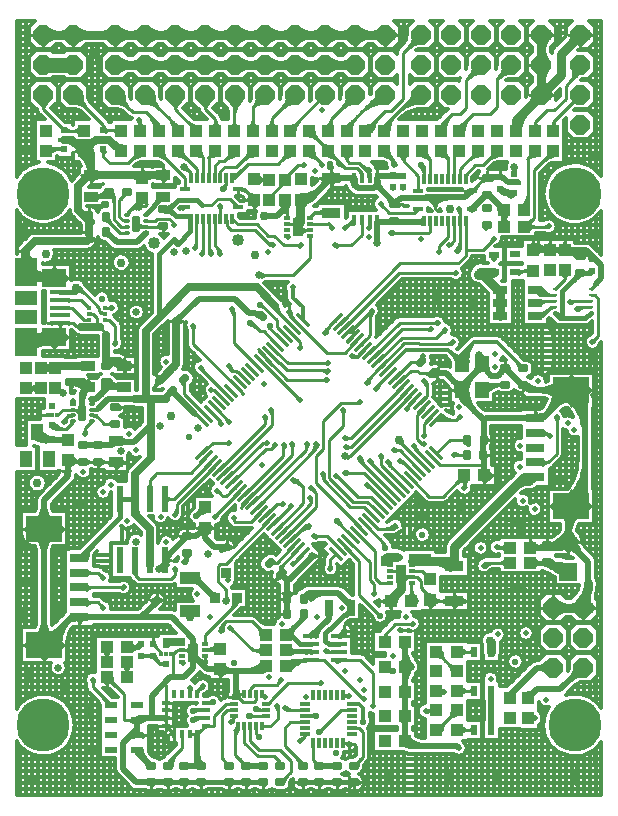
<source format=gtl>
%FSLAX25Y25*%
%MOIN*%
G70*
G01*
G75*
G04 Layer_Physical_Order=1*
G04 Layer_Color=255*
%ADD10C,0.01000*%
%ADD11C,0.02000*%
%ADD12C,0.01300*%
%ADD13C,0.01200*%
%ADD14C,0.01500*%
%ADD15C,0.03000*%
%ADD16C,0.02500*%
%ADD17R,0.06700X0.01800*%
%ADD18R,0.08300X0.05900*%
%ADD19R,0.07500X0.09400*%
%ADD20R,0.07500X0.04700*%
%ADD21R,0.05118X0.02756*%
G04:AMPARAMS|DCode=22|XSize=24mil|YSize=36mil|CornerRadius=6mil|HoleSize=0mil|Usage=FLASHONLY|Rotation=270.000|XOffset=0mil|YOffset=0mil|HoleType=Round|Shape=RoundedRectangle|*
%AMROUNDEDRECTD22*
21,1,0.02400,0.02400,0,0,270.0*
21,1,0.01200,0.03600,0,0,270.0*
1,1,0.01200,-0.01200,-0.00600*
1,1,0.01200,-0.01200,0.00600*
1,1,0.01200,0.01200,0.00600*
1,1,0.01200,0.01200,-0.00600*
%
%ADD22ROUNDEDRECTD22*%
%ADD23R,0.04400X0.02400*%
G04:AMPARAMS|DCode=24|XSize=24mil|YSize=36mil|CornerRadius=6mil|HoleSize=0mil|Usage=FLASHONLY|Rotation=180.000|XOffset=0mil|YOffset=0mil|HoleType=Round|Shape=RoundedRectangle|*
%AMROUNDEDRECTD24*
21,1,0.02400,0.02400,0,0,180.0*
21,1,0.01200,0.03600,0,0,180.0*
1,1,0.01200,-0.00600,0.01200*
1,1,0.01200,0.00600,0.01200*
1,1,0.01200,0.00600,-0.01200*
1,1,0.01200,-0.00600,-0.01200*
%
%ADD24ROUNDEDRECTD24*%
%ADD25R,0.01200X0.03200*%
%ADD26R,0.03200X0.01200*%
%ADD27R,0.04400X0.04000*%
%ADD28R,0.04000X0.04400*%
G04:AMPARAMS|DCode=29|XSize=24mil|YSize=36mil|CornerRadius=6mil|HoleSize=0mil|Usage=FLASHONLY|Rotation=135.000|XOffset=0mil|YOffset=0mil|HoleType=Round|Shape=RoundedRectangle|*
%AMROUNDEDRECTD29*
21,1,0.02400,0.02400,0,0,135.0*
21,1,0.01200,0.03600,0,0,135.0*
1,1,0.01200,0.00424,0.01273*
1,1,0.01200,0.01273,0.00424*
1,1,0.01200,-0.00424,-0.01273*
1,1,0.01200,-0.01273,-0.00424*
%
%ADD29ROUNDEDRECTD29*%
%ADD30R,0.02400X0.02000*%
%ADD31R,0.04800X0.03200*%
%ADD32R,0.01600X0.01600*%
%ADD33R,0.02400X0.02400*%
%ADD34R,0.06300X0.03600*%
%ADD35R,0.03600X0.06300*%
%ADD36R,0.02000X0.01200*%
%ADD37R,0.07100X0.04000*%
%ADD38R,0.03200X0.03600*%
G04:AMPARAMS|DCode=39|XSize=28mil|YSize=56mil|CornerRadius=5.6mil|HoleSize=0mil|Usage=FLASHONLY|Rotation=0.000|XOffset=0mil|YOffset=0mil|HoleType=Round|Shape=RoundedRectangle|*
%AMROUNDEDRECTD39*
21,1,0.02800,0.04480,0,0,0.0*
21,1,0.01680,0.05600,0,0,0.0*
1,1,0.01120,0.00840,-0.02240*
1,1,0.01120,-0.00840,-0.02240*
1,1,0.01120,-0.00840,0.02240*
1,1,0.01120,0.00840,0.02240*
%
%ADD39ROUNDEDRECTD39*%
G04:AMPARAMS|DCode=40|XSize=20mil|YSize=12mil|CornerRadius=2.4mil|HoleSize=0mil|Usage=FLASHONLY|Rotation=0.000|XOffset=0mil|YOffset=0mil|HoleType=Round|Shape=RoundedRectangle|*
%AMROUNDEDRECTD40*
21,1,0.02000,0.00720,0,0,0.0*
21,1,0.01520,0.01200,0,0,0.0*
1,1,0.00480,0.00760,-0.00360*
1,1,0.00480,-0.00760,-0.00360*
1,1,0.00480,-0.00760,0.00360*
1,1,0.00480,0.00760,0.00360*
%
%ADD40ROUNDEDRECTD40*%
%ADD41R,0.02000X0.01200*%
G04:AMPARAMS|DCode=42|XSize=24mil|YSize=36mil|CornerRadius=6mil|HoleSize=0mil|Usage=FLASHONLY|Rotation=225.000|XOffset=0mil|YOffset=0mil|HoleType=Round|Shape=RoundedRectangle|*
%AMROUNDEDRECTD42*
21,1,0.02400,0.02400,0,0,225.0*
21,1,0.01200,0.03600,0,0,225.0*
1,1,0.01200,-0.01273,0.00424*
1,1,0.01200,-0.00424,0.01273*
1,1,0.01200,0.01273,-0.00424*
1,1,0.01200,0.00424,-0.01273*
%
%ADD42ROUNDEDRECTD42*%
%ADD43R,0.01800X0.01200*%
%ADD44R,0.02400X0.03600*%
%ADD45R,0.04000X0.05600*%
%ADD46R,0.01200X0.02600*%
%ADD47R,0.02600X0.01200*%
%ADD48R,0.02800X0.05200*%
G04:AMPARAMS|DCode=49|XSize=60mil|YSize=12mil|CornerRadius=0mil|HoleSize=0mil|Usage=FLASHONLY|Rotation=225.000|XOffset=0mil|YOffset=0mil|HoleType=Round|Shape=Rectangle|*
%AMROTATEDRECTD49*
4,1,4,0.01697,0.02546,0.02546,0.01697,-0.01697,-0.02546,-0.02546,-0.01697,0.01697,0.02546,0.0*
%
%ADD49ROTATEDRECTD49*%

G04:AMPARAMS|DCode=50|XSize=12mil|YSize=60mil|CornerRadius=0mil|HoleSize=0mil|Usage=FLASHONLY|Rotation=225.000|XOffset=0mil|YOffset=0mil|HoleType=Round|Shape=Rectangle|*
%AMROTATEDRECTD50*
4,1,4,-0.01697,0.02546,0.02546,-0.01697,0.01697,-0.02546,-0.02546,0.01697,-0.01697,0.02546,0.0*
%
%ADD50ROTATEDRECTD50*%

G04:AMPARAMS|DCode=51|XSize=12mil|YSize=59.06mil|CornerRadius=0mil|HoleSize=0mil|Usage=FLASHONLY|Rotation=225.000|XOffset=0mil|YOffset=0mil|HoleType=Round|Shape=Rectangle|*
%AMROTATEDRECTD51*
4,1,4,-0.01664,0.02512,0.02512,-0.01664,0.01664,-0.02512,-0.02512,0.01664,-0.01664,0.02512,0.0*
%
%ADD51ROTATEDRECTD51*%

%ADD52R,0.06299X0.03150*%
%ADD53R,0.12205X0.08661*%
%ADD54R,0.05200X0.01700*%
%ADD55R,0.02400X0.08700*%
%ADD56R,0.01400X0.03400*%
%ADD57R,0.01200X0.03400*%
%ADD58R,0.03400X0.01200*%
%ADD59R,0.03600X0.02400*%
%ADD60R,0.01575X0.00984*%
%ADD61R,0.04800X0.05600*%
%ADD62C,0.01800*%
%ADD63C,0.05000*%
%ADD64R,0.07400X0.02047*%
%ADD65R,0.03900X0.03500*%
%ADD66R,0.07300X0.04400*%
%ADD67P,0.07036X8X22.5*%
%ADD68C,0.17716*%
%ADD69R,0.01800X0.01800*%
%ADD70R,0.05906X0.05906*%
%ADD71C,0.05906*%
%ADD72P,0.07036X8X112.5*%
%ADD73C,0.02000*%
%ADD74C,0.02200*%
%ADD75C,0.02500*%
%ADD76C,0.04000*%
%ADD77C,0.02300*%
%ADD78C,0.03000*%
D10*
X-166776Y40583D02*
X-165938Y40023D01*
X-164951Y39827D01*
X-169076Y38424D02*
X-168449Y38006D01*
X-167710Y37858D01*
X-168393D02*
X-169076Y37576D01*
X-152500Y30000D02*
X-151646Y30354D01*
X-151646Y30354D02*
X-152000Y29500D01*
X-153000Y143068D02*
X-153354Y143921D01*
X-153354Y143921D02*
X-152500Y143568D01*
X-59352Y174268D02*
X-60353Y173854D01*
X-56938Y174268D02*
X-57929Y174138D01*
X-58853Y173755D01*
X-59646Y173146D01*
X-60721Y176237D02*
X-61492Y176083D01*
X-62147Y175646D01*
X-185365Y192253D02*
X-184900Y193376D01*
X-182900Y192965D02*
X-182353Y191647D01*
X-182900Y195380D02*
X-182754Y194272D01*
X-182326Y193240D01*
X-181647Y192353D01*
X-187646Y167647D02*
X-188000Y166793D01*
X-188354Y167647D01*
X-185000Y154000D02*
X-184848Y153234D01*
X-184414Y152585D01*
X-176660Y135700D02*
X-177216Y137043D01*
X-179360Y135140D02*
X-179472Y135990D01*
X-179800Y136782D01*
X-180322Y137462D01*
X-176979Y215121D02*
X-177405Y214390D01*
X-177418Y213544D01*
X-166893Y209246D02*
X-167416Y208463D01*
X-167600Y207539D01*
X-167784Y208463D01*
X-168307Y209246D01*
X-169090Y209770D01*
X-170014Y209954D01*
X-169090Y210137D01*
X-168307Y210661D01*
Y209246D02*
X-169090Y209770D01*
X-170014Y209954D01*
X-169090Y210137D01*
X-168307Y210661D01*
X-168600Y209954D02*
X-168784Y210877D01*
X-169307Y211661D01*
X-169307Y211661D02*
X-168524Y211137D01*
X-167600Y210954D01*
X-225279Y179787D02*
X-226069Y180315D01*
X-227000Y180500D01*
X-223572Y178080D02*
X-224307Y178683D01*
X-225145Y179131D01*
X-226054Y179407D01*
X-227000Y179500D01*
X-217200Y164932D02*
X-217553Y165786D01*
X-217553Y165786D02*
X-216700Y165432D01*
X-206835Y208766D02*
X-207280Y207860D01*
X-207080Y206870D01*
X-205917Y209683D02*
X-206362Y208984D01*
X-206468Y208163D01*
X-206216Y207374D01*
X-205000Y210600D02*
X-205524Y209776D01*
X-205649Y208808D01*
X-205352Y207878D01*
X-206712Y207263D02*
X-207500Y208100D01*
X-207500Y208100D02*
X-206352Y208162D01*
X-206000Y208750D02*
X-206785Y208594D01*
X-207451Y208149D01*
X-206000Y207750D02*
X-206871Y207664D01*
X-207709Y207410D01*
X-208481Y206997D01*
X-209158Y206442D01*
X-129147Y219647D02*
X-129704Y218812D01*
X-129900Y217827D01*
X-130517Y219921D02*
X-129500Y219500D01*
X-132224Y221628D02*
X-131426Y221016D01*
X-130497Y220631D01*
X-129500Y220500D01*
X-140000Y222000D02*
X-140192Y222963D01*
X-140737Y223780D01*
X-137721Y220763D02*
X-138537Y221308D01*
X-139500Y221500D01*
X-110976Y219993D02*
X-111168Y220961D01*
X-111717Y221783D01*
X-110976Y217579D02*
X-111071Y218543D01*
X-111352Y219471D01*
X-111809Y220326D01*
X-112424Y221076D01*
X-90000Y201644D02*
X-90085Y200778D01*
X-197420Y210628D02*
X-198145Y210957D01*
X-197420Y211286D01*
X-207388Y201685D02*
X-206747Y201180D01*
X-205950Y201000D01*
X-206612Y202315D02*
X-205837Y201606D01*
X-204889Y201155D01*
X-203851Y201000D01*
X-244354Y192647D02*
X-245207Y193000D01*
X-244354Y193353D01*
X-228264Y148764D02*
X-228618Y147911D01*
X-228972Y148764D01*
X-228264D02*
X-228809Y147950D01*
X-229000Y146988D01*
X-232250Y145500D02*
X-232780Y146780D01*
X-231500Y146250D01*
X-229647Y138059D02*
X-230278Y137114D01*
X-230500Y136000D01*
X-233508Y133382D02*
X-234193Y133839D01*
X-235000Y134000D01*
X-194353Y105353D02*
X-193722Y106299D01*
X-193500Y107414D01*
X-214390Y141110D02*
X-213537Y140756D01*
X-214390Y140402D01*
X-99647Y192647D02*
X-99155Y193834D01*
X-100354Y193353D02*
X-99703Y194201D01*
X-99294Y195189D01*
X-99155Y196248D01*
X-100854Y185146D02*
X-101707Y185500D01*
X-100854Y185854D01*
X-152854Y160854D02*
X-152500Y161707D01*
X-152146Y160854D01*
X-151354Y221146D02*
X-152207Y221500D01*
X-151354Y221853D01*
X-155500Y172500D02*
X-155387Y171640D01*
X-155055Y170838D01*
X-154526Y170149D01*
X-156353Y172854D02*
X-156000Y173707D01*
X-155647Y172854D01*
X-205646Y236146D02*
X-206000Y235293D01*
X-206353Y236146D01*
X-160500Y174700D02*
X-160388Y173849D01*
X-160060Y173057D01*
X-159538Y172377D01*
X-128500Y172500D02*
X-129354Y172146D01*
X-129353Y172146D02*
X-129000Y173000D01*
X-128147Y172646D02*
X-128778Y171701D01*
X-129000Y170586D01*
X-134630Y158036D02*
X-133420Y157500D01*
X-209800Y55408D02*
X-210100Y54684D01*
Y54425D02*
X-210507Y55408D01*
X-106853Y168647D02*
X-107707Y169000D01*
X-106853Y169353D01*
X-109054Y166446D02*
X-110390Y167000D01*
X-108810Y39700D02*
X-110146Y39146D01*
X-104000Y166000D02*
X-104924Y165816D01*
X-105707Y165293D01*
X-104853Y45646D02*
X-106190Y46200D01*
X-103914Y162000D02*
X-102799Y162222D01*
X-101854Y162854D01*
X-100646Y125354D02*
X-99385Y124831D01*
X-55000Y163000D02*
X-54146Y163354D01*
X-54146Y163354D02*
X-54500Y162500D01*
X-111180Y157278D02*
X-111744Y156677D01*
X-111949Y155879D01*
X-137146Y130853D02*
X-136293Y130500D01*
X-137146Y130147D01*
X-136920Y124880D02*
X-136001Y124500D01*
X-135671D02*
X-136846Y123906D01*
X-110522Y149352D02*
X-110250Y148250D01*
X-114000Y128000D02*
X-113787Y126927D01*
X-113179Y126018D01*
X-120500Y221500D02*
X-120651Y222258D01*
X-121080Y222900D01*
X-121500Y221500D02*
X-121650Y222637D01*
X-122089Y223697D01*
X-122787Y224607D01*
X-121353Y221853D02*
X-121000Y222707D01*
X-120647Y221853D01*
X-118500Y130000D02*
X-118381Y129097D01*
X-118033Y128256D01*
X-117478Y127533D01*
X-118552Y128607D02*
X-119500Y129000D01*
X-128298Y235195D02*
X-128817Y234417D01*
X-129000Y233500D01*
X-126591Y236902D02*
X-127189Y236173D01*
X-127634Y235341D01*
X-127908Y234439D01*
X-128000Y233500D01*
X-120647Y126854D02*
X-119793Y126500D01*
X-120647Y126146D01*
X-73353Y194853D02*
X-73000Y195707D01*
X-72646Y194853D01*
X-77754Y207000D02*
X-76900Y207353D01*
X-76900Y207354D02*
X-77254Y206500D01*
X-122500Y122500D02*
X-122301Y121502D01*
X-121736Y120656D01*
X-121646Y199354D02*
X-120793Y199000D01*
X-121646Y198646D01*
X-125146Y124146D02*
X-125500Y123293D01*
X-125854Y124146D01*
X-125000Y208500D02*
X-124646Y207646D01*
X-124646Y207646D02*
X-125500Y208000D01*
X-128500Y123000D02*
X-128289Y121939D01*
X-127688Y121040D01*
X-106353Y192853D02*
X-106000Y193707D01*
X-105647Y192853D01*
X-102689Y195200D02*
X-101835Y195554D01*
X-101835Y195554D02*
X-102189Y194700D01*
X-160600Y127750D02*
X-161454Y127397D01*
X-161454Y127396D02*
X-161100Y128250D01*
X-179500Y192000D02*
X-179623Y192937D01*
X-179985Y193811D01*
X-180561Y194561D01*
X-178647Y207646D02*
X-178947Y206921D01*
Y206665D02*
X-179353Y207646D01*
X-157546Y127896D02*
X-158000Y126802D01*
X-154647Y128147D02*
X-155000Y127293D01*
X-155353Y128147D01*
X-152553Y194346D02*
X-153407Y194700D01*
X-152553Y195054D01*
X-164061Y196561D02*
X-163311Y195985D01*
X-162437Y195623D01*
X-161500Y195500D01*
X-149690Y128107D02*
X-150287Y127366D01*
X-150500Y126438D01*
X-147086Y127086D02*
X-146652Y127735D01*
X-146500Y128500D01*
X-148793Y125379D02*
X-148091Y126293D01*
X-147650Y127357D01*
X-147500Y128500D01*
X-146646Y128147D02*
X-147000Y127293D01*
X-147353Y128147D01*
X-115419Y78517D02*
X-115299Y77610D01*
X-114949Y76765D01*
X-114392Y76039D01*
X-115419Y80931D02*
X-115346Y80005D01*
X-115129Y79102D01*
X-114774Y78244D01*
X-114288Y77452D01*
X-113685Y76746D01*
X-215353Y173646D02*
X-216131Y173968D01*
X-216284D02*
X-215353Y174354D01*
X-214353Y162354D02*
X-214000Y163207D01*
X-213647Y162354D01*
X-224354Y132353D02*
X-224000Y133207D01*
X-223646Y132353D01*
X-211539Y80331D02*
X-212392Y80685D01*
X-211539Y81038D01*
X-132000Y124000D02*
X-131882Y123105D01*
X-131537Y122271D01*
X-130987Y121555D01*
X-221146Y49646D02*
X-221500Y48793D01*
X-221853Y49646D01*
X-137146Y119353D02*
X-136293Y119000D01*
X-137146Y118647D01*
X-218500Y74000D02*
X-218853Y74854D01*
X-218854Y74853D02*
X-218000Y74500D01*
X-128751Y113751D02*
X-129399Y114184D01*
X-130164Y114336D01*
X-138793Y116793D02*
X-139576Y117316D01*
X-140500Y117500D01*
X-142505Y167902D02*
X-143045Y167198D01*
X-143384Y166379D01*
X-143500Y165500D01*
X-137646Y139646D02*
X-138000Y138793D01*
X-138354Y139646D01*
X-157147Y40854D02*
X-156172Y40203D01*
X-155023Y39974D01*
X-124600Y94000D02*
X-124732Y94999D01*
X-125117Y95931D01*
X-125731Y96730D01*
X-134575Y142141D02*
X-133643Y142326D01*
X-132853Y142853D01*
X-139400Y103000D02*
X-139226Y102127D01*
X-138732Y101388D01*
X-153788Y89695D02*
X-154342Y88359D01*
X-193647Y86646D02*
X-194000Y85793D01*
X-194353Y86646D01*
X-218500Y84000D02*
X-218853Y84854D01*
X-218854Y84854D02*
X-218000Y84500D01*
X-88054Y190654D02*
X-87700Y191507D01*
X-87347Y190654D01*
X-183452Y42291D02*
X-182625Y42456D01*
X-181924Y42924D01*
X-171083Y21256D02*
X-171614Y22536D01*
X-170333Y22006D01*
X-146750Y21256D02*
X-147280Y22536D01*
X-146000Y22006D01*
X-136354Y44110D02*
X-137037Y44567D01*
X-137843Y44727D01*
X-135646Y28854D02*
X-134793Y28500D01*
X-135646Y28146D01*
X-136000Y27293D01*
X-136354Y28146D01*
X-136388Y28185D02*
X-137107Y28751D01*
X-138000Y28953D01*
X-146000Y33100D02*
X-144976Y33524D01*
X-144976Y33524D02*
X-145400Y32500D01*
X-164313Y15390D02*
X-164667Y14537D01*
X-165020Y15390D01*
X-164313D02*
X-164667Y14537D01*
X-165020Y15390D01*
X-136354Y16097D02*
X-136000Y16951D01*
X-135646Y16097D01*
Y15390D02*
X-136000Y14537D01*
X-136354Y15390D01*
X-222126Y197374D02*
X-220845Y196844D01*
X-222126Y196314D01*
X-193170Y169930D02*
X-191889Y169400D01*
X-193170Y168870D01*
X-194230D02*
X-195511Y169400D01*
X-194230Y169930D01*
X-230130Y118870D02*
X-231411Y119400D01*
X-230130Y119930D01*
X-199670Y77030D02*
X-198389Y76500D01*
X-199670Y75970D01*
X-200730Y77030D02*
X-200200Y78311D01*
X-199670Y77030D01*
X-200730Y75970D02*
X-202011Y76500D01*
X-200730Y77030D01*
X-147258Y98053D02*
X-146405Y97700D01*
X-147258Y97347D01*
X-159900Y39269D02*
X-160070Y40123D01*
X-160554Y40846D01*
X-137346Y66654D02*
X-136493Y66300D01*
X-137346Y65947D01*
X-138054Y66654D02*
X-137700Y67507D01*
X-137346Y66654D01*
X-81300Y37800D02*
X-82324Y37376D01*
X-82083Y37617D02*
X-81800Y38300D01*
X-136846Y127854D02*
X-135993Y127500D01*
X-136846Y127146D01*
X-147970Y91830D02*
X-146689Y91300D01*
X-147970Y90770D01*
X-121774Y100314D02*
X-120947Y100478D01*
X-120247Y100946D01*
X-124188Y100314D02*
X-123295Y100402D01*
X-122437Y100662D01*
X-121647Y101085D01*
X-120954Y101654D01*
X-95218Y207693D02*
X-93937Y208224D01*
X-94468Y206943D01*
X-190282Y220868D02*
X-189939Y220039D01*
X-189300Y219400D02*
X-190095Y219931D01*
X-191032Y220118D01*
X-145754Y48546D02*
X-146607Y48900D01*
X-145754Y49254D01*
X-143546Y59754D02*
X-142259Y59220D01*
X-178606Y67894D02*
X-179085Y67140D01*
X-179198Y66254D01*
X-177100Y69400D02*
X-177764Y68506D01*
X-178142Y67458D01*
X-178202Y66346D01*
X-179053Y66654D02*
X-178700Y67507D01*
X-178347Y66654D01*
X-144400Y116326D02*
X-144616Y117314D01*
X-145225Y118120D01*
X-142654Y87353D02*
X-142300Y88207D01*
X-141946Y87353D01*
X-161800Y138310D02*
X-162354Y139646D01*
X-161800Y138597D02*
X-162301Y139601D01*
X-161650Y139643D02*
X-162000Y138811D01*
X-162350Y139643D01*
X-161650D02*
X-162000Y138811D01*
X-162350Y139643D01*
X-163646Y137146D02*
X-164000Y136293D01*
X-164354Y137146D01*
X-163764Y128575D02*
X-164566Y128755D01*
X-165305Y128398D01*
X-158353Y108147D02*
X-159207Y108500D01*
X-158353Y108853D01*
X-179500Y113000D02*
X-179147Y112146D01*
X-179146Y112146D02*
X-180000Y112500D01*
X-176270Y94730D02*
X-174989Y94200D01*
X-176270Y93670D01*
X-177330Y94730D02*
X-176800Y96011D01*
X-176270Y94730D01*
X-190701Y88853D02*
X-190185Y89469D01*
X-190000Y90250D01*
X-191299Y89655D02*
X-190601Y90367D01*
X-190154Y91259D01*
X-190000Y92244D01*
X-148200Y114000D02*
X-147846Y113146D01*
X-147846Y113146D02*
X-148700Y113500D01*
X-149300Y101600D02*
X-150156Y101430D01*
X-150882Y100944D01*
X-149300Y100600D02*
X-150208Y100511D01*
X-151080Y100246D01*
X-151885Y99816D01*
X-152590Y99237D01*
X-148700Y108716D02*
X-148907Y109548D01*
X-149480Y110186D01*
X-152840Y115741D02*
X-153607Y116113D01*
X-154440Y115933D01*
X-153437Y116337D02*
X-154700Y116860D01*
X-151730Y114630D02*
X-152600Y115298D01*
X-153613Y115717D01*
X-154700Y115860D01*
X-154346Y116714D02*
X-153493Y116360D01*
X-154346Y116007D01*
X-156366Y106633D02*
X-155947Y107260D01*
X-155800Y108000D01*
X-187854Y194353D02*
X-187222Y195299D01*
X-187000Y196414D01*
X-190800Y207447D02*
X-191872Y206842D01*
X-111554Y131454D02*
X-111200Y132307D01*
X-110846Y131454D01*
X-96854Y128753D02*
X-96500Y129607D01*
X-96147Y128753D01*
X-96031Y128226D02*
X-96325Y129569D01*
X-69700Y131100D02*
X-70053Y131954D01*
X-70054Y131954D02*
X-69200Y131600D01*
X-99200Y137100D02*
X-100054Y136747D01*
X-100054Y136746D02*
X-99700Y137600D01*
X-66546Y137247D02*
X-66900Y136393D01*
X-67254Y137247D01*
X-117314Y121802D02*
X-118088Y122318D01*
X-119000Y122500D01*
X-70948Y201000D02*
X-69854Y201453D01*
X-73173Y126966D02*
X-74000Y127315D01*
X-73173Y127664D01*
X-142299Y200522D02*
X-142456Y201475D01*
X-142984Y202284D01*
X-165470Y185230D02*
X-164189Y184700D01*
X-165470Y184170D01*
X-167393Y167593D02*
X-168176Y168116D01*
X-169100Y168300D01*
X-174500Y170944D02*
X-174611Y171787D01*
X-174936Y172572D01*
X-175453Y173247D01*
X-174500Y172347D02*
X-175165Y173104D01*
X-175513Y154288D02*
X-175200Y153200D01*
X-179602Y105750D02*
X-180130Y104959D01*
X-180316Y104027D01*
X-176553Y128547D02*
X-177407Y128900D01*
X-176553Y129253D01*
X-129753Y200853D02*
X-129400Y201707D01*
X-129046Y200853D01*
X-128521Y151263D02*
X-129052Y150571D01*
X-129386Y149765D01*
X-129500Y148900D01*
X-143444Y155056D02*
X-144297Y155410D01*
X-143444Y155763D01*
X-143454Y152347D02*
X-144410Y152985D01*
X-145538Y153210D01*
X-143754Y149646D02*
X-144607Y150000D01*
X-143754Y150354D01*
X-184900Y47300D02*
X-185924Y46876D01*
X-185683Y47117D02*
X-185400Y47800D01*
X-188867Y46826D02*
X-189220Y45972D01*
X-189574Y46826D01*
X-159864Y48636D02*
X-159382Y49800D01*
X-174753Y43846D02*
X-175607Y44200D01*
X-174753Y44554D01*
X-173240Y44440D02*
X-173908Y44773D01*
X-174642Y44638D01*
X-172300Y43500D02*
X-173185Y43942D01*
X-174158Y43762D01*
X-174400Y37337D02*
X-174806Y36698D01*
X-174902Y35946D01*
X-121924Y52476D02*
X-122949Y52900D01*
X-121924Y53324D01*
X-118647Y66754D02*
X-117793Y66400D01*
X-118647Y66047D01*
X-115053Y68247D02*
X-115907Y68600D01*
X-115053Y68954D01*
X-128120Y78769D02*
X-127766Y79623D01*
X-127412Y78769D01*
X-126400Y71300D02*
X-126824Y72324D01*
X-126824Y72324D02*
X-125800Y71900D01*
X-86546Y94554D02*
X-85899Y94121D01*
X-85134Y93969D01*
X-128454Y41454D02*
X-128000Y42548D01*
X-132536Y44636D02*
X-131832Y44165D01*
X-131000Y44000D01*
X-89969Y88969D02*
X-90772Y88809D01*
X-91453Y88354D01*
X-87555Y88969D02*
X-88435Y88882D01*
X-89282Y88625D01*
X-90062Y88208D01*
X-90746Y87647D01*
X-177530Y76630D02*
X-177000Y77911D01*
X-176470Y76630D01*
X-156853Y78347D02*
X-157707Y78700D01*
X-156853Y79053D01*
X-156147D02*
X-155293Y78700D01*
X-156147Y78347D01*
X-175200Y67200D02*
X-174846Y66346D01*
X-174846Y66347D02*
X-175700Y66700D01*
X-241553Y146800D02*
X-242407Y147153D01*
X-241553Y147507D01*
X-240846D02*
X-239993Y147153D01*
X-240846Y146800D01*
X-99155Y205242D02*
X-99654Y206447D01*
X-87800Y196500D02*
X-88654Y196147D01*
X-88653Y196146D02*
X-88300Y197000D01*
X-140446Y195054D02*
X-139593Y194700D01*
X-140446Y194346D01*
X-137500Y201000D02*
X-136646Y201354D01*
X-136646Y201354D02*
X-137000Y200500D01*
X-107853Y209053D02*
X-107500Y209907D01*
X-107147Y209053D01*
Y208347D02*
X-107500Y207493D01*
X-107853Y208347D01*
X-97953Y114154D02*
X-97600Y115007D01*
X-97246Y114154D01*
X-145700Y221504D02*
X-145880Y222409D01*
X-146392Y223176D01*
X-60194Y107699D02*
X-60962Y107547D01*
X-61613Y107112D01*
X-57780Y107699D02*
X-58924Y107549D01*
X-59990Y107107D01*
X-60905Y106405D01*
Y107112D02*
X-61556Y107547D01*
X-62324Y107699D01*
X-61613Y106405D02*
X-62528Y107107D01*
X-63594Y107549D01*
X-64738Y107699D01*
X-62200Y107823D02*
X-62047Y107055D01*
X-61613Y106405D01*
X-62200Y110237D02*
X-62049Y109093D01*
X-61608Y108027D01*
X-60905Y107112D01*
X-150586Y200000D02*
X-151739Y199771D01*
X-152717Y199117D01*
X-155392Y201984D02*
X-154250Y202211D01*
X-153283Y202858D01*
X-56491Y266127D02*
X-55787Y265306D01*
X-54750Y265000D01*
X-55787Y264694D01*
X-56491Y263873D01*
X-61509D02*
X-62213Y264694D01*
X-63250Y265000D01*
X-62213Y265306D01*
X-61509Y266127D01*
X-57873Y262491D02*
X-58694Y261787D01*
X-59000Y260750D01*
X-59306Y261787D01*
X-60127Y262491D01*
X-60429Y251271D02*
X-59872Y252017D01*
X-59551Y252892D01*
X-59491Y253821D01*
X-59699Y254729D01*
X-61515Y250185D02*
X-60954Y250893D01*
X-60571Y251710D01*
X-60384Y252592D01*
X-60405Y253495D01*
X-60632Y254368D01*
X-62600Y249100D02*
X-61942Y249930D01*
X-61493Y250888D01*
X-61274Y251924D01*
X-61299Y252982D01*
X-61564Y254007D01*
X-60802Y97089D02*
X-60080Y96294D01*
X-59048Y96000D01*
X-60080Y95706D01*
X-60802Y94911D01*
X-61911Y93802D02*
X-62706Y93080D01*
X-63000Y92047D01*
X-63294Y93080D01*
X-64089Y93802D01*
X-61877Y87064D02*
X-62613Y87725D01*
X-63447Y88258D01*
X-64356Y88649D01*
X-65317Y88888D01*
X-66303Y88969D01*
X-62603Y86376D02*
X-63304Y87036D01*
X-64077Y87609D01*
X-64911Y88090D01*
X-65796Y88470D01*
X-66718Y88746D01*
X-67666Y88913D01*
X-68627Y88969D01*
X-63329Y85689D02*
X-64011Y86347D01*
X-64749Y86940D01*
X-65538Y87465D01*
X-66371Y87917D01*
X-67242Y88291D01*
X-68142Y88586D01*
X-69066Y88798D01*
X-70005Y88926D01*
X-70951Y88969D01*
X-64055Y85001D02*
X-64794Y85721D01*
X-65589Y86378D01*
X-66435Y86969D01*
X-67326Y87489D01*
X-68256Y87935D01*
X-69220Y88304D01*
X-70210Y88593D01*
X-71221Y88801D01*
X-72245Y88927D01*
X-73275Y88969D01*
X-64781Y84314D02*
X-65499Y85022D01*
X-66263Y85681D01*
X-67071Y86286D01*
X-67917Y86835D01*
X-68798Y87326D01*
X-69711Y87755D01*
X-70650Y88123D01*
X-71613Y88425D01*
X-72593Y88662D01*
X-73588Y88832D01*
X-74591Y88934D01*
X-75599Y88969D01*
X-112000Y263250D02*
X-113093Y263106D01*
X-114112Y262684D01*
X-114987Y262013D01*
X-112000Y262250D02*
X-113039Y262168D01*
X-114052Y261925D01*
X-115014Y261526D01*
X-115902Y260982D01*
X-116695Y260306D01*
X-114987Y262013D02*
X-114316Y262888D01*
X-113894Y263907D01*
X-113750Y265000D01*
X-116694Y260306D02*
X-116018Y261098D01*
X-115474Y261986D01*
X-115075Y262948D01*
X-114832Y263961D01*
X-114750Y265000D01*
X-112000Y244250D02*
X-113039Y244168D01*
X-114052Y243925D01*
X-115014Y243526D01*
X-115902Y242982D01*
X-116695Y242305D01*
X-112000Y243250D02*
X-113014Y243193D01*
X-114015Y243023D01*
X-114990Y242742D01*
X-115928Y242353D01*
X-116817Y241862D01*
X-117645Y241275D01*
X-118402Y240598D01*
X-112000Y242250D02*
X-112999Y242206D01*
X-113991Y242076D01*
X-114968Y241859D01*
X-115922Y241558D01*
X-116846Y241176D01*
X-117734Y240714D01*
X-118578Y240176D01*
X-119371Y239567D01*
X-120109Y238891D01*
X-115280Y243720D02*
X-114750Y245000D01*
X-124000Y245250D02*
X-124918Y245160D01*
X-125802Y244892D01*
X-126615Y244457D01*
X-127329Y243871D01*
X-124000Y244250D02*
X-124930Y244189D01*
X-125843Y244007D01*
X-126725Y243708D01*
X-127561Y243296D01*
X-128335Y242778D01*
X-129036Y242164D01*
X-124000Y243250D02*
X-125068Y243190D01*
X-126122Y243011D01*
X-127149Y242715D01*
X-128138Y242306D01*
X-129073Y241789D01*
X-129946Y241170D01*
X-130743Y240457D01*
X-124000Y242250D02*
X-125041Y242205D01*
X-126075Y242069D01*
X-127093Y241843D01*
X-128087Y241529D01*
X-129050Y241130D01*
X-129975Y240649D01*
X-130854Y240089D01*
X-131681Y239454D01*
X-132450Y238750D01*
X-127139Y244061D02*
X-126750Y245000D01*
X-121491Y266127D02*
X-120787Y265306D01*
X-119750Y265000D01*
X-120787Y264694D01*
X-121491Y263873D01*
X-122873Y262491D02*
X-123694Y261787D01*
X-124000Y260750D01*
X-124306Y261787D01*
X-125127Y262491D01*
X-119102Y83898D02*
X-118819Y84581D01*
X-118536Y83898D01*
X-118374Y84400D02*
X-119243Y84040D01*
X-115960Y84400D02*
X-116903Y84276D01*
X-117781Y83912D01*
X-118536Y83333D01*
X-121210Y86200D02*
X-120069Y86427D01*
X-119102Y87073D01*
X-226873Y262491D02*
X-227694Y261787D01*
X-228000Y260750D01*
X-228306Y261787D01*
X-229127Y262491D01*
X-240509Y263873D02*
X-241213Y264694D01*
X-242250Y265000D01*
X-241213Y265306D01*
X-240509Y266127D01*
X-236873Y262491D02*
X-237694Y261787D01*
X-238000Y260750D01*
X-238306Y261787D01*
X-239127Y262491D01*
X-236588Y242640D02*
X-237340Y241992D01*
X-237830Y241128D01*
X-238000Y240150D01*
X-238170Y241128D01*
X-238660Y241992D01*
X-239412Y242640D01*
X-226250Y245000D02*
X-226106Y243907D01*
X-225684Y242888D01*
X-225013Y242013D01*
X-225250Y245000D02*
X-225168Y243962D01*
X-224925Y242949D01*
X-224526Y241986D01*
X-223982Y241098D01*
X-223306Y240305D01*
X-225013Y242013D02*
X-225888Y242684D01*
X-226906Y243106D01*
X-228000Y243250D01*
X-223305Y240305D02*
X-224098Y240982D01*
X-224986Y241527D01*
X-225948Y241925D01*
X-226961Y242168D01*
X-228000Y242250D01*
X-55491Y75127D02*
X-54787Y74306D01*
X-53750Y74000D01*
X-54787Y73694D01*
X-55491Y72873D01*
X-56873Y71491D02*
X-57694Y70787D01*
X-58000Y69750D01*
X-58306Y70787D01*
X-59127Y71491D01*
X-70509Y72873D02*
X-71213Y73694D01*
X-72250Y74000D01*
X-71213Y74306D01*
X-70509Y75127D01*
X-69127Y76509D02*
X-68306Y77213D01*
X-68000Y78250D01*
X-67694Y77213D01*
X-66873Y76509D01*
Y71491D02*
X-67694Y70787D01*
X-68000Y69750D01*
X-68306Y70787D01*
X-69127Y71491D01*
X-134000Y243250D02*
X-135093Y243106D01*
X-136112Y242684D01*
X-136987Y242013D01*
X-134000Y242250D02*
X-135039Y242168D01*
X-136052Y241925D01*
X-137014Y241527D01*
X-137902Y240982D01*
X-138695Y240305D01*
X-136987Y242013D02*
X-136316Y242888D01*
X-135894Y243907D01*
X-135750Y245000D01*
X-138695Y240305D02*
X-138018Y241098D01*
X-137474Y241986D01*
X-137075Y242949D01*
X-136832Y243962D01*
X-136750Y245000D01*
X-154000Y243250D02*
X-155094Y243106D01*
X-156112Y242684D01*
X-156987Y242013D01*
X-154000Y242250D02*
X-155039Y242168D01*
X-156052Y241925D01*
X-157014Y241527D01*
X-157902Y240982D01*
X-158695Y240305D01*
X-156987Y242013D02*
X-156316Y242888D01*
X-155894Y243907D01*
X-155750Y245000D01*
X-158695Y240305D02*
X-158018Y241098D01*
X-157474Y241986D01*
X-157075Y242949D01*
X-156832Y243962D01*
X-156750Y245000D01*
X-164160Y243257D02*
X-165063Y243208D01*
X-165914Y242900D01*
X-166640Y242360D01*
X-164251Y242262D02*
X-165319Y242242D01*
X-166356Y241991D01*
X-167315Y241520D01*
X-168148Y240852D01*
X-166640Y242360D02*
X-166100Y243086D01*
X-165792Y243937D01*
X-165743Y244841D01*
X-168148Y240852D02*
X-167480Y241685D01*
X-167009Y242644D01*
X-166758Y243682D01*
X-166738Y244749D01*
X-172763Y243763D02*
X-173461Y242912D01*
X-173980Y241941D01*
X-174300Y240887D01*
X-174407Y239791D01*
X-172055Y243056D02*
X-172748Y242266D01*
X-173332Y241392D01*
X-173796Y240450D01*
X-174134Y239456D01*
X-174339Y238425D01*
X-174407Y237377D01*
Y241759D02*
X-174623Y242843D01*
X-175237Y243763D01*
X-174407Y239345D02*
X-174508Y240369D01*
X-174807Y241353D01*
X-175292Y242260D01*
X-175944Y243056D01*
X-182609Y242628D02*
X-183350Y241999D01*
X-183832Y241157D01*
X-184000Y240200D01*
X-184168Y241157D01*
X-184650Y241999D01*
X-185391Y242628D01*
X-192542Y242669D02*
X-193320Y241975D01*
X-193825Y241064D01*
X-194000Y240036D01*
X-194175Y241064D01*
X-194680Y241975D01*
X-195458Y242669D01*
X-202250Y245000D02*
X-202106Y243907D01*
X-201684Y242888D01*
X-201013Y242013D01*
X-201250Y245000D02*
X-201168Y243962D01*
X-200925Y242949D01*
X-200526Y241986D01*
X-199982Y241098D01*
X-199305Y240305D01*
X-201013Y242013D02*
X-201888Y242684D01*
X-202906Y243106D01*
X-204000Y243250D01*
X-199305Y240305D02*
X-200098Y240982D01*
X-200986Y241527D01*
X-201948Y241925D01*
X-202961Y242168D01*
X-204000Y242250D01*
X-212250Y245000D02*
X-212106Y243907D01*
X-211684Y242888D01*
X-211013Y242013D01*
X-211250Y245000D02*
X-211168Y243962D01*
X-210925Y242949D01*
X-210526Y241986D01*
X-209982Y241098D01*
X-209306Y240305D01*
X-211013Y242013D02*
X-211888Y242684D01*
X-212907Y243106D01*
X-214000Y243250D01*
X-209305Y240305D02*
X-210098Y240982D01*
X-210986Y241527D01*
X-211948Y241925D01*
X-212961Y242168D01*
X-214000Y242250D01*
X-212873Y262491D02*
X-213694Y261787D01*
X-214000Y260750D01*
X-214306Y261787D01*
X-215127Y262491D01*
X-202873D02*
X-203694Y261787D01*
X-204000Y260750D01*
X-204306Y261787D01*
X-205127Y262491D01*
X-192873D02*
X-193694Y261787D01*
X-194000Y260750D01*
X-194306Y261787D01*
X-195127Y262491D01*
X-182873D02*
X-183694Y261787D01*
X-184000Y260750D01*
X-184306Y261787D01*
X-185127Y262491D01*
X-172873D02*
X-173694Y261787D01*
X-174000Y260750D01*
X-174306Y261787D01*
X-175127Y262491D01*
X-162873D02*
X-163694Y261787D01*
X-164000Y260750D01*
X-164306Y261787D01*
X-165127Y262491D01*
X-152873D02*
X-153694Y261787D01*
X-154000Y260750D01*
X-154306Y261787D01*
X-155127Y262491D01*
X-142873D02*
X-143694Y261787D01*
X-144000Y260750D01*
X-144306Y261787D01*
X-145127Y262491D01*
X-132873D02*
X-133694Y261787D01*
X-134000Y260750D01*
X-134306Y261787D01*
X-135127Y262491D01*
X-69491Y246127D02*
X-68787Y245306D01*
X-67750Y245000D01*
X-68787Y244694D01*
X-69491Y243873D01*
X-74509D02*
X-75213Y244694D01*
X-76250Y245000D01*
X-75213Y245306D01*
X-74509Y246127D01*
Y253873D02*
X-75213Y254694D01*
X-76250Y255000D01*
X-75213Y255306D01*
X-74509Y256127D01*
Y263873D02*
X-75213Y264694D01*
X-76250Y265000D01*
X-75213Y265306D01*
X-74509Y266127D01*
X-69491D02*
X-68787Y265306D01*
X-67750Y265000D01*
X-68787Y264694D01*
X-69491Y263873D01*
X-82000Y253250D02*
X-83094Y253106D01*
X-84112Y252684D01*
X-84987Y252013D01*
X-82000Y252250D02*
X-83039Y252168D01*
X-84052Y251925D01*
X-85014Y251526D01*
X-85902Y250982D01*
X-86695Y250306D01*
X-84987Y252013D02*
X-84316Y252888D01*
X-83894Y253906D01*
X-83750Y255000D01*
X-86695Y250306D02*
X-86018Y251098D01*
X-85474Y251986D01*
X-85075Y252948D01*
X-84832Y253961D01*
X-84750Y255000D01*
X-92000Y253250D02*
X-93094Y253106D01*
X-94112Y252684D01*
X-94987Y252013D01*
X-92000Y252250D02*
X-93039Y252168D01*
X-94052Y251925D01*
X-95014Y251526D01*
X-95902Y250982D01*
X-96695Y250306D01*
X-94987Y252013D02*
X-94316Y252888D01*
X-93894Y253906D01*
X-93750Y255000D01*
X-96694Y250306D02*
X-96018Y251098D01*
X-95474Y251986D01*
X-95075Y252948D01*
X-94832Y253961D01*
X-94750Y255000D01*
X-70495Y95220D02*
X-70000Y96415D01*
X-69505Y95220D01*
X-72879Y88969D02*
X-71913Y89161D01*
X-71095Y89708D01*
X-68905D02*
X-68086Y89161D01*
X-67121Y88969D01*
X-74339Y90029D02*
X-73589Y89454D01*
X-72716Y89092D01*
X-71779Y88969D01*
X-72716Y88845D01*
X-73589Y88483D01*
X-74339Y87908D01*
X-83607D02*
X-84357Y88483D01*
X-85230Y88845D01*
X-86168Y88969D01*
X-85230Y89092D01*
X-84357Y89454D01*
X-83607Y90029D01*
X-76500Y95169D02*
X-75837Y95962D01*
X-75600Y96969D01*
X-75362Y95962D01*
X-74700Y95169D01*
X-83607Y92908D02*
X-84357Y93483D01*
X-85230Y93845D01*
X-86168Y93969D01*
X-85230Y94092D01*
X-84357Y94454D01*
X-83607Y95029D01*
X-97899Y116531D02*
X-99099Y116293D01*
X-100118Y115612D01*
X-100601Y115129D02*
X-99948Y115979D01*
X-99538Y116969D01*
X-99398Y118031D01*
X-96638Y116971D02*
X-97160Y116290D01*
X-97488Y115498D01*
X-97600Y114648D01*
Y114172D02*
X-97735Y115197D01*
X-98130Y116151D01*
X-98759Y116971D01*
X-89552Y118931D02*
X-88758Y118269D01*
X-87752Y118031D01*
X-88758Y117794D01*
X-89552Y117131D01*
X-90052Y116831D02*
X-90715Y116038D01*
X-90952Y115032D01*
X-91190Y116038D01*
X-91852Y116831D01*
X-99965Y145604D02*
X-100726Y146334D01*
X-101746Y146600D01*
X-100726Y146866D01*
X-99965Y147596D01*
X-67276Y172300D02*
X-67072Y171809D01*
X-67858Y174276D02*
X-68658Y174117D01*
X-69336Y173664D01*
X-67857Y174276D02*
X-69168Y173832D01*
X-67072Y180665D02*
X-67276Y180174D01*
X-55009Y180665D02*
X-55213Y180174D01*
X-65100Y194600D02*
X-64437Y195394D01*
X-64200Y196400D01*
X-63962Y195394D01*
X-63300Y194600D01*
X-63401Y184984D02*
X-63987Y184364D01*
X-64200Y183537D01*
X-64413Y184364D01*
X-64999Y184984D01*
X-75761Y185239D02*
X-76511Y185815D01*
X-77384Y186177D01*
X-78321Y186300D01*
X-77384Y186423D01*
X-76511Y186785D01*
X-75761Y187361D01*
X-75600Y194446D02*
X-74937Y195240D01*
X-74700Y196246D01*
X-74462Y195240D01*
X-73800Y194446D01*
X-74692Y192746D02*
X-73844Y192986D01*
X-73226Y193614D01*
X-73000Y194466D01*
X-74708Y193746D02*
X-73852Y193988D01*
X-73228Y194623D01*
X-73000Y195483D01*
X-74725Y194746D02*
X-73860Y194991D01*
X-73230Y195631D01*
X-73000Y196500D01*
X-70100Y194546D02*
X-69437Y195340D01*
X-69200Y196346D01*
X-68963Y195340D01*
X-68300Y194546D01*
X-77076Y186300D02*
X-78002Y186178D01*
X-78864Y185821D01*
X-79605Y185252D01*
X-87296Y191081D02*
X-87700Y190300D01*
X-88104Y191081D01*
X-96720Y218780D02*
X-97086Y217896D01*
X-94876Y213238D02*
X-95017Y212896D01*
X-93169Y214945D02*
X-93797Y214005D01*
X-94017Y212896D01*
X-94876Y207285D02*
X-95017Y206943D01*
X-93169Y208992D02*
X-93797Y208052D01*
X-94017Y206943D01*
X-209030Y206570D02*
X-209526Y205828D01*
X-209700Y204953D01*
X-210671Y202913D02*
X-211248Y203153D01*
X-188900Y218400D02*
X-189324Y219424D01*
X-177461Y214639D02*
X-177056Y215352D01*
X-177075Y216171D01*
X-175010Y217500D02*
X-174262Y217649D01*
X-173627Y218073D01*
X-175010Y218500D02*
X-173879Y218649D01*
X-172825Y219085D01*
X-171920Y219780D01*
X-170599Y212952D02*
X-171916Y213303D01*
X-170243Y212596D02*
X-171022Y213117D01*
X-171942Y213300D01*
X-173242Y207447D02*
X-173383Y207789D01*
X-174242Y207447D02*
X-174462Y208556D01*
X-175090Y209496D01*
X-176810Y201762D02*
X-177049Y202340D01*
X-152081Y200569D02*
X-151450Y200148D01*
X-150707Y200000D01*
X-149200D02*
X-150252Y199855D01*
X-151226Y199433D01*
X-152050Y198763D01*
X-129079Y201959D02*
X-129400Y201183D01*
X-129900Y217922D02*
X-129471Y217328D01*
X-129900Y219304D02*
X-129158Y218278D01*
X-134400Y202900D02*
X-135595Y202405D01*
X-134400Y201900D02*
X-135462Y201760D01*
X-136452Y201350D01*
X-137302Y200698D01*
X-132000Y218088D02*
X-132167Y218931D01*
X-132645Y219645D01*
X-126520Y203241D02*
X-125561Y202844D01*
X-144343Y216261D02*
X-145154Y216880D01*
X-146150Y217100D01*
X-145154Y217320D01*
X-144343Y217939D01*
X-142839Y218093D02*
X-142220Y218904D01*
X-142000Y219900D01*
X-141780Y218904D01*
X-141161Y218093D01*
Y216107D02*
X-141780Y215296D01*
X-142000Y214300D01*
X-142220Y215296D01*
X-142839Y216107D01*
X-197234Y217311D02*
X-197801Y216483D01*
X-198000Y215500D01*
X-198199Y216483D01*
X-198766Y217311D01*
Y218889D02*
X-198199Y219717D01*
X-198000Y220700D01*
X-197801Y219717D01*
X-197234Y218889D01*
X-223151Y205395D02*
X-222656Y206590D01*
X-222161Y205395D01*
X-216444Y203700D02*
X-215911Y202412D01*
X-216042Y202544D02*
X-217144Y203000D01*
X-216444Y203700D02*
X-215911Y202412D01*
X-216042Y202544D02*
X-217144Y203000D01*
X-216444Y203700D02*
X-215907Y202402D01*
X-216052Y202548D02*
X-217144Y203000D01*
X-205126Y208905D02*
X-206027Y208850D01*
X-206876Y208540D01*
X-207600Y208000D01*
X-207419Y208181D02*
X-206739Y209199D01*
X-206500Y210400D01*
X-207008Y207903D02*
X-206076Y207670D01*
X-205114Y207695D01*
X-204195Y207976D01*
X-203384Y208493D01*
X-205900Y218746D02*
X-205238Y219540D01*
X-205000Y220546D01*
X-204763Y219540D01*
X-204100Y218746D01*
X-212219Y210325D02*
X-211539Y211343D01*
X-211300Y212544D01*
X-217345Y210957D02*
X-216469Y211137D01*
X-215734Y211649D01*
X-219673Y210957D02*
X-218780Y211048D01*
X-217924Y211317D01*
X-217140Y211753D01*
X-216459Y212338D01*
X-222000Y210957D02*
X-220927Y211044D01*
X-219882Y211304D01*
X-218894Y211729D01*
X-217987Y212308D01*
X-217185Y213026D01*
X-214490Y210885D02*
X-214691Y211898D01*
X-215265Y212756D01*
X-214490Y208471D02*
X-214587Y209458D01*
X-214875Y210407D01*
X-215343Y211282D01*
X-215972Y212049D01*
X-214490Y210675D02*
X-214794Y211465D01*
X-215549Y211848D01*
X-74126Y224405D02*
X-75027Y224350D01*
X-75876Y224040D01*
X-76600Y223500D01*
X-76419Y223681D02*
X-75739Y224699D01*
X-75500Y225900D01*
X-74850Y234282D02*
X-74226Y234986D01*
X-74000Y235900D01*
X-73774Y234986D01*
X-73150Y234282D01*
X-130593Y234600D02*
X-129531Y234740D01*
X-128541Y235150D01*
X-127691Y235802D01*
X-128173Y235319D02*
X-128854Y234301D01*
X-129093Y233100D01*
X-122372Y236628D02*
X-122993Y235872D01*
X-123454Y235009D01*
X-123738Y234073D01*
X-123834Y233100D01*
X-120665Y238335D02*
X-121304Y237607D01*
X-121842Y236802D01*
X-122270Y235933D01*
X-122581Y235016D01*
X-122770Y234066D01*
X-122834Y233100D01*
Y225954D02*
X-122595Y224753D01*
X-121914Y223734D01*
X-121431Y223252D02*
X-122281Y223904D01*
X-123271Y224314D01*
X-124334Y224454D01*
X-105186Y235214D02*
X-105833Y234243D01*
X-106056Y233097D01*
X-103493Y236907D02*
X-104161Y236092D01*
X-104656Y235161D01*
X-104958Y234152D01*
X-105056Y233103D01*
X-101800Y238600D02*
X-102469Y237836D01*
X-103032Y236992D01*
X-103478Y236080D01*
X-103801Y235118D01*
X-103995Y234122D01*
X-104056Y233109D01*
X-104056Y225954D02*
X-103817Y224753D01*
X-103137Y223734D01*
X-102992Y223589D02*
X-103701Y224116D01*
X-104532Y224415D01*
X-105413Y224460D01*
X-181727Y234161D02*
X-181152Y234911D01*
X-180790Y235784D01*
X-180667Y236721D01*
X-180543Y235784D01*
X-180182Y234911D01*
X-179606Y234161D01*
X-180925Y224476D02*
X-182043Y224402D01*
X-183000Y223821D01*
X-183000Y223821D02*
X-182368Y224781D01*
X-182166Y225913D01*
X-206764Y234161D02*
X-206199Y235008D01*
X-206000Y236006D01*
Y236500D02*
X-205864Y235667D01*
X-205470Y234921D01*
X-204858Y234339D01*
X-205704Y224454D02*
X-206766Y224314D01*
X-207756Y223904D01*
X-208606Y223252D01*
X-208123Y223734D02*
X-207443Y224753D01*
X-207204Y225954D01*
X-213024Y232039D02*
X-213809Y232642D01*
X-214723Y233020D01*
X-215704Y233150D01*
X-215465D02*
X-214571Y233267D01*
X-213739Y233612D01*
X-213024Y234161D01*
X-225542Y231839D02*
X-226292Y232415D01*
X-227166Y232777D01*
X-228103Y232900D01*
X-227166Y233024D01*
X-226292Y233385D01*
X-225542Y233961D01*
X-225681Y225254D02*
X-226475Y225916D01*
X-227481Y226154D01*
X-226475Y226391D01*
X-225681Y227054D01*
X-217505Y233645D02*
X-216310Y233150D01*
X-217505Y232655D01*
X-218495Y233645D02*
X-218000Y234840D01*
X-217505Y233645D01*
Y226305D02*
X-218000Y225110D01*
X-218495Y226305D01*
X-231700Y233150D02*
X-232195Y234345D01*
X-232195Y234345D02*
X-231000Y233850D01*
X-230505Y233645D02*
X-229680Y233094D01*
X-228708Y232900D01*
X-207037Y86025D02*
X-207500Y85000D01*
X-207963Y86025D01*
X-207037Y86025D02*
X-207500Y85000D01*
X-207963Y86025D01*
X-207744Y86724D02*
X-207973Y85893D01*
X-207610Y85110D01*
X-206930Y86143D02*
X-207195Y85181D01*
X-206775Y84275D01*
X-197005Y90195D02*
X-195810Y89700D01*
X-197005Y89205D01*
Y110795D02*
X-195810Y110300D01*
X-197005Y109805D01*
X-202995Y113945D02*
X-202500Y115140D01*
X-202005Y113945D01*
X-151717Y56486D02*
X-150698Y56909D01*
X-232409Y62812D02*
X-231755Y61928D01*
X-230709Y61591D01*
X-231755Y61253D01*
X-232409Y60369D01*
X-243213D02*
X-243867Y61253D01*
X-244913Y61591D01*
X-243867Y61928D01*
X-243213Y62812D01*
X-236590Y57960D02*
X-237474Y57307D01*
X-237811Y56260D01*
X-238148Y57307D01*
X-239033Y57960D01*
X-232398Y101522D02*
X-231744Y100638D01*
X-230698Y100301D01*
X-231744Y99964D01*
X-232398Y99079D01*
X-243202D02*
X-243856Y99964D01*
X-244902Y100301D01*
X-243856Y100638D01*
X-243202Y101522D01*
X-225244Y70078D02*
X-225803Y69249D01*
X-226000Y68268D01*
X-226197Y69249D01*
X-226756Y70078D01*
X-223665Y76524D02*
X-222823Y75961D01*
X-221830Y75764D01*
X-222823Y75566D01*
X-223665Y75004D01*
Y81445D02*
X-222823Y80883D01*
X-221830Y80685D01*
X-222823Y80488D01*
X-223665Y79925D01*
Y86366D02*
X-222823Y85804D01*
X-221830Y85606D01*
X-222823Y85409D01*
X-223665Y84846D01*
X-56787Y147631D02*
X-56133Y146747D01*
X-55087Y146409D01*
X-56133Y146072D01*
X-56787Y145188D01*
X-60967Y142779D02*
X-61852Y142126D01*
X-62189Y141079D01*
X-62526Y142126D01*
X-63411Y142779D01*
Y150040D02*
X-62526Y150693D01*
X-62189Y151740D01*
X-61852Y150693D01*
X-60967Y150040D01*
X-56798Y108921D02*
X-56144Y108036D01*
X-55098Y107699D01*
X-56144Y107362D01*
X-56798Y106478D01*
X-67602D02*
X-68256Y107362D01*
X-69302Y107699D01*
X-68256Y108036D01*
X-67602Y108921D01*
X-63421Y111330D02*
X-62537Y111983D01*
X-62200Y113030D01*
X-61863Y111983D01*
X-60979Y111330D01*
X-74756Y137922D02*
X-74196Y138751D01*
X-74000Y139732D01*
X-73804Y138751D01*
X-73244Y137922D01*
X-71551Y132861D02*
X-70336Y132236D01*
X-71551Y131612D01*
X-71665Y123154D02*
X-70823Y122591D01*
X-69830Y122394D01*
X-70823Y122196D01*
X-71665Y121634D01*
X-185173Y33248D02*
X-184754Y33875D01*
X-184607Y34614D01*
X-183036Y34685D02*
X-182429Y34433D01*
X-186284Y46516D02*
X-186561Y45846D01*
X-196393Y34614D02*
X-196246Y33875D01*
X-195827Y33248D01*
X-195704Y33125D02*
X-195078Y32707D01*
X-194339Y32560D01*
X-186661D02*
X-185922Y32707D01*
X-185296Y33125D01*
X-133938Y102009D02*
X-134208Y102662D01*
X-135859Y93099D02*
X-135588Y92446D01*
X-171324Y108329D02*
X-172019Y107274D01*
X-171326Y108328D02*
X-172019Y107311D01*
X-171702Y107843D02*
X-171463Y108421D01*
X-173537Y117483D02*
X-172959Y117722D01*
X-165892Y159144D02*
X-166131Y159721D01*
X-162298Y155750D02*
X-162059Y155172D01*
X-134559Y167596D02*
X-133441Y168059D01*
X-112809Y138892D02*
X-113544Y137886D01*
X-106617Y136866D02*
X-105763Y136513D01*
X-105910Y137573D02*
X-105160Y136998D01*
X-104286Y136636D01*
X-103349Y136513D01*
X-105203Y138280D02*
X-104482Y137665D01*
X-103675Y137171D01*
X-102800Y136808D01*
X-101879Y136587D01*
X-100935Y136513D01*
X-86200Y206500D02*
X-86311Y207340D01*
X-86635Y208122D01*
X-87150Y208794D01*
X-87527Y209171D02*
X-86699Y208536D01*
X-85735Y208136D01*
X-84700Y208000D01*
X-83239Y205439D02*
X-83869Y204619D01*
X-84265Y203663D01*
X-84400Y202638D01*
Y203120D02*
X-84512Y203969D01*
X-84839Y204760D01*
X-85361Y205439D01*
X-77907Y206854D02*
X-77310Y207582D01*
X-76866Y208412D01*
X-76592Y209313D01*
X-76500Y210251D01*
X-78614Y207561D02*
X-77992Y208271D01*
X-77467Y209056D01*
X-77049Y209902D01*
X-76746Y210796D01*
X-76562Y211723D01*
X-76500Y212665D01*
X-172900Y44527D02*
X-172598Y43798D01*
X-162484Y42605D02*
X-162806Y41827D01*
X-172929Y33663D02*
X-173510Y32906D01*
X-173875Y32024D01*
X-174000Y31078D01*
X-173001Y33633D02*
X-174350Y33083D01*
X-223151Y198805D02*
X-224346Y199300D01*
X-223151Y199795D01*
X-201505Y15249D02*
X-202000Y14054D01*
X-202495Y15249D01*
X-185005D02*
X-185500Y14054D01*
X-185995Y15249D01*
X-139505D02*
X-140000Y14054D01*
X-140495Y15249D01*
X-164172D02*
X-164667Y14054D01*
X-165162Y15249D01*
X-164172D02*
X-164667Y14054D01*
X-165162Y15249D01*
X-169838D02*
X-170333Y14054D01*
X-170828Y15249D01*
X-171633Y21256D02*
X-171872Y22457D01*
X-172553Y23475D01*
X-175505Y15249D02*
X-176000Y14054D01*
X-176495Y15249D01*
X-177300Y21256D02*
X-177539Y22457D01*
X-178219Y23475D01*
X-225695Y122018D02*
X-226784Y122469D01*
X-226996D02*
X-225695Y123008D01*
X-223505D02*
X-222204Y122469D01*
X-222416D02*
X-223505Y122018D01*
X-212905Y141251D02*
X-211710Y140756D01*
X-212905Y140261D01*
X-215095Y134749D02*
X-216290Y135244D01*
X-215095Y135739D01*
X-227941Y148589D02*
X-228441Y147921D01*
X-228618Y147106D01*
X-228505Y148623D02*
X-229000Y147428D01*
X-229495Y148623D01*
X-215786Y59701D02*
X-216390Y58913D01*
X-216770Y57995D01*
X-216900Y57011D01*
Y57270D02*
X-217017Y58159D01*
X-217361Y58989D01*
X-217907Y59701D01*
X-95046Y58705D02*
X-96241Y59200D01*
X-95046Y59695D01*
Y45705D02*
X-96241Y46200D01*
X-95046Y46695D01*
Y32705D02*
X-96241Y33200D01*
X-95046Y33695D01*
X-98938Y60261D02*
X-98188Y59685D01*
X-97314Y59323D01*
X-96377Y59200D01*
X-97314Y59077D01*
X-98188Y58715D01*
X-98938Y58139D01*
X-105245Y59200D02*
X-105105Y58138D01*
X-104695Y57148D01*
X-104043Y56298D01*
X-104526Y56781D02*
X-105544Y57461D01*
X-106745Y57700D01*
X-98938Y34261D02*
X-98188Y33685D01*
X-97314Y33323D01*
X-96377Y33200D01*
X-97314Y33077D01*
X-98188Y32715D01*
X-98938Y32139D01*
X-106745Y34700D02*
X-105779Y34827D01*
X-104878Y35200D01*
X-104105Y35794D01*
X-104217Y35682D02*
X-104775Y34955D01*
X-105125Y34108D01*
X-105245Y33200D01*
X-98938Y47261D02*
X-98188Y46685D01*
X-97314Y46323D01*
X-96377Y46200D01*
X-97314Y46077D01*
X-98188Y45715D01*
X-98938Y45139D01*
X-104240Y45740D02*
X-105313Y46208D01*
X-106419Y45821D01*
X-105314Y46650D02*
X-104700Y46200D01*
X-105314Y45750D01*
X-101898Y52700D02*
X-102018Y53608D01*
X-102369Y54455D01*
X-102926Y55181D01*
X-103038Y55294D02*
X-102265Y54700D01*
X-101365Y54327D01*
X-100398Y54200D01*
Y38200D02*
X-101599Y37961D01*
X-102618Y37281D01*
X-103101Y36798D02*
X-102448Y37648D01*
X-102038Y38638D01*
X-101898Y39700D01*
X-108308Y38753D02*
X-109197Y39451D01*
X-110300Y39700D01*
X-109197Y39949D01*
X-108308Y40647D01*
X-200879Y201000D02*
X-199914Y201192D01*
X-199095Y201739D01*
X-197505Y200749D02*
X-198000Y199554D01*
X-198495Y200749D01*
X-199944Y233100D02*
X-200044Y234110D01*
X-200339Y235081D01*
X-200817Y235976D01*
X-201461Y236761D01*
X-200944Y233100D02*
X-201009Y234091D01*
X-201203Y235065D01*
X-201522Y236005D01*
X-201962Y236896D01*
X-202513Y237721D01*
X-203168Y238468D01*
X-197944Y225954D02*
X-197804Y224886D01*
X-197392Y223890D01*
X-196736Y223036D01*
X-197241Y223541D02*
X-198252Y224217D01*
X-199444Y224454D01*
X-193685Y233100D02*
X-193816Y234091D01*
X-194198Y235014D01*
X-194806Y235806D01*
X-194685Y233100D02*
X-194762Y234076D01*
X-194991Y235029D01*
X-195366Y235934D01*
X-195877Y236769D01*
X-196513Y237513D01*
X-191685Y225954D02*
X-191507Y225059D01*
X-191000Y224301D01*
X-191424Y224724D02*
X-192232Y225264D01*
X-193185Y225454D01*
X-189717Y223017D02*
X-190460Y223627D01*
X-191308Y224080D01*
X-192228Y224359D01*
X-193185Y224454D01*
X-188426Y233100D02*
X-188538Y233951D01*
X-188867Y234744D01*
X-189389Y235425D01*
X-189722Y235758D02*
X-188903Y235130D01*
X-187950Y234735D01*
X-186926Y234600D01*
X-185433Y225804D02*
X-185317Y224844D01*
X-184800Y224028D01*
X-184800Y224028D02*
X-185611Y224498D01*
X-186548Y224502D01*
X-175468Y234161D02*
X-174893Y234911D01*
X-174531Y235784D01*
X-174407Y236721D01*
X-174284Y235784D01*
X-173922Y234911D01*
X-173347Y234161D01*
X-174407Y224454D02*
X-175470Y224314D01*
X-176460Y223904D01*
X-177310Y223252D01*
X-176827Y223734D02*
X-176146Y224753D01*
X-175908Y225954D01*
X-169209Y234161D02*
X-168633Y234911D01*
X-168272Y235784D01*
X-168148Y236721D01*
X-168025Y235784D01*
X-167663Y234911D01*
X-167088Y234161D01*
X-168148Y225454D02*
X-169130Y225258D01*
X-169962Y224703D01*
X-168148Y224454D02*
X-169120Y224358D01*
X-170054Y224075D01*
X-170914Y223615D01*
X-171669Y222995D01*
X-170311Y224353D02*
X-169821Y225087D01*
X-169648Y225954D01*
X-162950Y234161D02*
X-162374Y234911D01*
X-162012Y235784D01*
X-161889Y236721D01*
X-161766Y235784D01*
X-161404Y234911D01*
X-160828Y234161D01*
X-155630Y234600D02*
X-154494Y234826D01*
X-153530Y235470D01*
X-152878Y236122D02*
X-153557Y235237D01*
X-153984Y234206D01*
X-154130Y233100D01*
X-155630Y224454D02*
X-156692Y224314D01*
X-157682Y223904D01*
X-158532Y223252D01*
X-158049Y223734D02*
X-157369Y224753D01*
X-157130Y225954D01*
X-86880Y217500D02*
X-87976Y217282D01*
X-88905Y216661D01*
X-90495Y217651D02*
X-90000Y218846D01*
X-89505Y217651D01*
X-91095Y216661D02*
X-92290Y217156D01*
X-91095Y217651D01*
X-90600Y216456D02*
X-91577Y216262D01*
X-92405Y215708D01*
X-88700Y211644D02*
X-88461Y210443D01*
X-87781Y209425D01*
X-90600Y210944D02*
X-91653Y210508D01*
X-91854Y210307D02*
X-91300Y211644D01*
X-86154Y217146D02*
X-87007Y217500D01*
X-86154Y217853D01*
X-85954D02*
X-85600Y218707D01*
X-85246Y217853D01*
X-83351Y216151D02*
X-84291Y216779D01*
X-85400Y217000D01*
X-117215Y224724D02*
X-117847Y224005D01*
X-118074Y223074D01*
X-118302Y224005D01*
X-118934Y224724D01*
X-110315Y225954D02*
X-110076Y224753D01*
X-109396Y223734D01*
X-108976Y223314D02*
X-109800Y223943D01*
X-110761Y224332D01*
X-111791Y224454D01*
X-99296Y234600D02*
X-98278Y235022D01*
X-97804Y235496D02*
X-98343Y234794D01*
X-98681Y233977D01*
X-98796Y233100D01*
X-96097Y237203D02*
X-96688Y236511D01*
X-97164Y235734D01*
X-97513Y234893D01*
X-97725Y234008D01*
X-97796Y233100D01*
X-93037Y225454D02*
X-93970Y225268D01*
X-94760Y224740D01*
X-93037Y224454D02*
X-93984Y224360D01*
X-94893Y224084D01*
X-95732Y223636D01*
X-96467Y223033D01*
X-95238Y224262D02*
X-94719Y225038D01*
X-94537Y225954D01*
X-86778Y224454D02*
X-87840Y224314D01*
X-88830Y223904D01*
X-89680Y223252D01*
X-89197Y223734D02*
X-88517Y224753D01*
X-88278Y225954D01*
X-85461Y202061D02*
X-84885Y202811D01*
X-84523Y203684D01*
X-84400Y204621D01*
X-84276Y203684D01*
X-83915Y202811D01*
X-83339Y202061D01*
X-76393D02*
X-75643Y201485D01*
X-74770Y201123D01*
X-73832Y201000D01*
X-74770Y200877D01*
X-75643Y200515D01*
X-76393Y199939D01*
X-77454Y202500D02*
X-76456Y202631D01*
X-75526Y203017D01*
X-74727Y203629D01*
X-74962Y203395D02*
X-75500Y202694D01*
X-75838Y201877D01*
X-75954Y201000D01*
X-68000Y224400D02*
X-69063Y224260D01*
X-70052Y223850D01*
X-70902Y223198D01*
X-70420Y223681D02*
X-69739Y224699D01*
X-69500Y225900D01*
X-68885Y234258D02*
X-68234Y235023D01*
X-68000Y236000D01*
X-67766Y235023D01*
X-67115Y234258D01*
X-135116Y236084D02*
X-135787Y235210D01*
X-136208Y234192D01*
X-136352Y233100D01*
X-133409Y237791D02*
X-134085Y237000D01*
X-134629Y236112D01*
X-135027Y235150D01*
X-135270Y234138D01*
X-135352Y233100D01*
X-135985Y224730D02*
X-136622Y223996D01*
X-136852Y223052D01*
X-137082Y223996D01*
X-137719Y224730D01*
X-143313Y233558D02*
X-142503Y234246D01*
X-142200Y235265D01*
X-143717Y234472D02*
X-142918Y235029D01*
X-142386Y235844D01*
X-142200Y236800D01*
X-144611Y226354D02*
X-144753Y227432D01*
X-145169Y228436D01*
X-145831Y229299D01*
X-145288Y228755D02*
X-144289Y228088D01*
X-143111Y227854D01*
X-141611Y225954D02*
X-141372Y224753D01*
X-140692Y223734D01*
X-140209Y223252D02*
X-141059Y223904D01*
X-142049Y224314D01*
X-143111Y224454D01*
X-119905Y208851D02*
X-118710Y208356D01*
X-119905Y207861D01*
X-122095Y202349D02*
X-123290Y202844D01*
X-122095Y203339D01*
X-147871Y232700D02*
X-147758Y231849D01*
X-147430Y231056D01*
X-146907Y230375D01*
X-146574Y230042D02*
X-147393Y230670D01*
X-148347Y231065D01*
X-149371Y231200D01*
X-147871Y225954D02*
X-147632Y224753D01*
X-146951Y223734D01*
X-146468Y223252D02*
X-147318Y223904D01*
X-148308Y224314D01*
X-149371Y224454D01*
X-223057Y173968D02*
X-223340Y174651D01*
X-222287Y172071D02*
X-221633Y171800D01*
X-215500Y169500D02*
X-216184Y169897D01*
X-216975Y169903D01*
X-215122Y169122D02*
X-215984Y169698D01*
X-217000Y169900D01*
X-218936Y172407D02*
X-217631Y172095D01*
X-217671Y171929D02*
X-218248Y172168D01*
X-124904Y63823D02*
X-124197Y65003D01*
X-123489Y63823D01*
X-84495Y154251D02*
X-84000Y155446D01*
X-83505Y154251D01*
X-77505Y147749D02*
X-78000Y146554D01*
X-78495Y147749D01*
X-108970Y151132D02*
X-109989Y151812D01*
X-111190Y152051D01*
X-107627Y153175D02*
X-106432Y153670D01*
X-106432Y153670D02*
X-106927Y152475D01*
X-107351Y152051D02*
X-106856Y150856D01*
X-106856Y150856D02*
X-108051Y151351D01*
X-112868Y155029D02*
X-113886Y155710D01*
X-115087Y155949D01*
X-90749Y130495D02*
X-89554Y130000D01*
X-90749Y129505D01*
X-97251D02*
X-98446Y130000D01*
X-97251Y130495D01*
X-160927Y174524D02*
X-160391Y173230D01*
X-159927Y174524D02*
X-159782Y173426D01*
X-159358Y172402D01*
X-158684Y171522D01*
X-199649Y149949D02*
X-200144Y151144D01*
X-200144Y151144D02*
X-198949Y150649D01*
X-199373Y148825D02*
X-200568Y148330D01*
X-200568Y148330D02*
X-200073Y149525D01*
X-191095Y97261D02*
X-192290Y97756D01*
X-191095Y98251D01*
X-190495D02*
X-190000Y99446D01*
X-189505Y98251D01*
Y91749D02*
X-190000Y90554D01*
X-190495Y91749D01*
X-97349Y124336D02*
X-98544Y124831D01*
X-97349Y125326D01*
X-90847D02*
X-89652Y124831D01*
X-90847Y124336D01*
X-211161Y51822D02*
X-210585Y52572D01*
X-210223Y53445D01*
X-210100Y54383D01*
X-209977Y53445D01*
X-209615Y52572D01*
X-209039Y51822D01*
X-215146Y50761D02*
X-215006Y49699D01*
X-214597Y48709D01*
X-213944Y47859D01*
X-214427Y48342D02*
X-215445Y49022D01*
X-216646Y49261D01*
X-215946Y49561D02*
X-216609Y48768D01*
X-216846Y47761D01*
X-217084Y48768D01*
X-217746Y49561D01*
X-200800Y61761D02*
X-200305Y60566D01*
X-201853Y62115D02*
X-201500Y62968D01*
X-201146Y62115D01*
X-195425Y58661D02*
X-194456Y58854D01*
X-193634Y59403D01*
X-198900Y58361D02*
X-199047Y59101D01*
X-199466Y59727D01*
X-217961Y56822D02*
X-217385Y57572D01*
X-217023Y58445D01*
X-216900Y59383D01*
X-216776Y58445D01*
X-216415Y57572D01*
X-215839Y56822D01*
X-209093Y54701D02*
X-209639Y53989D01*
X-209983Y53159D01*
X-210100Y52270D01*
Y52011D02*
X-210229Y52995D01*
X-210610Y53913D01*
X-211214Y54701D01*
X-239961Y146093D02*
X-240711Y146668D01*
X-241584Y147030D01*
X-242521Y147153D01*
X-241584Y147277D01*
X-240711Y147639D01*
X-239961Y148214D01*
X-220695Y122018D02*
X-221784Y122469D01*
X-221996D02*
X-220695Y123008D01*
X-218505D02*
X-217204Y122469D01*
X-217416D02*
X-218505Y122018D01*
X-219105D02*
X-219600Y120823D01*
X-220095Y122018D01*
X-220422Y211735D02*
X-219561Y211159D01*
X-218544Y210957D01*
X-219561Y210755D01*
X-220422Y210179D01*
X-223589Y217334D02*
X-224417Y217901D01*
X-225400Y218100D01*
X-224417Y218299D01*
X-223589Y218866D01*
X-221234Y217311D02*
X-221801Y216483D01*
X-222000Y215500D01*
X-222199Y216483D01*
X-222766Y217311D01*
X-232093Y146093D02*
X-232906Y146540D01*
X-233831Y146483D01*
X-209410Y155366D02*
X-208583Y154799D01*
X-207600Y154600D01*
X-208583Y154401D01*
X-209410Y153834D01*
X-210234Y153810D02*
X-210801Y152983D01*
X-211000Y152000D01*
X-211199Y152983D01*
X-211766Y153810D01*
Y155389D02*
X-211199Y156217D01*
X-211000Y157200D01*
X-210801Y156217D01*
X-210234Y155389D01*
X-215178Y121692D02*
X-216039Y122267D01*
X-217056Y122469D01*
X-216039Y122671D01*
X-215178Y123247D01*
X-212834Y121680D02*
X-213401Y120852D01*
X-213600Y119869D01*
X-213799Y120852D01*
X-214366Y121680D01*
X-212011Y123235D02*
X-211183Y122669D01*
X-210200Y122469D01*
X-211183Y122270D01*
X-212011Y121703D01*
X-226592Y139614D02*
X-227722Y139904D01*
X-228550Y137916D02*
X-229696Y137688D01*
X-230668Y137038D01*
X-228588Y137923D02*
X-229377Y138003D01*
X-230077Y137630D01*
X-228620Y137945D02*
X-229236Y138200D01*
X-229221Y134668D02*
X-228798Y135301D01*
X-228650Y136047D01*
X-222654Y135194D02*
X-222300Y136047D01*
X-219923Y137523D02*
X-220597Y137914D01*
X-221375Y137919D01*
X-219549Y137149D02*
X-220398Y137716D01*
X-221400Y137916D01*
X-174508Y74396D02*
X-173907Y75180D01*
X-173529Y76092D01*
X-173400Y77071D01*
X-176215Y72689D02*
X-175583Y73429D01*
X-175075Y74258D01*
X-174703Y75156D01*
X-174476Y76101D01*
X-174400Y77071D01*
X-192826Y59800D02*
X-192211Y60055D01*
X-191269D02*
X-190654Y59800D01*
X-188919Y59431D02*
X-189811Y59800D01*
X-190243D02*
X-189276Y60597D01*
X-178100Y52200D02*
X-178762Y51406D01*
X-179000Y50400D01*
X-179237Y51406D01*
X-179900Y52200D01*
X-114548Y84286D02*
X-113895Y84016D01*
X-115490Y84145D02*
X-116105Y84400D01*
X-117900Y84785D02*
X-116970Y84400D01*
X-115203D02*
X-116182Y84245D01*
X-117067Y83797D01*
X-117770Y83098D01*
X-103269Y75281D02*
X-104288Y75961D01*
X-105489Y76200D01*
X-104288Y76439D01*
X-103269Y77119D01*
X-100161Y75207D02*
X-100780Y74396D01*
X-101000Y73400D01*
X-101220Y74396D01*
X-101839Y75207D01*
X-98657Y77039D02*
X-97846Y76420D01*
X-96850Y76200D01*
X-97846Y75980D01*
X-98657Y75361D01*
X-101839Y77193D02*
X-101220Y78004D01*
X-101000Y79000D01*
X-100780Y78004D01*
X-100161Y77193D01*
X-116480Y77276D02*
X-115904Y78026D01*
X-115542Y78900D01*
X-115419Y79837D01*
X-115296Y78900D01*
X-114934Y78026D01*
X-114358Y77276D01*
X-121265Y75015D02*
X-121928Y74222D01*
X-122165Y73216D01*
X-122403Y74222D01*
X-123065Y75015D01*
X-123565Y75316D02*
X-124359Y75978D01*
X-125365Y76216D01*
X-124359Y76453D01*
X-123565Y77115D01*
X-110500Y83600D02*
X-110739Y84801D01*
X-111419Y85819D01*
X-111700Y86100D02*
X-110933Y85523D01*
X-110037Y85180D01*
X-109082Y85098D01*
X-107939Y77514D02*
X-107259Y76956D01*
X-106484Y76542D01*
X-105642Y76286D01*
X-104766Y76200D01*
X-105991D02*
X-107045Y75990D01*
X-107939Y75393D01*
X-109500Y76854D02*
X-109711Y77915D01*
X-110313Y78816D01*
X-110500Y76854D02*
X-110600Y77866D01*
X-110895Y78839D01*
X-111375Y79736D01*
X-112020Y80523D01*
X-110452Y78955D02*
X-109786Y78510D01*
X-109000Y78354D01*
X-108100Y75253D02*
X-108763Y74460D01*
X-109000Y73454D01*
X-109238Y74460D01*
X-109900Y75253D01*
X-235225Y134675D02*
X-234477Y134040D01*
X-233583Y133638D01*
X-232612Y133500D01*
X-234476Y135338D02*
X-233808Y134702D01*
X-233043Y134188D01*
X-232201Y133809D01*
X-231308Y133578D01*
X-230389Y133500D01*
X-234300Y134874D02*
X-233805Y133679D01*
X-233805Y133679D02*
X-235000Y134174D01*
X-223766Y148246D02*
X-223199Y149074D01*
X-223000Y150056D01*
X-222801Y149074D01*
X-222234Y148246D01*
X-156339Y208639D02*
X-156740Y207672D01*
Y206900D02*
X-156858Y207795D01*
X-157204Y208630D01*
X-157754Y209346D01*
X-156740Y204486D02*
X-156813Y205404D01*
X-157028Y206301D01*
X-157380Y207152D01*
X-157862Y207938D01*
X-158461Y208639D01*
X-163661Y215586D02*
X-164448Y216190D01*
X-165366Y216570D01*
X-166351Y216700D01*
X-166092D02*
X-165202Y216817D01*
X-164373Y217161D01*
X-163661Y217707D01*
X-166539Y217761D02*
X-165789Y217185D01*
X-164916Y216823D01*
X-163979Y216700D01*
X-164916Y216577D01*
X-165789Y216215D01*
X-166539Y215639D01*
X-166700Y208554D02*
X-167362Y207760D01*
X-167600Y206754D01*
X-167837Y207760D01*
X-168500Y208554D01*
X-168923Y209248D02*
X-170100Y209954D01*
X-168923Y210659D01*
X-168800Y209054D02*
X-169594Y209716D01*
X-170600Y209954D01*
X-169594Y210191D01*
X-168800Y210854D01*
X-169100Y210154D02*
X-169339Y211355D01*
X-170019Y212373D01*
X-170502Y212856D02*
X-169652Y212203D01*
X-168662Y211793D01*
X-167600Y211654D01*
X-182846Y101553D02*
X-182053Y100891D01*
X-181047Y100654D01*
X-182053Y100416D01*
X-182846Y99754D01*
X-185247D02*
X-186040Y100416D01*
X-187046Y100654D01*
X-186040Y100891D01*
X-185247Y101553D01*
X-159075Y83927D02*
X-160270Y83432D01*
X-160270Y83432D02*
X-159775Y84627D01*
X-161516Y89719D02*
X-160958Y89155D01*
X-160191Y88949D01*
X-190950Y146668D02*
X-191069Y147570D01*
X-191417Y148410D01*
X-191971Y149132D01*
X-242839Y148214D02*
X-242089Y147639D01*
X-241216Y147277D01*
X-240279Y147153D01*
X-241216Y147030D01*
X-242089Y146668D01*
X-242839Y146093D01*
X-229246Y123376D02*
X-228242Y122705D01*
X-227056Y122469D01*
X-228539Y124083D02*
X-227704Y123398D01*
X-226751Y122889D01*
X-225717Y122575D01*
X-224642Y122469D01*
X-227315D02*
X-228539Y121962D01*
X-165107Y58626D02*
X-165857Y59201D01*
X-166730Y59563D01*
X-167668Y59686D01*
X-166730Y59810D01*
X-165857Y60172D01*
X-165107Y60747D01*
X-165600Y64873D02*
X-165740Y65935D01*
X-166150Y66925D01*
X-166802Y67775D01*
X-166319Y67292D02*
X-165301Y66612D01*
X-164100Y66373D01*
X-153478Y56486D02*
X-154533Y56378D01*
X-155543Y56057D01*
X-156467Y55538D01*
X-157265Y54841D01*
X-151177Y56486D02*
X-152175Y56418D01*
X-153155Y56215D01*
X-154098Y55879D01*
X-154986Y55419D01*
X-155803Y54842D01*
X-156535Y54159D01*
X-148875Y56486D02*
X-149845Y56437D01*
X-150804Y56288D01*
X-151743Y56042D01*
X-152652Y55702D01*
X-153522Y55269D01*
X-154342Y54751D01*
X-155106Y54151D01*
X-155804Y53476D01*
X-151945Y39735D02*
X-152522Y39974D01*
X-155753Y78700D02*
X-156582Y78410D01*
X-157048Y77667D01*
X-154500Y78700D02*
X-155507Y78348D01*
X-156073Y77445D01*
X-157251Y76505D02*
X-158446Y77000D01*
X-157251Y77495D01*
Y71505D02*
X-158446Y72000D01*
X-157251Y72495D01*
X-216100Y41382D02*
X-216595Y42577D01*
X-217100Y41382D02*
X-217240Y42444D01*
X-217650Y43434D01*
X-218302Y44284D01*
X-208164Y35966D02*
X-209359Y36461D01*
X-208164Y36956D01*
X-205174Y31995D02*
X-203979Y31500D01*
X-205174Y31005D01*
X-190505Y15249D02*
X-191000Y14054D01*
X-191495Y15249D01*
X-196005D02*
X-196500Y14054D01*
X-196995Y15249D01*
X-196815Y22185D02*
X-197200Y21256D01*
X-195108Y23892D02*
X-195701Y23120D01*
X-196073Y22221D01*
X-196200Y21256D01*
X-193401Y25599D02*
X-194027Y24866D01*
X-194531Y24044D01*
X-194899Y23154D01*
X-195124Y22217D01*
X-195200Y21256D01*
X-196863Y21854D02*
X-196500Y22500D01*
X-196137Y21854D01*
X-156781Y17963D02*
X-157461Y16945D01*
X-157700Y15744D01*
X-158301Y21206D02*
X-158684Y22184D01*
X-159300Y21244D02*
X-159393Y22179D01*
X-159736Y23054D01*
X-160303Y23803D01*
X-159363Y21854D02*
X-159000Y22500D01*
X-158637Y21854D01*
X-152595Y15249D02*
X-153790Y15744D01*
X-152595Y16239D01*
X-151005Y15249D02*
X-151500Y14054D01*
X-151995Y15249D01*
X-151800Y21256D02*
X-151992Y22220D01*
X-152538Y23038D01*
X-152800Y21256D02*
X-152895Y22219D01*
X-153175Y23144D01*
X-153631Y23998D01*
X-154245Y24745D01*
X-145505Y15249D02*
X-146000Y14054D01*
X-146495Y15249D01*
X-147300Y21256D02*
X-147539Y22457D01*
X-148219Y23475D01*
X-136000Y17744D02*
X-135704Y16901D01*
X-134946Y16427D01*
X-135192Y16030D02*
X-136000Y14921D01*
X-134886Y15077D02*
X-135692Y14496D01*
X-136000Y13551D01*
X-133405Y16239D02*
X-132210Y15744D01*
X-133405Y15249D01*
X-134005D02*
X-134500Y14054D01*
X-134995Y15249D01*
X-132281Y23475D02*
X-132961Y22457D01*
X-133200Y21256D01*
X-72880Y171198D02*
X-71884Y171397D01*
X-71039Y171961D01*
X-72880Y172198D02*
X-71901Y172295D01*
X-70960Y172580D01*
X-70092Y173044D01*
X-69332Y173668D01*
X-69347Y176237D02*
X-70413Y176096D01*
X-71406Y175685D01*
X-72259Y175030D01*
X-73775Y179304D02*
X-73177Y178726D01*
X-72433Y178356D01*
X-71611Y178229D01*
X-72978Y179908D02*
X-72303Y179204D01*
X-71485Y178672D01*
X-70568Y178341D01*
X-69599Y178229D01*
X-72180Y180512D02*
X-71464Y179728D01*
X-70616Y179089D01*
X-69665Y178617D01*
X-68644Y178327D01*
X-67587Y178229D01*
X-231105Y165246D02*
X-230383Y164452D01*
X-229350Y164157D01*
X-230383Y163863D01*
X-231105Y163069D01*
X-233412Y161962D02*
X-234206Y161240D01*
X-234500Y160208D01*
X-234794Y161240D01*
X-235589Y161962D01*
X-233578Y166592D02*
X-232809Y166990D01*
X-232500Y167800D01*
Y167800D02*
X-232287Y166811D01*
X-231684Y165999D01*
X-231105Y184989D02*
X-230383Y184194D01*
X-229350Y183900D01*
X-230383Y183606D01*
X-231105Y182811D01*
X-235589Y186095D02*
X-234794Y186817D01*
X-234500Y187850D01*
X-234206Y186817D01*
X-233412Y186095D01*
X-229767Y169165D02*
X-229084Y168882D01*
X-229767Y168599D01*
X-235233D02*
X-235916Y168882D01*
X-235233Y169165D01*
X-232217Y168599D02*
X-232500Y167916D01*
X-232783Y168599D01*
X-232217D02*
X-232500Y167916D01*
X-232783Y168599D01*
X-229767Y176883D02*
X-229084Y176600D01*
X-229767Y176317D01*
Y174283D02*
X-229084Y174000D01*
X-229767Y173717D01*
X-166776Y40583D02*
X-165938Y40023D01*
X-164951Y39827D01*
X-169076Y38424D02*
X-168449Y38006D01*
X-167710Y37858D01*
X-168393D02*
X-169076Y37576D01*
X-152500Y30000D02*
X-151646Y30354D01*
X-151646Y30354D02*
X-152000Y29500D01*
X-153000Y143068D02*
X-153354Y143921D01*
X-153354Y143921D02*
X-152500Y143568D01*
X-59352Y174268D02*
X-60353Y173854D01*
X-56938Y174268D02*
X-57929Y174138D01*
X-58853Y173755D01*
X-59646Y173146D01*
X-60721Y176237D02*
X-61492Y176083D01*
X-62147Y175646D01*
X-185365Y192253D02*
X-184900Y193376D01*
X-182900Y192965D02*
X-182353Y191647D01*
X-182900Y195380D02*
X-182754Y194272D01*
X-182326Y193240D01*
X-181647Y192353D01*
X-187646Y167647D02*
X-188000Y166793D01*
X-188354Y167647D01*
X-185000Y154000D02*
X-184848Y153234D01*
X-184414Y152585D01*
X-176660Y135700D02*
X-177216Y137043D01*
X-179360Y135140D02*
X-179472Y135990D01*
X-179800Y136782D01*
X-180322Y137462D01*
X-176979Y215121D02*
X-177405Y214390D01*
X-177418Y213544D01*
X-168600Y209954D02*
X-168784Y210877D01*
X-169307Y211661D01*
X-169307Y211661D02*
X-168524Y211137D01*
X-167600Y210954D01*
X-225279Y179787D02*
X-226069Y180315D01*
X-227000Y180500D01*
X-223572Y178080D02*
X-224307Y178683D01*
X-225145Y179131D01*
X-226054Y179407D01*
X-227000Y179500D01*
X-217200Y164932D02*
X-217553Y165786D01*
X-217553Y165786D02*
X-216700Y165432D01*
X-206835Y208766D02*
X-207280Y207860D01*
X-207080Y206870D01*
X-205917Y209683D02*
X-206362Y208984D01*
X-206468Y208163D01*
X-206216Y207374D01*
X-205000Y210600D02*
X-205524Y209776D01*
X-205649Y208808D01*
X-205352Y207878D01*
X-206712Y207263D02*
X-207500Y208100D01*
X-207500Y208100D02*
X-206352Y208162D01*
X-206000Y208750D02*
X-206785Y208594D01*
X-207451Y208149D01*
X-206000Y207750D02*
X-206871Y207664D01*
X-207709Y207410D01*
X-208481Y206997D01*
X-209158Y206442D01*
X-129147Y219647D02*
X-129704Y218812D01*
X-129900Y217827D01*
X-130517Y219921D02*
X-129500Y219500D01*
X-132224Y221628D02*
X-131426Y221016D01*
X-130497Y220631D01*
X-129500Y220500D01*
X-140000Y222000D02*
X-140192Y222963D01*
X-140737Y223780D01*
X-137721Y220763D02*
X-138537Y221308D01*
X-139500Y221500D01*
X-110976Y219993D02*
X-111168Y220961D01*
X-111717Y221783D01*
X-110976Y217579D02*
X-111071Y218543D01*
X-111352Y219471D01*
X-111809Y220326D01*
X-112424Y221076D01*
X-90000Y201644D02*
X-90085Y200778D01*
X-197420Y210628D02*
X-198145Y210957D01*
X-197420Y211286D01*
X-207388Y201685D02*
X-206747Y201180D01*
X-205950Y201000D01*
X-206612Y202315D02*
X-205837Y201606D01*
X-204889Y201155D01*
X-203851Y201000D01*
X-232250Y145500D02*
X-232780Y146780D01*
X-231500Y146250D01*
X-229647Y138059D02*
X-230278Y137114D01*
X-230500Y136000D01*
X-233508Y133382D02*
X-234193Y133839D01*
X-235000Y134000D01*
X-194353Y105353D02*
X-193722Y106299D01*
X-193500Y107414D01*
X-99647Y192647D02*
X-99155Y193834D01*
X-100354Y193353D02*
X-99703Y194201D01*
X-99294Y195189D01*
X-99155Y196248D01*
X-100854Y185146D02*
X-101707Y185500D01*
X-100854Y185854D01*
X-152854Y160854D02*
X-152500Y161707D01*
X-152146Y160854D01*
X-151354Y221146D02*
X-152207Y221500D01*
X-151354Y221853D01*
X-155500Y172500D02*
X-155387Y171640D01*
X-155055Y170838D01*
X-154526Y170149D01*
X-205646Y236146D02*
X-206000Y235293D01*
X-206353Y236146D01*
X-160500Y174700D02*
X-160388Y173849D01*
X-160060Y173057D01*
X-159538Y172377D01*
X-128500Y172500D02*
X-129354Y172146D01*
X-129353Y172146D02*
X-129000Y173000D01*
X-128147Y172646D02*
X-128778Y171701D01*
X-129000Y170586D01*
X-134630Y158036D02*
X-133420Y157500D01*
X-209800Y55408D02*
X-210100Y54684D01*
Y54425D02*
X-210507Y55408D01*
X-106853Y168647D02*
X-107707Y169000D01*
X-106853Y169353D01*
X-109054Y166446D02*
X-110390Y167000D01*
X-108810Y39700D02*
X-110146Y39146D01*
X-104000Y166000D02*
X-104924Y165816D01*
X-105707Y165293D01*
X-104853Y45646D02*
X-106190Y46200D01*
X-103914Y162000D02*
X-102799Y162222D01*
X-101854Y162854D01*
X-100646Y125354D02*
X-99385Y124831D01*
X-55000Y163000D02*
X-54146Y163354D01*
X-54146Y163354D02*
X-54500Y162500D01*
X-111180Y157278D02*
X-111744Y156677D01*
X-111949Y155879D01*
X-137146Y130853D02*
X-136293Y130500D01*
X-137146Y130147D01*
X-136920Y124880D02*
X-136001Y124500D01*
X-135671D02*
X-136846Y123906D01*
X-110522Y149352D02*
X-110250Y148250D01*
X-114000Y128000D02*
X-113787Y126927D01*
X-113179Y126018D01*
X-120500Y221500D02*
X-120651Y222258D01*
X-121080Y222900D01*
X-121500Y221500D02*
X-121650Y222637D01*
X-122089Y223697D01*
X-122787Y224607D01*
X-121353Y221853D02*
X-121000Y222707D01*
X-120647Y221853D01*
X-118500Y130000D02*
X-118381Y129097D01*
X-118033Y128256D01*
X-117478Y127533D01*
X-118552Y128607D02*
X-119500Y129000D01*
X-128298Y235195D02*
X-128817Y234417D01*
X-129000Y233500D01*
X-126591Y236902D02*
X-127189Y236173D01*
X-127634Y235341D01*
X-127908Y234439D01*
X-128000Y233500D01*
X-120647Y126854D02*
X-119793Y126500D01*
X-120647Y126146D01*
X-77754Y207000D02*
X-76900Y207353D01*
X-76900Y207354D02*
X-77254Y206500D01*
X-122500Y122500D02*
X-122301Y121502D01*
X-121736Y120656D01*
X-121646Y199354D02*
X-120793Y199000D01*
X-121646Y198646D01*
X-125146Y124146D02*
X-125500Y123293D01*
X-125854Y124146D01*
X-125000Y208500D02*
X-124646Y207646D01*
X-124646Y207646D02*
X-125500Y208000D01*
X-128500Y123000D02*
X-128289Y121939D01*
X-127688Y121040D01*
X-106353Y192853D02*
X-106000Y193707D01*
X-105647Y192853D01*
X-102689Y195200D02*
X-101835Y195554D01*
X-101835Y195554D02*
X-102189Y194700D01*
X-160600Y127750D02*
X-161454Y127397D01*
X-161454Y127396D02*
X-161100Y128250D01*
X-179500Y192000D02*
X-179623Y192937D01*
X-179985Y193811D01*
X-180561Y194561D01*
X-178647Y207646D02*
X-178947Y206921D01*
Y206665D02*
X-179353Y207646D01*
X-157546Y127896D02*
X-158000Y126802D01*
X-154647Y128147D02*
X-155000Y127293D01*
X-155353Y128147D01*
X-152553Y194346D02*
X-153407Y194700D01*
X-152553Y195054D01*
X-164061Y196561D02*
X-163311Y195985D01*
X-162437Y195623D01*
X-161500Y195500D01*
X-149690Y128107D02*
X-150287Y127366D01*
X-150500Y126438D01*
X-147086Y127086D02*
X-146652Y127735D01*
X-146500Y128500D01*
X-148793Y125379D02*
X-148091Y126293D01*
X-147650Y127357D01*
X-147500Y128500D01*
X-146646Y128147D02*
X-147000Y127293D01*
X-147353Y128147D01*
X-115419Y78517D02*
X-115299Y77610D01*
X-114949Y76765D01*
X-114392Y76039D01*
X-115419Y80931D02*
X-115346Y80005D01*
X-115129Y79102D01*
X-114774Y78244D01*
X-114288Y77452D01*
X-113685Y76746D01*
X-215353Y173646D02*
X-216131Y173968D01*
X-216284D02*
X-215353Y174354D01*
X-214353Y162354D02*
X-214000Y163207D01*
X-213647Y162354D01*
X-224354Y132353D02*
X-224000Y133207D01*
X-223646Y132353D01*
X-211539Y80331D02*
X-212392Y80685D01*
X-211539Y81038D01*
X-132000Y124000D02*
X-131882Y123105D01*
X-131537Y122271D01*
X-130987Y121555D01*
X-221146Y49646D02*
X-221500Y48793D01*
X-221853Y49646D01*
X-137146Y119353D02*
X-136293Y119000D01*
X-137146Y118647D01*
X-218500Y74000D02*
X-218853Y74854D01*
X-218854Y74853D02*
X-218000Y74500D01*
X-128751Y113751D02*
X-129399Y114184D01*
X-130164Y114336D01*
X-138793Y116793D02*
X-139576Y117316D01*
X-140500Y117500D01*
X-142505Y167902D02*
X-143045Y167198D01*
X-143384Y166379D01*
X-143500Y165500D01*
X-137646Y139646D02*
X-138000Y138793D01*
X-138354Y139646D01*
X-157147Y40854D02*
X-156172Y40203D01*
X-155023Y39974D01*
X-124600Y94000D02*
X-124732Y94999D01*
X-125117Y95931D01*
X-125731Y96730D01*
X-134575Y142141D02*
X-133643Y142326D01*
X-132853Y142853D01*
X-139400Y103000D02*
X-139226Y102127D01*
X-138732Y101388D01*
X-153788Y89695D02*
X-154342Y88359D01*
X-193647Y86646D02*
X-194000Y85793D01*
X-194353Y86646D01*
X-218500Y84000D02*
X-218853Y84854D01*
X-218854Y84854D02*
X-218000Y84500D01*
X-88054Y190654D02*
X-87700Y191507D01*
X-87347Y190654D01*
X-183452Y42291D02*
X-182625Y42456D01*
X-181924Y42924D01*
X-171083Y21256D02*
X-171614Y22536D01*
X-170333Y22006D01*
X-146750Y21256D02*
X-147280Y22536D01*
X-146000Y22006D01*
X-136354Y44110D02*
X-137037Y44567D01*
X-137843Y44727D01*
X-136388Y28185D02*
X-137107Y28751D01*
X-138000Y28953D01*
X-146000Y33100D02*
X-144976Y33524D01*
X-144976Y33524D02*
X-145400Y32500D01*
X-147258Y98053D02*
X-146405Y97700D01*
X-147258Y97347D01*
X-159900Y39269D02*
X-160070Y40123D01*
X-160554Y40846D01*
X-81300Y37800D02*
X-82324Y37376D01*
X-82083Y37617D02*
X-81800Y38300D01*
X-136846Y127854D02*
X-135993Y127500D01*
X-136846Y127146D01*
X-121774Y100314D02*
X-120947Y100478D01*
X-120247Y100946D01*
X-124188Y100314D02*
X-123295Y100402D01*
X-122437Y100662D01*
X-121647Y101085D01*
X-120954Y101654D01*
X-95218Y207693D02*
X-93937Y208224D01*
X-94468Y206943D01*
X-190282Y220868D02*
X-189939Y220039D01*
X-189300Y219400D02*
X-190095Y219931D01*
X-191032Y220118D01*
X-145754Y48546D02*
X-146607Y48900D01*
X-145754Y49254D01*
X-143546Y59754D02*
X-142259Y59220D01*
X-178606Y67894D02*
X-179085Y67140D01*
X-179198Y66254D01*
X-177100Y69400D02*
X-177764Y68506D01*
X-178142Y67458D01*
X-178202Y66346D01*
X-179053Y66654D02*
X-178700Y67507D01*
X-178347Y66654D01*
X-144400Y116326D02*
X-144616Y117314D01*
X-145225Y118120D01*
X-142654Y87353D02*
X-142300Y88207D01*
X-141946Y87353D01*
X-161800Y138310D02*
X-162354Y139646D01*
X-161800Y138597D02*
X-162301Y139601D01*
X-161650Y139643D02*
X-162000Y138811D01*
X-162350Y139643D01*
X-161650D02*
X-162000Y138811D01*
X-162350Y139643D01*
X-163646Y137146D02*
X-164000Y136293D01*
X-164354Y137146D01*
X-163764Y128575D02*
X-164566Y128755D01*
X-165305Y128398D01*
X-158353Y108147D02*
X-159207Y108500D01*
X-158353Y108853D01*
X-179500Y113000D02*
X-179147Y112146D01*
X-179146Y112146D02*
X-180000Y112500D01*
X-190701Y88853D02*
X-190185Y89469D01*
X-190000Y90250D01*
X-191299Y89655D02*
X-190601Y90367D01*
X-190154Y91259D01*
X-190000Y92244D01*
X-148200Y114000D02*
X-147846Y113146D01*
X-147846Y113146D02*
X-148700Y113500D01*
X-149300Y101600D02*
X-150156Y101430D01*
X-150882Y100944D01*
X-149300Y100600D02*
X-150208Y100511D01*
X-151080Y100246D01*
X-151885Y99816D01*
X-152590Y99237D01*
X-148700Y108716D02*
X-148907Y109548D01*
X-149480Y110186D01*
X-152840Y115741D02*
X-153607Y116113D01*
X-154440Y115933D01*
X-153437Y116337D02*
X-154700Y116860D01*
X-151730Y114630D02*
X-152600Y115298D01*
X-153613Y115717D01*
X-154700Y115860D01*
X-154346Y116714D02*
X-153493Y116360D01*
X-154346Y116007D01*
X-156366Y106633D02*
X-155947Y107260D01*
X-155800Y108000D01*
X-187854Y194353D02*
X-187222Y195299D01*
X-187000Y196414D01*
X-190800Y207447D02*
X-191872Y206842D01*
X-111554Y131454D02*
X-111200Y132307D01*
X-110846Y131454D01*
X-96854Y128753D02*
X-96500Y129607D01*
X-96147Y128753D01*
X-96031Y128226D02*
X-96325Y129569D01*
X-69700Y131100D02*
X-70053Y131954D01*
X-70054Y131954D02*
X-69200Y131600D01*
X-99200Y137100D02*
X-100054Y136747D01*
X-100054Y136746D02*
X-99700Y137600D01*
X-66546Y137247D02*
X-66900Y136393D01*
X-67254Y137247D01*
X-117314Y121802D02*
X-118088Y122318D01*
X-119000Y122500D01*
X-70948Y201000D02*
X-69854Y201453D01*
X-73173Y126966D02*
X-74000Y127315D01*
X-73173Y127664D01*
X-142299Y200522D02*
X-142456Y201475D01*
X-142984Y202284D01*
X-165470Y185230D02*
X-164189Y184700D01*
X-165470Y184170D01*
X-167393Y167593D02*
X-168176Y168116D01*
X-169100Y168300D01*
X-174500Y170944D02*
X-174611Y171787D01*
X-174936Y172572D01*
X-175453Y173247D01*
X-174500Y172347D02*
X-175165Y173104D01*
X-175513Y154288D02*
X-175200Y153200D01*
X-179602Y105750D02*
X-180130Y104959D01*
X-180316Y104027D01*
X-176553Y128547D02*
X-177407Y128900D01*
X-176553Y129253D01*
X-129753Y200853D02*
X-129400Y201707D01*
X-129046Y200853D01*
X-128521Y151263D02*
X-129052Y150571D01*
X-129386Y149765D01*
X-129500Y148900D01*
X-143444Y155056D02*
X-144297Y155410D01*
X-143444Y155763D01*
X-143454Y152347D02*
X-144410Y152985D01*
X-145538Y153210D01*
X-143754Y149646D02*
X-144607Y150000D01*
X-143754Y150354D01*
X-184900Y47300D02*
X-185924Y46876D01*
X-185683Y47117D02*
X-185400Y47800D01*
X-188867Y46826D02*
X-189220Y45972D01*
X-189574Y46826D01*
X-159864Y48636D02*
X-159382Y49800D01*
X-173240Y44440D02*
X-173908Y44773D01*
X-174642Y44638D01*
X-172300Y43500D02*
X-173185Y43942D01*
X-174158Y43762D01*
X-174400Y37337D02*
X-174806Y36698D01*
X-174902Y35946D01*
X-121924Y52476D02*
X-122949Y52900D01*
X-121924Y53324D01*
X-115053Y68247D02*
X-115907Y68600D01*
X-115053Y68954D01*
X-128120Y78769D02*
X-127766Y79623D01*
X-127412Y78769D01*
X-126400Y71300D02*
X-126824Y72324D01*
X-126824Y72324D02*
X-125800Y71900D01*
X-86546Y94554D02*
X-85899Y94121D01*
X-85134Y93969D01*
X-128454Y41454D02*
X-128000Y42548D01*
X-132536Y44636D02*
X-131832Y44165D01*
X-131000Y44000D01*
X-89969Y88969D02*
X-90772Y88809D01*
X-91453Y88354D01*
X-87555Y88969D02*
X-88435Y88882D01*
X-89282Y88625D01*
X-90062Y88208D01*
X-90746Y87647D01*
X-177530Y76630D02*
X-177000Y77911D01*
X-176470Y76630D01*
X-175200Y67200D02*
X-174846Y66346D01*
X-174846Y66347D02*
X-175700Y66700D01*
X-241553Y146800D02*
X-242407Y147153D01*
X-241553Y147507D01*
X-240846D02*
X-239993Y147153D01*
X-240846Y146800D01*
X-99155Y205242D02*
X-99654Y206447D01*
X-87800Y196500D02*
X-88654Y196147D01*
X-88653Y196146D02*
X-88300Y197000D01*
X-140446Y195054D02*
X-139593Y194700D01*
X-140446Y194346D01*
X-137500Y201000D02*
X-136646Y201354D01*
X-136646Y201354D02*
X-137000Y200500D01*
X-107853Y209053D02*
X-107500Y209907D01*
X-107147Y209053D01*
X-97953Y114154D02*
X-97600Y115007D01*
X-97246Y114154D01*
X-145700Y221504D02*
X-145880Y222409D01*
X-146392Y223176D01*
X-150586Y200000D02*
X-151739Y199771D01*
X-152717Y199117D01*
X-155392Y201984D02*
X-154250Y202211D01*
X-153283Y202858D01*
X-60429Y251271D02*
X-59872Y252017D01*
X-59551Y252892D01*
X-59491Y253821D01*
X-59699Y254729D01*
X-61515Y250185D02*
X-60954Y250893D01*
X-60571Y251710D01*
X-60384Y252592D01*
X-60405Y253495D01*
X-60632Y254368D01*
X-62600Y249100D02*
X-61942Y249930D01*
X-61493Y250888D01*
X-61274Y251924D01*
X-61299Y252982D01*
X-61564Y254007D01*
X-61877Y87064D02*
X-62613Y87725D01*
X-63447Y88258D01*
X-64356Y88649D01*
X-65317Y88888D01*
X-66303Y88969D01*
X-62603Y86376D02*
X-63304Y87036D01*
X-64077Y87609D01*
X-64911Y88090D01*
X-65796Y88470D01*
X-66718Y88746D01*
X-67666Y88913D01*
X-68627Y88969D01*
X-63329Y85689D02*
X-64011Y86347D01*
X-64749Y86940D01*
X-65538Y87465D01*
X-66371Y87917D01*
X-67242Y88291D01*
X-68142Y88586D01*
X-69066Y88798D01*
X-70005Y88926D01*
X-70951Y88969D01*
X-64055Y85001D02*
X-64794Y85721D01*
X-65589Y86378D01*
X-66435Y86969D01*
X-67326Y87489D01*
X-68256Y87935D01*
X-69220Y88304D01*
X-70210Y88593D01*
X-71221Y88801D01*
X-72245Y88927D01*
X-73275Y88969D01*
X-64781Y84314D02*
X-65499Y85022D01*
X-66263Y85681D01*
X-67071Y86286D01*
X-67917Y86835D01*
X-68798Y87326D01*
X-69711Y87755D01*
X-70650Y88123D01*
X-71613Y88425D01*
X-72593Y88662D01*
X-73588Y88832D01*
X-74591Y88934D01*
X-75599Y88969D01*
X-112000Y263250D02*
X-113093Y263106D01*
X-114112Y262684D01*
X-114987Y262013D01*
X-112000Y262250D02*
X-113039Y262168D01*
X-114052Y261925D01*
X-115014Y261526D01*
X-115902Y260982D01*
X-116695Y260306D01*
X-114987Y262013D02*
X-114316Y262888D01*
X-113894Y263907D01*
X-113750Y265000D01*
X-116694Y260306D02*
X-116018Y261098D01*
X-115474Y261986D01*
X-115075Y262948D01*
X-114832Y263961D01*
X-114750Y265000D01*
X-112000Y244250D02*
X-113039Y244168D01*
X-114052Y243925D01*
X-115014Y243526D01*
X-115902Y242982D01*
X-116695Y242305D01*
X-112000Y243250D02*
X-113014Y243193D01*
X-114015Y243023D01*
X-114990Y242742D01*
X-115928Y242353D01*
X-116817Y241862D01*
X-117645Y241275D01*
X-118402Y240598D01*
X-112000Y242250D02*
X-112999Y242206D01*
X-113991Y242076D01*
X-114968Y241859D01*
X-115922Y241558D01*
X-116846Y241176D01*
X-117734Y240714D01*
X-118578Y240176D01*
X-119371Y239567D01*
X-120109Y238891D01*
X-115280Y243720D02*
X-114750Y245000D01*
X-124000Y245250D02*
X-124918Y245160D01*
X-125802Y244892D01*
X-126615Y244457D01*
X-127329Y243871D01*
X-124000Y244250D02*
X-124930Y244189D01*
X-125843Y244007D01*
X-126725Y243708D01*
X-127561Y243296D01*
X-128335Y242778D01*
X-129036Y242164D01*
X-124000Y243250D02*
X-125068Y243190D01*
X-126122Y243011D01*
X-127149Y242715D01*
X-128138Y242306D01*
X-129073Y241789D01*
X-129946Y241170D01*
X-130743Y240457D01*
X-124000Y242250D02*
X-125041Y242205D01*
X-126075Y242069D01*
X-127093Y241843D01*
X-128087Y241529D01*
X-129050Y241130D01*
X-129975Y240649D01*
X-130854Y240089D01*
X-131681Y239454D01*
X-132450Y238750D01*
X-127139Y244061D02*
X-126750Y245000D01*
X-119102Y83898D02*
X-118819Y84581D01*
X-118536Y83898D01*
X-118374Y84400D02*
X-119243Y84040D01*
X-115960Y84400D02*
X-116903Y84276D01*
X-117781Y83912D01*
X-118536Y83333D01*
X-121210Y86200D02*
X-120069Y86427D01*
X-119102Y87073D01*
X-236588Y242640D02*
X-237340Y241992D01*
X-237830Y241128D01*
X-238000Y240150D01*
X-238170Y241128D01*
X-238660Y241992D01*
X-239412Y242640D01*
X-226250Y245000D02*
X-226106Y243907D01*
X-225684Y242888D01*
X-225013Y242013D01*
X-225250Y245000D02*
X-225168Y243962D01*
X-224925Y242949D01*
X-224526Y241986D01*
X-223982Y241098D01*
X-223306Y240305D01*
X-225013Y242013D02*
X-225888Y242684D01*
X-226906Y243106D01*
X-228000Y243250D01*
X-223305Y240305D02*
X-224098Y240982D01*
X-224986Y241527D01*
X-225948Y241925D01*
X-226961Y242168D01*
X-228000Y242250D01*
X-134000Y243250D02*
X-135093Y243106D01*
X-136112Y242684D01*
X-136987Y242013D01*
X-134000Y242250D02*
X-135039Y242168D01*
X-136052Y241925D01*
X-137014Y241527D01*
X-137902Y240982D01*
X-138695Y240305D01*
X-136987Y242013D02*
X-136316Y242888D01*
X-135894Y243907D01*
X-135750Y245000D01*
X-138695Y240305D02*
X-138018Y241098D01*
X-137474Y241986D01*
X-137075Y242949D01*
X-136832Y243962D01*
X-136750Y245000D01*
X-154000Y243250D02*
X-155094Y243106D01*
X-156112Y242684D01*
X-156987Y242013D01*
X-154000Y242250D02*
X-155039Y242168D01*
X-156052Y241925D01*
X-157014Y241527D01*
X-157902Y240982D01*
X-158695Y240305D01*
X-156987Y242013D02*
X-156316Y242888D01*
X-155894Y243907D01*
X-155750Y245000D01*
X-158695Y240305D02*
X-158018Y241098D01*
X-157474Y241986D01*
X-157075Y242949D01*
X-156832Y243962D01*
X-156750Y245000D01*
X-164160Y243257D02*
X-165063Y243208D01*
X-165914Y242900D01*
X-166640Y242360D01*
X-164251Y242262D02*
X-165319Y242242D01*
X-166356Y241991D01*
X-167315Y241520D01*
X-168148Y240852D01*
X-166640Y242360D02*
X-166100Y243086D01*
X-165792Y243937D01*
X-165743Y244841D01*
X-168148Y240852D02*
X-167480Y241685D01*
X-167009Y242644D01*
X-166758Y243682D01*
X-166738Y244749D01*
X-172763Y243763D02*
X-173461Y242912D01*
X-173980Y241941D01*
X-174300Y240887D01*
X-174407Y239791D01*
X-172055Y243056D02*
X-172748Y242266D01*
X-173332Y241392D01*
X-173796Y240450D01*
X-174134Y239456D01*
X-174339Y238425D01*
X-174407Y237377D01*
Y241759D02*
X-174623Y242843D01*
X-175237Y243763D01*
X-174407Y239345D02*
X-174508Y240369D01*
X-174807Y241353D01*
X-175292Y242260D01*
X-175944Y243056D01*
X-182609Y242628D02*
X-183350Y241999D01*
X-183832Y241157D01*
X-184000Y240200D01*
X-184168Y241157D01*
X-184650Y241999D01*
X-185391Y242628D01*
X-192542Y242669D02*
X-193320Y241975D01*
X-193825Y241064D01*
X-194000Y240036D01*
X-194175Y241064D01*
X-194680Y241975D01*
X-195458Y242669D01*
X-202250Y245000D02*
X-202106Y243907D01*
X-201684Y242888D01*
X-201013Y242013D01*
X-201250Y245000D02*
X-201168Y243962D01*
X-200925Y242949D01*
X-200526Y241986D01*
X-199982Y241098D01*
X-199305Y240305D01*
X-201013Y242013D02*
X-201888Y242684D01*
X-202906Y243106D01*
X-204000Y243250D01*
X-199305Y240305D02*
X-200098Y240982D01*
X-200986Y241527D01*
X-201948Y241925D01*
X-202961Y242168D01*
X-204000Y242250D01*
X-212250Y245000D02*
X-212106Y243907D01*
X-211684Y242888D01*
X-211013Y242013D01*
X-211250Y245000D02*
X-211168Y243962D01*
X-210925Y242949D01*
X-210526Y241986D01*
X-209982Y241098D01*
X-209306Y240305D01*
X-211013Y242013D02*
X-211888Y242684D01*
X-212907Y243106D01*
X-214000Y243250D01*
X-209305Y240305D02*
X-210098Y240982D01*
X-210986Y241527D01*
X-211948Y241925D01*
X-212961Y242168D01*
X-214000Y242250D01*
X-82000Y253250D02*
X-83094Y253106D01*
X-84112Y252684D01*
X-84987Y252013D01*
X-82000Y252250D02*
X-83039Y252168D01*
X-84052Y251925D01*
X-85014Y251526D01*
X-85902Y250982D01*
X-86695Y250306D01*
X-84987Y252013D02*
X-84316Y252888D01*
X-83894Y253906D01*
X-83750Y255000D01*
X-86695Y250306D02*
X-86018Y251098D01*
X-85474Y251986D01*
X-85075Y252948D01*
X-84832Y253961D01*
X-84750Y255000D01*
X-92000Y253250D02*
X-93094Y253106D01*
X-94112Y252684D01*
X-94987Y252013D01*
X-92000Y252250D02*
X-93039Y252168D01*
X-94052Y251925D01*
X-95014Y251526D01*
X-95902Y250982D01*
X-96695Y250306D01*
X-94987Y252013D02*
X-94316Y252888D01*
X-93894Y253906D01*
X-93750Y255000D01*
X-96694Y250306D02*
X-96018Y251098D01*
X-95474Y251986D01*
X-95075Y252948D01*
X-94832Y253961D01*
X-94750Y255000D01*
X-72879Y88969D02*
X-71913Y89161D01*
X-71095Y89708D01*
X-68905D02*
X-68086Y89161D01*
X-67121Y88969D01*
X-74339Y90029D02*
X-73589Y89454D01*
X-72716Y89092D01*
X-71779Y88969D01*
X-72716Y88845D01*
X-73589Y88483D01*
X-74339Y87908D01*
X-83607D02*
X-84357Y88483D01*
X-85230Y88845D01*
X-86168Y88969D01*
X-85230Y89092D01*
X-84357Y89454D01*
X-83607Y90029D01*
Y92908D02*
X-84357Y93483D01*
X-85230Y93845D01*
X-86168Y93969D01*
X-85230Y94092D01*
X-84357Y94454D01*
X-83607Y95029D01*
X-97899Y116531D02*
X-99099Y116293D01*
X-100118Y115612D01*
X-100601Y115129D02*
X-99948Y115979D01*
X-99538Y116969D01*
X-99398Y118031D01*
X-96638Y116971D02*
X-97160Y116290D01*
X-97488Y115498D01*
X-97600Y114648D01*
Y114172D02*
X-97735Y115197D01*
X-98130Y116151D01*
X-98759Y116971D01*
X-67276Y172300D02*
X-67072Y171809D01*
X-67858Y174276D02*
X-68658Y174117D01*
X-69336Y173664D01*
X-67857Y174276D02*
X-69168Y173832D01*
X-67072Y180665D02*
X-67276Y180174D01*
X-55009Y180665D02*
X-55213Y180174D01*
X-63401Y184984D02*
X-63987Y184364D01*
X-64200Y183537D01*
X-64413Y184364D01*
X-64999Y184984D01*
X-75761Y185239D02*
X-76511Y185815D01*
X-77384Y186177D01*
X-78321Y186300D01*
X-77384Y186423D01*
X-76511Y186785D01*
X-75761Y187361D01*
X-77076Y186300D02*
X-78002Y186178D01*
X-78864Y185821D01*
X-79605Y185252D01*
X-87296Y191081D02*
X-87700Y190300D01*
X-88104Y191081D01*
X-96720Y218780D02*
X-97086Y217896D01*
X-94876Y213238D02*
X-95017Y212896D01*
X-93169Y214945D02*
X-93797Y214005D01*
X-94017Y212896D01*
X-94876Y207285D02*
X-95017Y206943D01*
X-93169Y208992D02*
X-93797Y208052D01*
X-94017Y206943D01*
X-209030Y206570D02*
X-209526Y205828D01*
X-209700Y204953D01*
X-210671Y202913D02*
X-211248Y203153D01*
X-188900Y218400D02*
X-189324Y219424D01*
X-177461Y214639D02*
X-177056Y215352D01*
X-177075Y216171D01*
X-175010Y217500D02*
X-174262Y217649D01*
X-173627Y218073D01*
X-175010Y218500D02*
X-173879Y218649D01*
X-172825Y219085D01*
X-171920Y219780D01*
X-170599Y212952D02*
X-171916Y213303D01*
X-170243Y212596D02*
X-171022Y213117D01*
X-171942Y213300D01*
X-173242Y207447D02*
X-173383Y207789D01*
X-174242Y207447D02*
X-174462Y208556D01*
X-175090Y209496D01*
X-176810Y201762D02*
X-177049Y202340D01*
X-152081Y200569D02*
X-151450Y200148D01*
X-150707Y200000D01*
X-149200D02*
X-150252Y199855D01*
X-151226Y199433D01*
X-152050Y198763D01*
X-129079Y201959D02*
X-129400Y201183D01*
X-129900Y217922D02*
X-129471Y217328D01*
X-129900Y219304D02*
X-129158Y218278D01*
X-134400Y202900D02*
X-135595Y202405D01*
X-134400Y201900D02*
X-135462Y201760D01*
X-136452Y201350D01*
X-137302Y200698D01*
X-132000Y218088D02*
X-132167Y218931D01*
X-132645Y219645D01*
X-126520Y203241D02*
X-125561Y202844D01*
X-216444Y203700D02*
X-215911Y202412D01*
X-216042Y202544D02*
X-217144Y203000D01*
X-216444Y203700D02*
X-215911Y202412D01*
X-216042Y202544D02*
X-217144Y203000D01*
X-216444Y203700D02*
X-215907Y202402D01*
X-216052Y202548D02*
X-217144Y203000D01*
X-205126Y208905D02*
X-206027Y208850D01*
X-206876Y208540D01*
X-207600Y208000D01*
X-207419Y208181D02*
X-206739Y209199D01*
X-206500Y210400D01*
X-207008Y207903D02*
X-206076Y207670D01*
X-205114Y207695D01*
X-204195Y207976D01*
X-203384Y208493D01*
X-212219Y210325D02*
X-211539Y211343D01*
X-211300Y212544D01*
X-217345Y210957D02*
X-216469Y211137D01*
X-215734Y211649D01*
X-219673Y210957D02*
X-218780Y211048D01*
X-217924Y211317D01*
X-217140Y211753D01*
X-216459Y212338D01*
X-222000Y210957D02*
X-220927Y211044D01*
X-219882Y211304D01*
X-218894Y211729D01*
X-217987Y212308D01*
X-217185Y213026D01*
X-214490Y210885D02*
X-214691Y211898D01*
X-215265Y212756D01*
X-214490Y208471D02*
X-214587Y209458D01*
X-214875Y210407D01*
X-215343Y211282D01*
X-215972Y212049D01*
X-214490Y210675D02*
X-214794Y211465D01*
X-215549Y211848D01*
X-74126Y224405D02*
X-75027Y224350D01*
X-75876Y224040D01*
X-76600Y223500D01*
X-76419Y223681D02*
X-75739Y224699D01*
X-75500Y225900D01*
X-74850Y234282D02*
X-74226Y234986D01*
X-74000Y235900D01*
X-73774Y234986D01*
X-73150Y234282D01*
X-130593Y234600D02*
X-129531Y234740D01*
X-128541Y235150D01*
X-127691Y235802D01*
X-128173Y235319D02*
X-128854Y234301D01*
X-129093Y233100D01*
X-122372Y236628D02*
X-122993Y235872D01*
X-123454Y235009D01*
X-123738Y234073D01*
X-123834Y233100D01*
X-120665Y238335D02*
X-121304Y237607D01*
X-121842Y236802D01*
X-122270Y235933D01*
X-122581Y235016D01*
X-122770Y234066D01*
X-122834Y233100D01*
Y225954D02*
X-122595Y224753D01*
X-121914Y223734D01*
X-121431Y223252D02*
X-122281Y223904D01*
X-123271Y224314D01*
X-124334Y224454D01*
X-105186Y235214D02*
X-105833Y234243D01*
X-106056Y233097D01*
X-103493Y236907D02*
X-104161Y236092D01*
X-104656Y235161D01*
X-104958Y234152D01*
X-105056Y233103D01*
X-101800Y238600D02*
X-102469Y237836D01*
X-103032Y236992D01*
X-103478Y236080D01*
X-103801Y235118D01*
X-103995Y234122D01*
X-104056Y233109D01*
X-104056Y225954D02*
X-103817Y224753D01*
X-103137Y223734D01*
X-102992Y223589D02*
X-103701Y224116D01*
X-104532Y224415D01*
X-105413Y224460D01*
X-181727Y234161D02*
X-181152Y234911D01*
X-180790Y235784D01*
X-180667Y236721D01*
X-180543Y235784D01*
X-180182Y234911D01*
X-179606Y234161D01*
X-180925Y224476D02*
X-182043Y224402D01*
X-183000Y223821D01*
X-183000Y223821D02*
X-182368Y224781D01*
X-182166Y225913D01*
X-206764Y234161D02*
X-206199Y235008D01*
X-206000Y236006D01*
Y236500D02*
X-205864Y235667D01*
X-205470Y234921D01*
X-204858Y234339D01*
X-205704Y224454D02*
X-206766Y224314D01*
X-207756Y223904D01*
X-208606Y223252D01*
X-208123Y223734D02*
X-207443Y224753D01*
X-207204Y225954D01*
X-213024Y232039D02*
X-213809Y232642D01*
X-214723Y233020D01*
X-215704Y233150D01*
X-215465D02*
X-214571Y233267D01*
X-213739Y233612D01*
X-213024Y234161D01*
X-225542Y231839D02*
X-226292Y232415D01*
X-227166Y232777D01*
X-228103Y232900D01*
X-227166Y233024D01*
X-226292Y233385D01*
X-225542Y233961D01*
X-217505Y233645D02*
X-216310Y233150D01*
X-217505Y232655D01*
X-218495Y233645D02*
X-218000Y234840D01*
X-217505Y233645D01*
Y226305D02*
X-218000Y225110D01*
X-218495Y226305D01*
X-231700Y233150D02*
X-232195Y234345D01*
X-232195Y234345D02*
X-231000Y233850D01*
X-230505Y233645D02*
X-229680Y233094D01*
X-228708Y232900D01*
X-207037Y86025D02*
X-207500Y85000D01*
X-207963Y86025D01*
X-207037Y86025D02*
X-207500Y85000D01*
X-207963Y86025D01*
X-207744Y86724D02*
X-207973Y85893D01*
X-207610Y85110D01*
X-206930Y86143D02*
X-207195Y85181D01*
X-206775Y84275D01*
X-197005Y110795D02*
X-195810Y110300D01*
X-197005Y109805D01*
X-202995Y113945D02*
X-202500Y115140D01*
X-202005Y113945D01*
X-151717Y56486D02*
X-150698Y56909D01*
X-223665Y76524D02*
X-222823Y75961D01*
X-221830Y75764D01*
X-222823Y75566D01*
X-223665Y75004D01*
Y81445D02*
X-222823Y80883D01*
X-221830Y80685D01*
X-222823Y80488D01*
X-223665Y79925D01*
Y86366D02*
X-222823Y85804D01*
X-221830Y85606D01*
X-222823Y85409D01*
X-223665Y84846D01*
X-71551Y132861D02*
X-70336Y132236D01*
X-71551Y131612D01*
X-71665Y123154D02*
X-70823Y122591D01*
X-69830Y122394D01*
X-70823Y122196D01*
X-71665Y121634D01*
X-185173Y33248D02*
X-184754Y33875D01*
X-184607Y34614D01*
X-183036Y34685D02*
X-182429Y34433D01*
X-186284Y46516D02*
X-186561Y45846D01*
X-196393Y34614D02*
X-196246Y33875D01*
X-195827Y33248D01*
X-195704Y33125D02*
X-195078Y32707D01*
X-194339Y32560D01*
X-186661D02*
X-185922Y32707D01*
X-185296Y33125D01*
X-133938Y102009D02*
X-134208Y102662D01*
X-135859Y93099D02*
X-135588Y92446D01*
X-171324Y108329D02*
X-172019Y107274D01*
X-171326Y108328D02*
X-172019Y107311D01*
X-171702Y107843D02*
X-171463Y108421D01*
X-173537Y117483D02*
X-172959Y117722D01*
X-165892Y159144D02*
X-166131Y159721D01*
X-162298Y155750D02*
X-162059Y155172D01*
X-134559Y167596D02*
X-133441Y168059D01*
X-112809Y138892D02*
X-113544Y137886D01*
X-106617Y136866D02*
X-105763Y136513D01*
X-105910Y137573D02*
X-105160Y136998D01*
X-104286Y136636D01*
X-103349Y136513D01*
X-105203Y138280D02*
X-104482Y137665D01*
X-103675Y137171D01*
X-102800Y136808D01*
X-101879Y136587D01*
X-100935Y136513D01*
X-86200Y206500D02*
X-86311Y207340D01*
X-86635Y208122D01*
X-87150Y208794D01*
X-87527Y209171D02*
X-86699Y208536D01*
X-85735Y208136D01*
X-84700Y208000D01*
X-83239Y205439D02*
X-83869Y204619D01*
X-84265Y203663D01*
X-84400Y202638D01*
Y203120D02*
X-84512Y203969D01*
X-84839Y204760D01*
X-85361Y205439D01*
X-77907Y206854D02*
X-77310Y207582D01*
X-76866Y208412D01*
X-76592Y209313D01*
X-76500Y210251D01*
X-78614Y207561D02*
X-77992Y208271D01*
X-77467Y209056D01*
X-77049Y209902D01*
X-76746Y210796D01*
X-76562Y211723D01*
X-76500Y212665D01*
X-172900Y44527D02*
X-172598Y43798D01*
X-162484Y42605D02*
X-162806Y41827D01*
X-172929Y33663D02*
X-173510Y32906D01*
X-173875Y32024D01*
X-174000Y31078D01*
X-173001Y33633D02*
X-174350Y33083D01*
X-171633Y21256D02*
X-171872Y22457D01*
X-172553Y23475D01*
X-177300Y21256D02*
X-177539Y22457D01*
X-178219Y23475D01*
X-225695Y122018D02*
X-226784Y122469D01*
X-226996D02*
X-225695Y123008D01*
X-223505D02*
X-222204Y122469D01*
X-222416D02*
X-223505Y122018D01*
X-215095Y134749D02*
X-216290Y135244D01*
X-215095Y135739D01*
X-215786Y59701D02*
X-216390Y58913D01*
X-216770Y57995D01*
X-216900Y57011D01*
Y57270D02*
X-217017Y58159D01*
X-217361Y58989D01*
X-217907Y59701D01*
X-95046Y58705D02*
X-96241Y59200D01*
X-95046Y59695D01*
Y45705D02*
X-96241Y46200D01*
X-95046Y46695D01*
Y32705D02*
X-96241Y33200D01*
X-95046Y33695D01*
X-98938Y60261D02*
X-98188Y59685D01*
X-97314Y59323D01*
X-96377Y59200D01*
X-97314Y59077D01*
X-98188Y58715D01*
X-98938Y58139D01*
X-105245Y59200D02*
X-105105Y58138D01*
X-104695Y57148D01*
X-104043Y56298D01*
X-104526Y56781D02*
X-105544Y57461D01*
X-106745Y57700D01*
X-98938Y34261D02*
X-98188Y33685D01*
X-97314Y33323D01*
X-96377Y33200D01*
X-97314Y33077D01*
X-98188Y32715D01*
X-98938Y32139D01*
X-106745Y34700D02*
X-105779Y34827D01*
X-104878Y35200D01*
X-104105Y35794D01*
X-104217Y35682D02*
X-104775Y34955D01*
X-105125Y34108D01*
X-105245Y33200D01*
X-98938Y47261D02*
X-98188Y46685D01*
X-97314Y46323D01*
X-96377Y46200D01*
X-97314Y46077D01*
X-98188Y45715D01*
X-98938Y45139D01*
X-104240Y45740D02*
X-105313Y46208D01*
X-106419Y45821D01*
X-105314Y46650D02*
X-104700Y46200D01*
X-105314Y45750D01*
X-101898Y52700D02*
X-102018Y53608D01*
X-102369Y54455D01*
X-102926Y55181D01*
X-103038Y55294D02*
X-102265Y54700D01*
X-101365Y54327D01*
X-100398Y54200D01*
Y38200D02*
X-101599Y37961D01*
X-102618Y37281D01*
X-103101Y36798D02*
X-102448Y37648D01*
X-102038Y38638D01*
X-101898Y39700D01*
X-108308Y38753D02*
X-109197Y39451D01*
X-110300Y39700D01*
X-109197Y39949D01*
X-108308Y40647D01*
X-200879Y201000D02*
X-199914Y201192D01*
X-199095Y201739D01*
X-199944Y233100D02*
X-200044Y234110D01*
X-200339Y235081D01*
X-200817Y235976D01*
X-201461Y236761D01*
X-200944Y233100D02*
X-201009Y234091D01*
X-201203Y235065D01*
X-201522Y236005D01*
X-201962Y236896D01*
X-202513Y237721D01*
X-203168Y238468D01*
X-197944Y225954D02*
X-197804Y224886D01*
X-197392Y223890D01*
X-196736Y223036D01*
X-197241Y223541D02*
X-198252Y224217D01*
X-199444Y224454D01*
X-193685Y233100D02*
X-193816Y234091D01*
X-194198Y235014D01*
X-194806Y235806D01*
X-194685Y233100D02*
X-194762Y234076D01*
X-194991Y235029D01*
X-195366Y235934D01*
X-195877Y236769D01*
X-196513Y237513D01*
X-191685Y225954D02*
X-191507Y225059D01*
X-191000Y224301D01*
X-191424Y224724D02*
X-192232Y225264D01*
X-193185Y225454D01*
X-189717Y223017D02*
X-190460Y223627D01*
X-191308Y224080D01*
X-192228Y224359D01*
X-193185Y224454D01*
X-188426Y233100D02*
X-188538Y233951D01*
X-188867Y234744D01*
X-189389Y235425D01*
X-189722Y235758D02*
X-188903Y235130D01*
X-187950Y234735D01*
X-186926Y234600D01*
X-185433Y225804D02*
X-185317Y224844D01*
X-184800Y224028D01*
X-184800Y224028D02*
X-185611Y224498D01*
X-186548Y224502D01*
X-175468Y234161D02*
X-174893Y234911D01*
X-174531Y235784D01*
X-174407Y236721D01*
X-174284Y235784D01*
X-173922Y234911D01*
X-173347Y234161D01*
X-174407Y224454D02*
X-175470Y224314D01*
X-176460Y223904D01*
X-177310Y223252D01*
X-176827Y223734D02*
X-176146Y224753D01*
X-175908Y225954D01*
X-169209Y234161D02*
X-168633Y234911D01*
X-168272Y235784D01*
X-168148Y236721D01*
X-168025Y235784D01*
X-167663Y234911D01*
X-167088Y234161D01*
X-168148Y225454D02*
X-169130Y225258D01*
X-169962Y224703D01*
X-168148Y224454D02*
X-169120Y224358D01*
X-170054Y224075D01*
X-170914Y223615D01*
X-171669Y222995D01*
X-170311Y224353D02*
X-169821Y225087D01*
X-169648Y225954D01*
X-162950Y234161D02*
X-162374Y234911D01*
X-162012Y235784D01*
X-161889Y236721D01*
X-161766Y235784D01*
X-161404Y234911D01*
X-160828Y234161D01*
X-155630Y234600D02*
X-154494Y234826D01*
X-153530Y235470D01*
X-152878Y236122D02*
X-153557Y235237D01*
X-153984Y234206D01*
X-154130Y233100D01*
X-155630Y224454D02*
X-156692Y224314D01*
X-157682Y223904D01*
X-158532Y223252D01*
X-158049Y223734D02*
X-157369Y224753D01*
X-157130Y225954D01*
X-86880Y217500D02*
X-87976Y217282D01*
X-88905Y216661D01*
X-90600Y216456D02*
X-91577Y216262D01*
X-92405Y215708D01*
X-88700Y211644D02*
X-88461Y210443D01*
X-87781Y209425D01*
X-90600Y210944D02*
X-91653Y210508D01*
X-91854Y210307D02*
X-91300Y211644D01*
X-86154Y217146D02*
X-87007Y217500D01*
X-86154Y217853D01*
X-83351Y216151D02*
X-84291Y216779D01*
X-85400Y217000D01*
X-117215Y224724D02*
X-117847Y224005D01*
X-118074Y223074D01*
X-118302Y224005D01*
X-118934Y224724D01*
X-110315Y225954D02*
X-110076Y224753D01*
X-109396Y223734D01*
X-108976Y223314D02*
X-109800Y223943D01*
X-110761Y224332D01*
X-111791Y224454D01*
X-99296Y234600D02*
X-98278Y235022D01*
X-97804Y235496D02*
X-98343Y234794D01*
X-98681Y233977D01*
X-98796Y233100D01*
X-96097Y237203D02*
X-96688Y236511D01*
X-97164Y235734D01*
X-97513Y234893D01*
X-97725Y234008D01*
X-97796Y233100D01*
X-93037Y225454D02*
X-93970Y225268D01*
X-94760Y224740D01*
X-93037Y224454D02*
X-93984Y224360D01*
X-94893Y224084D01*
X-95732Y223636D01*
X-96467Y223033D01*
X-95238Y224262D02*
X-94719Y225038D01*
X-94537Y225954D01*
X-86778Y224454D02*
X-87840Y224314D01*
X-88830Y223904D01*
X-89680Y223252D01*
X-89197Y223734D02*
X-88517Y224753D01*
X-88278Y225954D01*
X-85461Y202061D02*
X-84885Y202811D01*
X-84523Y203684D01*
X-84400Y204621D01*
X-84276Y203684D01*
X-83915Y202811D01*
X-83339Y202061D01*
X-76393D02*
X-75643Y201485D01*
X-74770Y201123D01*
X-73832Y201000D01*
X-74770Y200877D01*
X-75643Y200515D01*
X-76393Y199939D01*
X-77454Y202500D02*
X-76456Y202631D01*
X-75526Y203017D01*
X-74727Y203629D01*
X-74962Y203395D02*
X-75500Y202694D01*
X-75838Y201877D01*
X-75954Y201000D01*
X-68000Y224400D02*
X-69063Y224260D01*
X-70052Y223850D01*
X-70902Y223198D01*
X-70420Y223681D02*
X-69739Y224699D01*
X-69500Y225900D01*
X-68885Y234258D02*
X-68234Y235023D01*
X-68000Y236000D01*
X-67766Y235023D01*
X-67115Y234258D01*
X-135116Y236084D02*
X-135787Y235210D01*
X-136208Y234192D01*
X-136352Y233100D01*
X-133409Y237791D02*
X-134085Y237000D01*
X-134629Y236112D01*
X-135027Y235150D01*
X-135270Y234138D01*
X-135352Y233100D01*
X-135985Y224730D02*
X-136622Y223996D01*
X-136852Y223052D01*
X-137082Y223996D01*
X-137719Y224730D01*
X-143313Y233558D02*
X-142503Y234246D01*
X-142200Y235265D01*
X-143717Y234472D02*
X-142918Y235029D01*
X-142386Y235844D01*
X-142200Y236800D01*
X-144611Y226354D02*
X-144753Y227432D01*
X-145169Y228436D01*
X-145831Y229299D01*
X-145288Y228755D02*
X-144289Y228088D01*
X-143111Y227854D01*
X-141611Y225954D02*
X-141372Y224753D01*
X-140692Y223734D01*
X-140209Y223252D02*
X-141059Y223904D01*
X-142049Y224314D01*
X-143111Y224454D01*
X-122095Y202349D02*
X-123290Y202844D01*
X-122095Y203339D01*
X-147871Y232700D02*
X-147758Y231849D01*
X-147430Y231056D01*
X-146907Y230375D01*
X-146574Y230042D02*
X-147393Y230670D01*
X-148347Y231065D01*
X-149371Y231200D01*
X-147871Y225954D02*
X-147632Y224753D01*
X-146951Y223734D01*
X-146468Y223252D02*
X-147318Y223904D01*
X-148308Y224314D01*
X-149371Y224454D01*
X-223057Y173968D02*
X-223340Y174651D01*
X-222287Y172071D02*
X-221633Y171800D01*
X-215500Y169500D02*
X-216184Y169897D01*
X-216975Y169903D01*
X-215122Y169122D02*
X-215984Y169698D01*
X-217000Y169900D01*
X-218936Y172407D02*
X-217631Y172095D01*
X-217671Y171929D02*
X-218248Y172168D01*
X-124904Y63823D02*
X-124197Y65003D01*
X-123489Y63823D01*
X-108970Y151132D02*
X-109989Y151812D01*
X-111190Y152051D01*
X-112868Y155029D02*
X-113886Y155710D01*
X-115087Y155949D01*
X-97251Y129505D02*
X-98446Y130000D01*
X-97251Y130495D01*
X-160927Y174524D02*
X-160391Y173230D01*
X-159927Y174524D02*
X-159782Y173426D01*
X-159358Y172402D01*
X-158684Y171522D01*
X-189505Y91749D02*
X-190000Y90554D01*
X-190495Y91749D01*
X-97349Y124336D02*
X-98544Y124831D01*
X-97349Y125326D01*
X-211161Y51822D02*
X-210585Y52572D01*
X-210223Y53445D01*
X-210100Y54383D01*
X-209977Y53445D01*
X-209615Y52572D01*
X-209039Y51822D01*
X-215146Y50761D02*
X-215006Y49699D01*
X-214597Y48709D01*
X-213944Y47859D01*
X-214427Y48342D02*
X-215445Y49022D01*
X-216646Y49261D01*
X-200800Y61761D02*
X-200305Y60566D01*
X-195425Y58661D02*
X-194456Y58854D01*
X-193634Y59403D01*
X-198900Y58361D02*
X-199047Y59101D01*
X-199466Y59727D01*
X-217961Y56822D02*
X-217385Y57572D01*
X-217023Y58445D01*
X-216900Y59383D01*
X-216776Y58445D01*
X-216415Y57572D01*
X-215839Y56822D01*
X-209093Y54701D02*
X-209639Y53989D01*
X-209983Y53159D01*
X-210100Y52270D01*
Y52011D02*
X-210229Y52995D01*
X-210610Y53913D01*
X-211214Y54701D01*
X-239961Y146093D02*
X-240711Y146668D01*
X-241584Y147030D01*
X-242521Y147153D01*
X-241584Y147277D01*
X-240711Y147639D01*
X-239961Y148214D01*
X-220695Y122018D02*
X-221784Y122469D01*
X-221996D02*
X-220695Y123008D01*
X-218505D02*
X-217204Y122469D01*
X-217416D02*
X-218505Y122018D01*
X-220422Y211735D02*
X-219561Y211159D01*
X-218544Y210957D01*
X-219561Y210755D01*
X-220422Y210179D01*
X-232093Y146093D02*
X-232906Y146540D01*
X-233831Y146483D01*
X-215178Y121692D02*
X-216039Y122267D01*
X-217056Y122469D01*
X-216039Y122671D01*
X-215178Y123247D01*
X-226592Y139614D02*
X-227722Y139904D01*
X-228550Y137916D02*
X-229696Y137688D01*
X-230668Y137038D01*
X-228588Y137923D02*
X-229377Y138003D01*
X-230077Y137630D01*
X-228620Y137945D02*
X-229236Y138200D01*
X-229221Y134668D02*
X-228798Y135301D01*
X-228650Y136047D01*
X-222654Y135194D02*
X-222300Y136047D01*
X-219923Y137523D02*
X-220597Y137914D01*
X-221375Y137919D01*
X-219549Y137149D02*
X-220398Y137716D01*
X-221400Y137916D01*
X-174508Y74396D02*
X-173907Y75180D01*
X-173529Y76092D01*
X-173400Y77071D01*
X-176215Y72689D02*
X-175583Y73429D01*
X-175075Y74258D01*
X-174703Y75156D01*
X-174476Y76101D01*
X-174400Y77071D01*
X-192826Y59800D02*
X-192211Y60055D01*
X-191269D02*
X-190654Y59800D01*
X-188919Y59431D02*
X-189811Y59800D01*
X-190243D02*
X-189276Y60597D01*
X-114548Y84286D02*
X-113895Y84016D01*
X-115490Y84145D02*
X-116105Y84400D01*
X-117900Y84785D02*
X-116970Y84400D01*
X-115203D02*
X-116182Y84245D01*
X-117067Y83797D01*
X-117770Y83098D01*
X-103269Y75281D02*
X-104288Y75961D01*
X-105489Y76200D01*
X-104288Y76439D01*
X-103269Y77119D01*
X-116480Y77276D02*
X-115904Y78026D01*
X-115542Y78900D01*
X-115419Y79837D01*
X-115296Y78900D01*
X-114934Y78026D01*
X-114358Y77276D01*
X-110500Y83600D02*
X-110739Y84801D01*
X-111419Y85819D01*
X-111700Y86100D02*
X-110933Y85523D01*
X-110037Y85180D01*
X-109082Y85098D01*
X-107939Y77514D02*
X-107259Y76956D01*
X-106484Y76542D01*
X-105642Y76286D01*
X-104766Y76200D01*
X-105991D02*
X-107045Y75990D01*
X-107939Y75393D01*
X-109500Y76854D02*
X-109711Y77915D01*
X-110313Y78816D01*
X-110500Y76854D02*
X-110600Y77866D01*
X-110895Y78839D01*
X-111375Y79736D01*
X-112020Y80523D01*
X-110452Y78955D02*
X-109786Y78510D01*
X-109000Y78354D01*
X-235225Y134675D02*
X-234477Y134040D01*
X-233583Y133638D01*
X-232612Y133500D01*
X-234476Y135338D02*
X-233808Y134702D01*
X-233043Y134188D01*
X-232201Y133809D01*
X-231308Y133578D01*
X-230389Y133500D01*
X-234300Y134874D02*
X-233805Y133679D01*
X-233805Y133679D02*
X-235000Y134174D01*
X-156339Y208639D02*
X-156740Y207672D01*
Y206900D02*
X-156858Y207795D01*
X-157204Y208630D01*
X-157754Y209346D01*
X-156740Y204486D02*
X-156813Y205404D01*
X-157028Y206301D01*
X-157380Y207152D01*
X-157862Y207938D01*
X-158461Y208639D01*
X-163661Y215586D02*
X-164448Y216190D01*
X-165366Y216570D01*
X-166351Y216700D01*
X-166092D02*
X-165202Y216817D01*
X-164373Y217161D01*
X-163661Y217707D01*
X-166539Y217761D02*
X-165789Y217185D01*
X-164916Y216823D01*
X-163979Y216700D01*
X-164916Y216577D01*
X-165789Y216215D01*
X-166539Y215639D01*
X-169100Y210154D02*
X-169339Y211355D01*
X-170019Y212373D01*
X-170502Y212856D02*
X-169652Y212203D01*
X-168662Y211793D01*
X-167600Y211654D01*
X-161516Y89719D02*
X-160958Y89155D01*
X-160191Y88949D01*
X-190950Y146668D02*
X-191069Y147570D01*
X-191417Y148410D01*
X-191971Y149132D01*
X-242839Y148214D02*
X-242089Y147639D01*
X-241216Y147277D01*
X-240279Y147153D01*
X-241216Y147030D01*
X-242089Y146668D01*
X-242839Y146093D01*
X-229246Y123376D02*
X-228242Y122705D01*
X-227056Y122469D01*
X-228539Y124083D02*
X-227704Y123398D01*
X-226751Y122889D01*
X-225717Y122575D01*
X-224642Y122469D01*
X-227315D02*
X-228539Y121962D01*
X-165107Y58626D02*
X-165857Y59201D01*
X-166730Y59563D01*
X-167668Y59686D01*
X-166730Y59810D01*
X-165857Y60172D01*
X-165107Y60747D01*
X-165600Y64873D02*
X-165740Y65935D01*
X-166150Y66925D01*
X-166802Y67775D01*
X-166319Y67292D02*
X-165301Y66612D01*
X-164100Y66373D01*
X-153478Y56486D02*
X-154533Y56378D01*
X-155543Y56057D01*
X-156467Y55538D01*
X-157265Y54841D01*
X-151177Y56486D02*
X-152175Y56418D01*
X-153155Y56215D01*
X-154098Y55879D01*
X-154986Y55419D01*
X-155803Y54842D01*
X-156535Y54159D01*
X-148875Y56486D02*
X-149845Y56437D01*
X-150804Y56288D01*
X-151743Y56042D01*
X-152652Y55702D01*
X-153522Y55269D01*
X-154342Y54751D01*
X-155106Y54151D01*
X-155804Y53476D01*
X-151945Y39735D02*
X-152522Y39974D01*
X-216100Y41382D02*
X-216595Y42577D01*
X-217100Y41382D02*
X-217240Y42444D01*
X-217650Y43434D01*
X-218302Y44284D01*
X-208164Y35966D02*
X-209359Y36461D01*
X-208164Y36956D01*
X-196815Y22185D02*
X-197200Y21256D01*
X-195108Y23892D02*
X-195701Y23120D01*
X-196073Y22221D01*
X-196200Y21256D01*
X-193401Y25599D02*
X-194027Y24866D01*
X-194531Y24044D01*
X-194899Y23154D01*
X-195124Y22217D01*
X-195200Y21256D01*
X-196863Y21854D02*
X-196500Y22500D01*
X-196137Y21854D01*
X-156781Y17963D02*
X-157461Y16945D01*
X-157700Y15744D01*
X-158301Y21206D02*
X-158684Y22184D01*
X-159300Y21244D02*
X-159393Y22179D01*
X-159736Y23054D01*
X-160303Y23803D01*
X-159363Y21854D02*
X-159000Y22500D01*
X-158637Y21854D01*
X-151800Y21256D02*
X-151992Y22220D01*
X-152538Y23038D01*
X-152800Y21256D02*
X-152895Y22219D01*
X-153175Y23144D01*
X-153631Y23998D01*
X-154245Y24745D01*
X-147300Y21256D02*
X-147539Y22457D01*
X-148219Y23475D01*
X-132281D02*
X-132961Y22457D01*
X-133200Y21256D01*
X-72880Y171198D02*
X-71884Y171397D01*
X-71039Y171961D01*
X-72880Y172198D02*
X-71901Y172295D01*
X-70960Y172580D01*
X-70092Y173044D01*
X-69332Y173668D01*
X-69347Y176237D02*
X-70413Y176096D01*
X-71406Y175685D01*
X-72259Y175030D01*
X-73775Y179304D02*
X-73177Y178726D01*
X-72433Y178356D01*
X-71611Y178229D01*
X-72978Y179908D02*
X-72303Y179204D01*
X-71485Y178672D01*
X-70568Y178341D01*
X-69599Y178229D01*
X-72180Y180512D02*
X-71464Y179728D01*
X-70616Y179089D01*
X-69665Y178617D01*
X-68644Y178327D01*
X-67587Y178229D01*
X-233578Y166592D02*
X-232809Y166990D01*
X-232500Y167800D01*
Y167800D02*
X-232287Y166811D01*
X-231684Y165999D01*
X-229767Y169165D02*
X-229084Y168882D01*
X-229767Y168599D01*
X-232217D02*
X-232500Y167916D01*
X-232783Y168599D01*
X-232217D02*
X-232500Y167916D01*
X-232783Y168599D01*
X-229767Y176883D02*
X-229084Y176600D01*
X-229767Y176317D01*
Y174283D02*
X-229084Y174000D01*
X-229767Y173717D01*
X-166776Y40583D02*
X-165938Y40023D01*
X-164951Y39827D01*
X-169076Y38424D02*
X-168449Y38006D01*
X-167710Y37858D01*
X-168393D02*
X-169076Y37576D01*
X-152500Y30000D02*
X-151646Y30354D01*
X-151646Y30354D02*
X-152000Y29500D01*
X-153000Y143068D02*
X-153354Y143921D01*
X-153354Y143921D02*
X-152500Y143568D01*
X-59352Y174268D02*
X-60353Y173854D01*
X-56938Y174268D02*
X-57929Y174138D01*
X-58853Y173755D01*
X-59646Y173146D01*
X-60721Y176237D02*
X-61492Y176083D01*
X-62147Y175646D01*
X-185365Y192253D02*
X-184900Y193376D01*
X-182900Y192965D02*
X-182353Y191647D01*
X-182900Y195380D02*
X-182754Y194272D01*
X-182326Y193240D01*
X-181647Y192353D01*
X-187646Y167647D02*
X-188000Y166793D01*
X-188354Y167647D01*
X-185000Y154000D02*
X-184848Y153234D01*
X-184414Y152585D01*
X-176660Y135700D02*
X-177216Y137043D01*
X-179360Y135140D02*
X-179472Y135990D01*
X-179800Y136782D01*
X-180322Y137462D01*
X-176979Y215121D02*
X-177405Y214390D01*
X-177418Y213544D01*
X-168600Y209954D02*
X-168784Y210877D01*
X-169307Y211661D01*
X-169307Y211661D02*
X-168524Y211137D01*
X-167600Y210954D01*
X-225279Y179787D02*
X-226069Y180315D01*
X-227000Y180500D01*
X-223572Y178080D02*
X-224307Y178683D01*
X-225145Y179131D01*
X-226054Y179407D01*
X-227000Y179500D01*
X-217200Y164932D02*
X-217553Y165786D01*
X-217553Y165786D02*
X-216700Y165432D01*
X-206835Y208766D02*
X-207280Y207860D01*
X-207080Y206870D01*
X-205917Y209683D02*
X-206362Y208984D01*
X-206468Y208163D01*
X-206216Y207374D01*
X-205000Y210600D02*
X-205524Y209776D01*
X-205649Y208808D01*
X-205352Y207878D01*
X-206712Y207263D02*
X-207500Y208100D01*
X-207500Y208100D02*
X-206352Y208162D01*
X-206000Y208750D02*
X-206785Y208594D01*
X-207451Y208149D01*
X-206000Y207750D02*
X-206871Y207664D01*
X-207709Y207410D01*
X-208481Y206997D01*
X-209158Y206442D01*
X-129147Y219647D02*
X-129704Y218812D01*
X-129900Y217827D01*
X-130517Y219921D02*
X-129500Y219500D01*
X-132224Y221628D02*
X-131426Y221016D01*
X-130497Y220631D01*
X-129500Y220500D01*
X-140000Y222000D02*
X-140192Y222963D01*
X-140737Y223780D01*
X-137721Y220763D02*
X-138537Y221308D01*
X-139500Y221500D01*
X-110976Y219993D02*
X-111168Y220961D01*
X-111717Y221783D01*
X-110976Y217579D02*
X-111071Y218543D01*
X-111352Y219471D01*
X-111809Y220326D01*
X-112424Y221076D01*
X-90000Y201644D02*
X-90085Y200778D01*
X-197420Y210628D02*
X-198145Y210957D01*
X-197420Y211286D01*
X-207388Y201685D02*
X-206747Y201180D01*
X-205950Y201000D01*
X-206612Y202315D02*
X-205837Y201606D01*
X-204889Y201155D01*
X-203851Y201000D01*
X-232250Y145500D02*
X-232780Y146780D01*
X-231500Y146250D01*
X-229647Y138059D02*
X-230278Y137114D01*
X-230500Y136000D01*
X-233508Y133382D02*
X-234193Y133839D01*
X-235000Y134000D01*
X-194353Y105353D02*
X-193722Y106299D01*
X-193500Y107414D01*
X-99647Y192647D02*
X-99155Y193834D01*
X-100354Y193353D02*
X-99703Y194201D01*
X-99294Y195189D01*
X-99155Y196248D01*
X-100854Y185146D02*
X-101707Y185500D01*
X-100854Y185854D01*
X-152854Y160854D02*
X-152500Y161707D01*
X-152146Y160854D01*
X-151354Y221146D02*
X-152207Y221500D01*
X-151354Y221853D01*
X-155500Y172500D02*
X-155387Y171640D01*
X-155055Y170838D01*
X-154526Y170149D01*
X-205646Y236146D02*
X-206000Y235293D01*
X-206353Y236146D01*
X-160500Y174700D02*
X-160388Y173849D01*
X-160060Y173057D01*
X-159538Y172377D01*
X-128500Y172500D02*
X-129354Y172146D01*
X-129353Y172146D02*
X-129000Y173000D01*
X-128147Y172646D02*
X-128778Y171701D01*
X-129000Y170586D01*
X-134630Y158036D02*
X-133420Y157500D01*
X-209800Y55408D02*
X-210100Y54684D01*
Y54425D02*
X-210507Y55408D01*
X-106853Y168647D02*
X-107707Y169000D01*
X-106853Y169353D01*
X-109054Y166446D02*
X-110390Y167000D01*
X-108810Y39700D02*
X-110146Y39146D01*
X-104000Y166000D02*
X-104924Y165816D01*
X-105707Y165293D01*
X-104853Y45646D02*
X-106190Y46200D01*
X-103914Y162000D02*
X-102799Y162222D01*
X-101854Y162854D01*
X-100646Y125354D02*
X-99385Y124831D01*
X-55000Y163000D02*
X-54146Y163354D01*
X-54146Y163354D02*
X-54500Y162500D01*
X-111180Y157278D02*
X-111744Y156677D01*
X-111949Y155879D01*
X-137146Y130853D02*
X-136293Y130500D01*
X-137146Y130147D01*
X-136920Y124880D02*
X-136001Y124500D01*
X-135671D02*
X-136846Y123906D01*
X-110522Y149352D02*
X-110250Y148250D01*
X-114000Y128000D02*
X-113787Y126927D01*
X-113179Y126018D01*
X-120500Y221500D02*
X-120651Y222258D01*
X-121080Y222900D01*
X-121500Y221500D02*
X-121650Y222637D01*
X-122089Y223697D01*
X-122787Y224607D01*
X-121353Y221853D02*
X-121000Y222707D01*
X-120647Y221853D01*
X-118500Y130000D02*
X-118381Y129097D01*
X-118033Y128256D01*
X-117478Y127533D01*
X-118552Y128607D02*
X-119500Y129000D01*
X-128298Y235195D02*
X-128817Y234417D01*
X-129000Y233500D01*
X-126591Y236902D02*
X-127189Y236173D01*
X-127634Y235341D01*
X-127908Y234439D01*
X-128000Y233500D01*
X-120647Y126854D02*
X-119793Y126500D01*
X-120647Y126146D01*
X-77754Y207000D02*
X-76900Y207353D01*
X-76900Y207354D02*
X-77254Y206500D01*
X-122500Y122500D02*
X-122301Y121502D01*
X-121736Y120656D01*
X-121646Y199354D02*
X-120793Y199000D01*
X-121646Y198646D01*
X-125146Y124146D02*
X-125500Y123293D01*
X-125854Y124146D01*
X-125000Y208500D02*
X-124646Y207646D01*
X-124646Y207646D02*
X-125500Y208000D01*
X-128500Y123000D02*
X-128289Y121939D01*
X-127688Y121040D01*
X-106353Y192853D02*
X-106000Y193707D01*
X-105647Y192853D01*
X-102689Y195200D02*
X-101835Y195554D01*
X-101835Y195554D02*
X-102189Y194700D01*
X-160600Y127750D02*
X-161454Y127397D01*
X-161454Y127396D02*
X-161100Y128250D01*
X-179500Y192000D02*
X-179623Y192937D01*
X-179985Y193811D01*
X-180561Y194561D01*
X-178647Y207646D02*
X-178947Y206921D01*
Y206665D02*
X-179353Y207646D01*
X-157546Y127896D02*
X-158000Y126802D01*
X-154647Y128147D02*
X-155000Y127293D01*
X-155353Y128147D01*
X-152553Y194346D02*
X-153407Y194700D01*
X-152553Y195054D01*
X-164061Y196561D02*
X-163311Y195985D01*
X-162437Y195623D01*
X-161500Y195500D01*
X-149690Y128107D02*
X-150287Y127366D01*
X-150500Y126438D01*
X-147086Y127086D02*
X-146652Y127735D01*
X-146500Y128500D01*
X-148793Y125379D02*
X-148091Y126293D01*
X-147650Y127357D01*
X-147500Y128500D01*
X-146646Y128147D02*
X-147000Y127293D01*
X-147353Y128147D01*
X-115419Y78517D02*
X-115299Y77610D01*
X-114949Y76765D01*
X-114392Y76039D01*
X-115419Y80931D02*
X-115346Y80005D01*
X-115129Y79102D01*
X-114774Y78244D01*
X-114288Y77452D01*
X-113685Y76746D01*
X-215353Y173646D02*
X-216131Y173968D01*
X-216284D02*
X-215353Y174354D01*
X-214353Y162354D02*
X-214000Y163207D01*
X-213647Y162354D01*
X-224354Y132353D02*
X-224000Y133207D01*
X-223646Y132353D01*
X-211539Y80331D02*
X-212392Y80685D01*
X-211539Y81038D01*
X-132000Y124000D02*
X-131882Y123105D01*
X-131537Y122271D01*
X-130987Y121555D01*
X-221146Y49646D02*
X-221500Y48793D01*
X-221853Y49646D01*
X-137146Y119353D02*
X-136293Y119000D01*
X-137146Y118647D01*
X-218500Y74000D02*
X-218853Y74854D01*
X-218854Y74853D02*
X-218000Y74500D01*
X-128751Y113751D02*
X-129399Y114184D01*
X-130164Y114336D01*
X-138793Y116793D02*
X-139576Y117316D01*
X-140500Y117500D01*
X-142505Y167902D02*
X-143045Y167198D01*
X-143384Y166379D01*
X-143500Y165500D01*
X-137646Y139646D02*
X-138000Y138793D01*
X-138354Y139646D01*
X-157147Y40854D02*
X-156172Y40203D01*
X-155023Y39974D01*
X-124600Y94000D02*
X-124732Y94999D01*
X-125117Y95931D01*
X-125731Y96730D01*
X-134575Y142141D02*
X-133643Y142326D01*
X-132853Y142853D01*
X-139400Y103000D02*
X-139226Y102127D01*
X-138732Y101388D01*
X-153788Y89695D02*
X-154342Y88359D01*
X-193647Y86646D02*
X-194000Y85793D01*
X-194353Y86646D01*
X-218500Y84000D02*
X-218853Y84854D01*
X-218854Y84854D02*
X-218000Y84500D01*
X-88054Y190654D02*
X-87700Y191507D01*
X-87347Y190654D01*
X-183452Y42291D02*
X-182625Y42456D01*
X-181924Y42924D01*
X-171083Y21256D02*
X-171614Y22536D01*
X-170333Y22006D01*
X-146750Y21256D02*
X-147280Y22536D01*
X-146000Y22006D01*
X-136354Y44110D02*
X-137037Y44567D01*
X-137843Y44727D01*
X-136388Y28185D02*
X-137107Y28751D01*
X-138000Y28953D01*
X-146000Y33100D02*
X-144976Y33524D01*
X-144976Y33524D02*
X-145400Y32500D01*
X-147258Y98053D02*
X-146405Y97700D01*
X-147258Y97347D01*
X-159900Y39269D02*
X-160070Y40123D01*
X-160554Y40846D01*
X-81300Y37800D02*
X-82324Y37376D01*
X-82083Y37617D02*
X-81800Y38300D01*
X-136846Y127854D02*
X-135993Y127500D01*
X-136846Y127146D01*
X-121774Y100314D02*
X-120947Y100478D01*
X-120247Y100946D01*
X-124188Y100314D02*
X-123295Y100402D01*
X-122437Y100662D01*
X-121647Y101085D01*
X-120954Y101654D01*
X-95218Y207693D02*
X-93937Y208224D01*
X-94468Y206943D01*
X-190282Y220868D02*
X-189939Y220039D01*
X-189300Y219400D02*
X-190095Y219931D01*
X-191032Y220118D01*
X-145754Y48546D02*
X-146607Y48900D01*
X-145754Y49254D01*
X-143546Y59754D02*
X-142259Y59220D01*
X-178606Y67894D02*
X-179085Y67140D01*
X-179198Y66254D01*
X-177100Y69400D02*
X-177764Y68506D01*
X-178142Y67458D01*
X-178202Y66346D01*
X-179053Y66654D02*
X-178700Y67507D01*
X-178347Y66654D01*
X-144400Y116326D02*
X-144616Y117314D01*
X-145225Y118120D01*
X-142654Y87353D02*
X-142300Y88207D01*
X-141946Y87353D01*
X-161800Y138310D02*
X-162354Y139646D01*
X-161800Y138597D02*
X-162301Y139601D01*
X-161650Y139643D02*
X-162000Y138811D01*
X-162350Y139643D01*
X-161650D02*
X-162000Y138811D01*
X-162350Y139643D01*
X-163646Y137146D02*
X-164000Y136293D01*
X-164354Y137146D01*
X-163764Y128575D02*
X-164566Y128755D01*
X-165305Y128398D01*
X-158353Y108147D02*
X-159207Y108500D01*
X-158353Y108853D01*
X-179500Y113000D02*
X-179147Y112146D01*
X-179146Y112146D02*
X-180000Y112500D01*
X-190701Y88853D02*
X-190185Y89469D01*
X-190000Y90250D01*
X-191299Y89655D02*
X-190601Y90367D01*
X-190154Y91259D01*
X-190000Y92244D01*
X-148200Y114000D02*
X-147846Y113146D01*
X-147846Y113146D02*
X-148700Y113500D01*
X-149300Y101600D02*
X-150156Y101430D01*
X-150882Y100944D01*
X-149300Y100600D02*
X-150208Y100511D01*
X-151080Y100246D01*
X-151885Y99816D01*
X-152590Y99237D01*
X-148700Y108716D02*
X-148907Y109548D01*
X-149480Y110186D01*
X-152840Y115741D02*
X-153607Y116113D01*
X-154440Y115933D01*
X-153437Y116337D02*
X-154700Y116860D01*
X-151730Y114630D02*
X-152600Y115298D01*
X-153613Y115717D01*
X-154700Y115860D01*
X-154346Y116714D02*
X-153493Y116360D01*
X-154346Y116007D01*
X-156366Y106633D02*
X-155947Y107260D01*
X-155800Y108000D01*
X-187854Y194353D02*
X-187222Y195299D01*
X-187000Y196414D01*
X-190800Y207447D02*
X-191872Y206842D01*
X-111554Y131454D02*
X-111200Y132307D01*
X-110846Y131454D01*
X-96854Y128753D02*
X-96500Y129607D01*
X-96147Y128753D01*
X-96031Y128226D02*
X-96325Y129569D01*
X-69700Y131100D02*
X-70053Y131954D01*
X-70054Y131954D02*
X-69200Y131600D01*
X-99200Y137100D02*
X-100054Y136747D01*
X-100054Y136746D02*
X-99700Y137600D01*
X-66546Y137247D02*
X-66900Y136393D01*
X-67254Y137247D01*
X-117314Y121802D02*
X-118088Y122318D01*
X-119000Y122500D01*
X-70948Y201000D02*
X-69854Y201453D01*
X-73173Y126966D02*
X-74000Y127315D01*
X-73173Y127664D01*
X-142299Y200522D02*
X-142456Y201475D01*
X-142984Y202284D01*
X-165470Y185230D02*
X-164189Y184700D01*
X-165470Y184170D01*
X-167393Y167593D02*
X-168176Y168116D01*
X-169100Y168300D01*
X-174500Y170944D02*
X-174611Y171787D01*
X-174936Y172572D01*
X-175453Y173247D01*
X-174500Y172347D02*
X-175165Y173104D01*
X-175513Y154288D02*
X-175200Y153200D01*
X-179602Y105750D02*
X-180130Y104959D01*
X-180316Y104027D01*
X-176553Y128547D02*
X-177407Y128900D01*
X-176553Y129253D01*
X-129753Y200853D02*
X-129400Y201707D01*
X-129046Y200853D01*
X-128521Y151263D02*
X-129052Y150571D01*
X-129386Y149765D01*
X-129500Y148900D01*
X-143444Y155056D02*
X-144297Y155410D01*
X-143444Y155763D01*
X-143454Y152347D02*
X-144410Y152985D01*
X-145538Y153210D01*
X-143754Y149646D02*
X-144607Y150000D01*
X-143754Y150354D01*
X-184900Y47300D02*
X-185924Y46876D01*
X-185683Y47117D02*
X-185400Y47800D01*
X-188867Y46826D02*
X-189220Y45972D01*
X-189574Y46826D01*
X-159864Y48636D02*
X-159382Y49800D01*
X-173240Y44440D02*
X-173908Y44773D01*
X-174642Y44638D01*
X-172300Y43500D02*
X-173185Y43942D01*
X-174158Y43762D01*
X-174400Y37337D02*
X-174806Y36698D01*
X-174902Y35946D01*
X-121924Y52476D02*
X-122949Y52900D01*
X-121924Y53324D01*
X-115053Y68247D02*
X-115907Y68600D01*
X-115053Y68954D01*
X-128120Y78769D02*
X-127766Y79623D01*
X-127412Y78769D01*
X-126400Y71300D02*
X-126824Y72324D01*
X-126824Y72324D02*
X-125800Y71900D01*
X-86546Y94554D02*
X-85899Y94121D01*
X-85134Y93969D01*
X-128454Y41454D02*
X-128000Y42548D01*
X-132536Y44636D02*
X-131832Y44165D01*
X-131000Y44000D01*
X-89969Y88969D02*
X-90772Y88809D01*
X-91453Y88354D01*
X-87555Y88969D02*
X-88435Y88882D01*
X-89282Y88625D01*
X-90062Y88208D01*
X-90746Y87647D01*
X-177530Y76630D02*
X-177000Y77911D01*
X-176470Y76630D01*
X-175200Y67200D02*
X-174846Y66346D01*
X-174846Y66347D02*
X-175700Y66700D01*
X-241553Y146800D02*
X-242407Y147153D01*
X-241553Y147507D01*
X-240846D02*
X-239993Y147153D01*
X-240846Y146800D01*
X-99155Y205242D02*
X-99654Y206447D01*
X-87800Y196500D02*
X-88654Y196147D01*
X-88653Y196146D02*
X-88300Y197000D01*
X-140446Y195054D02*
X-139593Y194700D01*
X-140446Y194346D01*
X-137500Y201000D02*
X-136646Y201354D01*
X-136646Y201354D02*
X-137000Y200500D01*
X-107853Y209053D02*
X-107500Y209907D01*
X-107147Y209053D01*
X-97953Y114154D02*
X-97600Y115007D01*
X-97246Y114154D01*
X-145700Y221504D02*
X-145880Y222409D01*
X-146392Y223176D01*
X-150586Y200000D02*
X-151739Y199771D01*
X-152717Y199117D01*
X-155392Y201984D02*
X-154250Y202211D01*
X-153283Y202858D01*
X-60429Y251271D02*
X-59872Y252017D01*
X-59551Y252892D01*
X-59491Y253821D01*
X-59699Y254729D01*
X-61515Y250185D02*
X-60954Y250893D01*
X-60571Y251710D01*
X-60384Y252592D01*
X-60405Y253495D01*
X-60632Y254368D01*
X-62600Y249100D02*
X-61942Y249930D01*
X-61493Y250888D01*
X-61274Y251924D01*
X-61299Y252982D01*
X-61564Y254007D01*
X-61877Y87064D02*
X-62613Y87725D01*
X-63447Y88258D01*
X-64356Y88649D01*
X-65317Y88888D01*
X-66303Y88969D01*
X-62603Y86376D02*
X-63304Y87036D01*
X-64077Y87609D01*
X-64911Y88090D01*
X-65796Y88470D01*
X-66718Y88746D01*
X-67666Y88913D01*
X-68627Y88969D01*
X-63329Y85689D02*
X-64011Y86347D01*
X-64749Y86940D01*
X-65538Y87465D01*
X-66371Y87917D01*
X-67242Y88291D01*
X-68142Y88586D01*
X-69066Y88798D01*
X-70005Y88926D01*
X-70951Y88969D01*
X-64055Y85001D02*
X-64794Y85721D01*
X-65589Y86378D01*
X-66435Y86969D01*
X-67326Y87489D01*
X-68256Y87935D01*
X-69220Y88304D01*
X-70210Y88593D01*
X-71221Y88801D01*
X-72245Y88927D01*
X-73275Y88969D01*
X-64781Y84314D02*
X-65499Y85022D01*
X-66263Y85681D01*
X-67071Y86286D01*
X-67917Y86835D01*
X-68798Y87326D01*
X-69711Y87755D01*
X-70650Y88123D01*
X-71613Y88425D01*
X-72593Y88662D01*
X-73588Y88832D01*
X-74591Y88934D01*
X-75599Y88969D01*
X-112000Y263250D02*
X-113093Y263106D01*
X-114112Y262684D01*
X-114987Y262013D01*
X-112000Y262250D02*
X-113039Y262168D01*
X-114052Y261925D01*
X-115014Y261526D01*
X-115902Y260982D01*
X-116695Y260306D01*
X-114987Y262013D02*
X-114316Y262888D01*
X-113894Y263907D01*
X-113750Y265000D01*
X-116694Y260306D02*
X-116018Y261098D01*
X-115474Y261986D01*
X-115075Y262948D01*
X-114832Y263961D01*
X-114750Y265000D01*
X-112000Y244250D02*
X-113039Y244168D01*
X-114052Y243925D01*
X-115014Y243526D01*
X-115902Y242982D01*
X-116695Y242305D01*
X-112000Y243250D02*
X-113014Y243193D01*
X-114015Y243023D01*
X-114990Y242742D01*
X-115928Y242353D01*
X-116817Y241862D01*
X-117645Y241275D01*
X-118402Y240598D01*
X-112000Y242250D02*
X-112999Y242206D01*
X-113991Y242076D01*
X-114968Y241859D01*
X-115922Y241558D01*
X-116846Y241176D01*
X-117734Y240714D01*
X-118578Y240176D01*
X-119371Y239567D01*
X-120109Y238891D01*
X-115280Y243720D02*
X-114750Y245000D01*
X-124000Y245250D02*
X-124918Y245160D01*
X-125802Y244892D01*
X-126615Y244457D01*
X-127329Y243871D01*
X-124000Y244250D02*
X-124930Y244189D01*
X-125843Y244007D01*
X-126725Y243708D01*
X-127561Y243296D01*
X-128335Y242778D01*
X-129036Y242164D01*
X-124000Y243250D02*
X-125068Y243190D01*
X-126122Y243011D01*
X-127149Y242715D01*
X-128138Y242306D01*
X-129073Y241789D01*
X-129946Y241170D01*
X-130743Y240457D01*
X-124000Y242250D02*
X-125041Y242205D01*
X-126075Y242069D01*
X-127093Y241843D01*
X-128087Y241529D01*
X-129050Y241130D01*
X-129975Y240649D01*
X-130854Y240089D01*
X-131681Y239454D01*
X-132450Y238750D01*
X-127139Y244061D02*
X-126750Y245000D01*
X-119102Y83898D02*
X-118819Y84581D01*
X-118536Y83898D01*
X-118374Y84400D02*
X-119243Y84040D01*
X-115960Y84400D02*
X-116903Y84276D01*
X-117781Y83912D01*
X-118536Y83333D01*
X-121210Y86200D02*
X-120069Y86427D01*
X-119102Y87073D01*
X-236588Y242640D02*
X-237340Y241992D01*
X-237830Y241128D01*
X-238000Y240150D01*
X-238170Y241128D01*
X-238660Y241992D01*
X-239412Y242640D01*
X-226250Y245000D02*
X-226106Y243907D01*
X-225684Y242888D01*
X-225013Y242013D01*
X-225250Y245000D02*
X-225168Y243962D01*
X-224925Y242949D01*
X-224526Y241986D01*
X-223982Y241098D01*
X-223306Y240305D01*
X-225013Y242013D02*
X-225888Y242684D01*
X-226906Y243106D01*
X-228000Y243250D01*
X-223305Y240305D02*
X-224098Y240982D01*
X-224986Y241527D01*
X-225948Y241925D01*
X-226961Y242168D01*
X-228000Y242250D01*
X-134000Y243250D02*
X-135093Y243106D01*
X-136112Y242684D01*
X-136987Y242013D01*
X-134000Y242250D02*
X-135039Y242168D01*
X-136052Y241925D01*
X-137014Y241527D01*
X-137902Y240982D01*
X-138695Y240305D01*
X-136987Y242013D02*
X-136316Y242888D01*
X-135894Y243907D01*
X-135750Y245000D01*
X-138695Y240305D02*
X-138018Y241098D01*
X-137474Y241986D01*
X-137075Y242949D01*
X-136832Y243962D01*
X-136750Y245000D01*
X-154000Y243250D02*
X-155094Y243106D01*
X-156112Y242684D01*
X-156987Y242013D01*
X-154000Y242250D02*
X-155039Y242168D01*
X-156052Y241925D01*
X-157014Y241527D01*
X-157902Y240982D01*
X-158695Y240305D01*
X-156987Y242013D02*
X-156316Y242888D01*
X-155894Y243907D01*
X-155750Y245000D01*
X-158695Y240305D02*
X-158018Y241098D01*
X-157474Y241986D01*
X-157075Y242949D01*
X-156832Y243962D01*
X-156750Y245000D01*
X-164160Y243257D02*
X-165063Y243208D01*
X-165914Y242900D01*
X-166640Y242360D01*
X-164251Y242262D02*
X-165319Y242242D01*
X-166356Y241991D01*
X-167315Y241520D01*
X-168148Y240852D01*
X-166640Y242360D02*
X-166100Y243086D01*
X-165792Y243937D01*
X-165743Y244841D01*
X-168148Y240852D02*
X-167480Y241685D01*
X-167009Y242644D01*
X-166758Y243682D01*
X-166738Y244749D01*
X-172763Y243763D02*
X-173461Y242912D01*
X-173980Y241941D01*
X-174300Y240887D01*
X-174407Y239791D01*
X-172055Y243056D02*
X-172748Y242266D01*
X-173332Y241392D01*
X-173796Y240450D01*
X-174134Y239456D01*
X-174339Y238425D01*
X-174407Y237377D01*
Y241759D02*
X-174623Y242843D01*
X-175237Y243763D01*
X-174407Y239345D02*
X-174508Y240369D01*
X-174807Y241353D01*
X-175292Y242260D01*
X-175944Y243056D01*
X-182609Y242628D02*
X-183350Y241999D01*
X-183832Y241157D01*
X-184000Y240200D01*
X-184168Y241157D01*
X-184650Y241999D01*
X-185391Y242628D01*
X-192542Y242669D02*
X-193320Y241975D01*
X-193825Y241064D01*
X-194000Y240036D01*
X-194175Y241064D01*
X-194680Y241975D01*
X-195458Y242669D01*
X-202250Y245000D02*
X-202106Y243907D01*
X-201684Y242888D01*
X-201013Y242013D01*
X-201250Y245000D02*
X-201168Y243962D01*
X-200925Y242949D01*
X-200526Y241986D01*
X-199982Y241098D01*
X-199305Y240305D01*
X-201013Y242013D02*
X-201888Y242684D01*
X-202906Y243106D01*
X-204000Y243250D01*
X-199305Y240305D02*
X-200098Y240982D01*
X-200986Y241527D01*
X-201948Y241925D01*
X-202961Y242168D01*
X-204000Y242250D01*
X-212250Y245000D02*
X-212106Y243907D01*
X-211684Y242888D01*
X-211013Y242013D01*
X-211250Y245000D02*
X-211168Y243962D01*
X-210925Y242949D01*
X-210526Y241986D01*
X-209982Y241098D01*
X-209306Y240305D01*
X-211013Y242013D02*
X-211888Y242684D01*
X-212907Y243106D01*
X-214000Y243250D01*
X-209305Y240305D02*
X-210098Y240982D01*
X-210986Y241527D01*
X-211948Y241925D01*
X-212961Y242168D01*
X-214000Y242250D01*
X-82000Y253250D02*
X-83094Y253106D01*
X-84112Y252684D01*
X-84987Y252013D01*
X-82000Y252250D02*
X-83039Y252168D01*
X-84052Y251925D01*
X-85014Y251526D01*
X-85902Y250982D01*
X-86695Y250306D01*
X-84987Y252013D02*
X-84316Y252888D01*
X-83894Y253906D01*
X-83750Y255000D01*
X-86695Y250306D02*
X-86018Y251098D01*
X-85474Y251986D01*
X-85075Y252948D01*
X-84832Y253961D01*
X-84750Y255000D01*
X-92000Y253250D02*
X-93094Y253106D01*
X-94112Y252684D01*
X-94987Y252013D01*
X-92000Y252250D02*
X-93039Y252168D01*
X-94052Y251925D01*
X-95014Y251526D01*
X-95902Y250982D01*
X-96695Y250306D01*
X-94987Y252013D02*
X-94316Y252888D01*
X-93894Y253906D01*
X-93750Y255000D01*
X-96694Y250306D02*
X-96018Y251098D01*
X-95474Y251986D01*
X-95075Y252948D01*
X-94832Y253961D01*
X-94750Y255000D01*
X-72879Y88969D02*
X-71913Y89161D01*
X-71095Y89708D01*
X-68905D02*
X-68086Y89161D01*
X-67121Y88969D01*
X-74339Y90029D02*
X-73589Y89454D01*
X-72716Y89092D01*
X-71779Y88969D01*
X-72716Y88845D01*
X-73589Y88483D01*
X-74339Y87908D01*
X-83607D02*
X-84357Y88483D01*
X-85230Y88845D01*
X-86168Y88969D01*
X-85230Y89092D01*
X-84357Y89454D01*
X-83607Y90029D01*
Y92908D02*
X-84357Y93483D01*
X-85230Y93845D01*
X-86168Y93969D01*
X-85230Y94092D01*
X-84357Y94454D01*
X-83607Y95029D01*
X-97899Y116531D02*
X-99099Y116293D01*
X-100118Y115612D01*
X-100601Y115129D02*
X-99948Y115979D01*
X-99538Y116969D01*
X-99398Y118031D01*
X-96638Y116971D02*
X-97160Y116290D01*
X-97488Y115498D01*
X-97600Y114648D01*
Y114172D02*
X-97735Y115197D01*
X-98130Y116151D01*
X-98759Y116971D01*
X-67276Y172300D02*
X-67072Y171809D01*
X-67858Y174276D02*
X-68658Y174117D01*
X-69336Y173664D01*
X-67857Y174276D02*
X-69168Y173832D01*
X-67072Y180665D02*
X-67276Y180174D01*
X-55009Y180665D02*
X-55213Y180174D01*
X-63401Y184984D02*
X-63987Y184364D01*
X-64200Y183537D01*
X-64413Y184364D01*
X-64999Y184984D01*
X-75761Y185239D02*
X-76511Y185815D01*
X-77384Y186177D01*
X-78321Y186300D01*
X-77384Y186423D01*
X-76511Y186785D01*
X-75761Y187361D01*
X-77076Y186300D02*
X-78002Y186178D01*
X-78864Y185821D01*
X-79605Y185252D01*
X-87296Y191081D02*
X-87700Y190300D01*
X-88104Y191081D01*
X-96720Y218780D02*
X-97086Y217896D01*
X-94876Y213238D02*
X-95017Y212896D01*
X-93169Y214945D02*
X-93797Y214005D01*
X-94017Y212896D01*
X-94876Y207285D02*
X-95017Y206943D01*
X-93169Y208992D02*
X-93797Y208052D01*
X-94017Y206943D01*
X-209030Y206570D02*
X-209526Y205828D01*
X-209700Y204953D01*
X-210671Y202913D02*
X-211248Y203153D01*
X-188900Y218400D02*
X-189324Y219424D01*
X-177461Y214639D02*
X-177056Y215352D01*
X-177075Y216171D01*
X-175010Y217500D02*
X-174262Y217649D01*
X-173627Y218073D01*
X-175010Y218500D02*
X-173879Y218649D01*
X-172825Y219085D01*
X-171920Y219780D01*
X-170599Y212952D02*
X-171916Y213303D01*
X-170243Y212596D02*
X-171022Y213117D01*
X-171942Y213300D01*
X-173242Y207447D02*
X-173383Y207789D01*
X-174242Y207447D02*
X-174462Y208556D01*
X-175090Y209496D01*
X-176810Y201762D02*
X-177049Y202340D01*
X-152081Y200569D02*
X-151450Y200148D01*
X-150707Y200000D01*
X-149200D02*
X-150252Y199855D01*
X-151226Y199433D01*
X-152050Y198763D01*
X-129079Y201959D02*
X-129400Y201183D01*
X-129900Y217922D02*
X-129471Y217328D01*
X-129900Y219304D02*
X-129158Y218278D01*
X-134400Y202900D02*
X-135595Y202405D01*
X-134400Y201900D02*
X-135462Y201760D01*
X-136452Y201350D01*
X-137302Y200698D01*
X-132000Y218088D02*
X-132167Y218931D01*
X-132645Y219645D01*
X-126520Y203241D02*
X-125561Y202844D01*
X-216444Y203700D02*
X-215911Y202412D01*
X-216042Y202544D02*
X-217144Y203000D01*
X-216444Y203700D02*
X-215911Y202412D01*
X-216042Y202544D02*
X-217144Y203000D01*
X-216444Y203700D02*
X-215907Y202402D01*
X-216052Y202548D02*
X-217144Y203000D01*
X-205126Y208905D02*
X-206027Y208850D01*
X-206876Y208540D01*
X-207600Y208000D01*
X-207419Y208181D02*
X-206739Y209199D01*
X-206500Y210400D01*
X-207008Y207903D02*
X-206076Y207670D01*
X-205114Y207695D01*
X-204195Y207976D01*
X-203384Y208493D01*
X-212219Y210325D02*
X-211539Y211343D01*
X-211300Y212544D01*
X-217345Y210957D02*
X-216469Y211137D01*
X-215734Y211649D01*
X-219673Y210957D02*
X-218780Y211048D01*
X-217924Y211317D01*
X-217140Y211753D01*
X-216459Y212338D01*
X-222000Y210957D02*
X-220927Y211044D01*
X-219882Y211304D01*
X-218894Y211729D01*
X-217987Y212308D01*
X-217185Y213026D01*
X-214490Y210885D02*
X-214691Y211898D01*
X-215265Y212756D01*
X-214490Y208471D02*
X-214587Y209458D01*
X-214875Y210407D01*
X-215343Y211282D01*
X-215972Y212049D01*
X-214490Y210675D02*
X-214794Y211465D01*
X-215549Y211848D01*
X-74126Y224405D02*
X-75027Y224350D01*
X-75876Y224040D01*
X-76600Y223500D01*
X-76419Y223681D02*
X-75739Y224699D01*
X-75500Y225900D01*
X-74850Y234282D02*
X-74226Y234986D01*
X-74000Y235900D01*
X-73774Y234986D01*
X-73150Y234282D01*
X-130593Y234600D02*
X-129531Y234740D01*
X-128541Y235150D01*
X-127691Y235802D01*
X-128173Y235319D02*
X-128854Y234301D01*
X-129093Y233100D01*
X-122372Y236628D02*
X-122993Y235872D01*
X-123454Y235009D01*
X-123738Y234073D01*
X-123834Y233100D01*
X-120665Y238335D02*
X-121304Y237607D01*
X-121842Y236802D01*
X-122270Y235933D01*
X-122581Y235016D01*
X-122770Y234066D01*
X-122834Y233100D01*
Y225954D02*
X-122595Y224753D01*
X-121914Y223734D01*
X-121431Y223252D02*
X-122281Y223904D01*
X-123271Y224314D01*
X-124334Y224454D01*
X-105186Y235214D02*
X-105833Y234243D01*
X-106056Y233097D01*
X-103493Y236907D02*
X-104161Y236092D01*
X-104656Y235161D01*
X-104958Y234152D01*
X-105056Y233103D01*
X-101800Y238600D02*
X-102469Y237836D01*
X-103032Y236992D01*
X-103478Y236080D01*
X-103801Y235118D01*
X-103995Y234122D01*
X-104056Y233109D01*
X-104056Y225954D02*
X-103817Y224753D01*
X-103137Y223734D01*
X-102992Y223589D02*
X-103701Y224116D01*
X-104532Y224415D01*
X-105413Y224460D01*
X-181727Y234161D02*
X-181152Y234911D01*
X-180790Y235784D01*
X-180667Y236721D01*
X-180543Y235784D01*
X-180182Y234911D01*
X-179606Y234161D01*
X-180925Y224476D02*
X-182043Y224402D01*
X-183000Y223821D01*
X-183000Y223821D02*
X-182368Y224781D01*
X-182166Y225913D01*
X-206764Y234161D02*
X-206199Y235008D01*
X-206000Y236006D01*
Y236500D02*
X-205864Y235667D01*
X-205470Y234921D01*
X-204858Y234339D01*
X-205704Y224454D02*
X-206766Y224314D01*
X-207756Y223904D01*
X-208606Y223252D01*
X-208123Y223734D02*
X-207443Y224753D01*
X-207204Y225954D01*
X-213024Y232039D02*
X-213809Y232642D01*
X-214723Y233020D01*
X-215704Y233150D01*
X-215465D02*
X-214571Y233267D01*
X-213739Y233612D01*
X-213024Y234161D01*
X-225542Y231839D02*
X-226292Y232415D01*
X-227166Y232777D01*
X-228103Y232900D01*
X-227166Y233024D01*
X-226292Y233385D01*
X-225542Y233961D01*
X-217505Y233645D02*
X-216310Y233150D01*
X-217505Y232655D01*
X-218495Y233645D02*
X-218000Y234840D01*
X-217505Y233645D01*
Y226305D02*
X-218000Y225110D01*
X-218495Y226305D01*
X-231700Y233150D02*
X-232195Y234345D01*
X-232195Y234345D02*
X-231000Y233850D01*
X-230505Y233645D02*
X-229680Y233094D01*
X-228708Y232900D01*
X-207037Y86025D02*
X-207500Y85000D01*
X-207963Y86025D01*
X-207037Y86025D02*
X-207500Y85000D01*
X-207963Y86025D01*
X-207744Y86724D02*
X-207973Y85893D01*
X-207610Y85110D01*
X-206930Y86143D02*
X-207195Y85181D01*
X-206775Y84275D01*
X-197005Y110795D02*
X-195810Y110300D01*
X-197005Y109805D01*
X-202995Y113945D02*
X-202500Y115140D01*
X-202005Y113945D01*
X-151717Y56486D02*
X-150698Y56909D01*
X-223665Y76524D02*
X-222823Y75961D01*
X-221830Y75764D01*
X-222823Y75566D01*
X-223665Y75004D01*
Y81445D02*
X-222823Y80883D01*
X-221830Y80685D01*
X-222823Y80488D01*
X-223665Y79925D01*
Y86366D02*
X-222823Y85804D01*
X-221830Y85606D01*
X-222823Y85409D01*
X-223665Y84846D01*
X-71551Y132861D02*
X-70336Y132236D01*
X-71551Y131612D01*
X-71665Y123154D02*
X-70823Y122591D01*
X-69830Y122394D01*
X-70823Y122196D01*
X-71665Y121634D01*
X-185173Y33248D02*
X-184754Y33875D01*
X-184607Y34614D01*
X-183036Y34685D02*
X-182429Y34433D01*
X-186284Y46516D02*
X-186561Y45846D01*
X-196393Y34614D02*
X-196246Y33875D01*
X-195827Y33248D01*
X-195704Y33125D02*
X-195078Y32707D01*
X-194339Y32560D01*
X-186661D02*
X-185922Y32707D01*
X-185296Y33125D01*
X-133938Y102009D02*
X-134208Y102662D01*
X-135859Y93099D02*
X-135588Y92446D01*
X-171324Y108329D02*
X-172019Y107274D01*
X-171326Y108328D02*
X-172019Y107311D01*
X-171702Y107843D02*
X-171463Y108421D01*
X-173537Y117483D02*
X-172959Y117722D01*
X-165892Y159144D02*
X-166131Y159721D01*
X-162298Y155750D02*
X-162059Y155172D01*
X-134559Y167596D02*
X-133441Y168059D01*
X-112809Y138892D02*
X-113544Y137886D01*
X-106617Y136866D02*
X-105763Y136513D01*
X-105910Y137573D02*
X-105160Y136998D01*
X-104286Y136636D01*
X-103349Y136513D01*
X-105203Y138280D02*
X-104482Y137665D01*
X-103675Y137171D01*
X-102800Y136808D01*
X-101879Y136587D01*
X-100935Y136513D01*
X-86200Y206500D02*
X-86311Y207340D01*
X-86635Y208122D01*
X-87150Y208794D01*
X-87527Y209171D02*
X-86699Y208536D01*
X-85735Y208136D01*
X-84700Y208000D01*
X-83239Y205439D02*
X-83869Y204619D01*
X-84265Y203663D01*
X-84400Y202638D01*
Y203120D02*
X-84512Y203969D01*
X-84839Y204760D01*
X-85361Y205439D01*
X-77907Y206854D02*
X-77310Y207582D01*
X-76866Y208412D01*
X-76592Y209313D01*
X-76500Y210251D01*
X-78614Y207561D02*
X-77992Y208271D01*
X-77467Y209056D01*
X-77049Y209902D01*
X-76746Y210796D01*
X-76562Y211723D01*
X-76500Y212665D01*
X-172900Y44527D02*
X-172598Y43798D01*
X-162484Y42605D02*
X-162806Y41827D01*
X-172929Y33663D02*
X-173510Y32906D01*
X-173875Y32024D01*
X-174000Y31078D01*
X-173001Y33633D02*
X-174350Y33083D01*
X-171633Y21256D02*
X-171872Y22457D01*
X-172553Y23475D01*
X-177300Y21256D02*
X-177539Y22457D01*
X-178219Y23475D01*
X-225695Y122018D02*
X-226784Y122469D01*
X-226996D02*
X-225695Y123008D01*
X-223505D02*
X-222204Y122469D01*
X-222416D02*
X-223505Y122018D01*
X-215095Y134749D02*
X-216290Y135244D01*
X-215095Y135739D01*
X-215786Y59701D02*
X-216390Y58913D01*
X-216770Y57995D01*
X-216900Y57011D01*
Y57270D02*
X-217017Y58159D01*
X-217361Y58989D01*
X-217907Y59701D01*
X-95046Y58705D02*
X-96241Y59200D01*
X-95046Y59695D01*
Y45705D02*
X-96241Y46200D01*
X-95046Y46695D01*
Y32705D02*
X-96241Y33200D01*
X-95046Y33695D01*
X-98938Y60261D02*
X-98188Y59685D01*
X-97314Y59323D01*
X-96377Y59200D01*
X-97314Y59077D01*
X-98188Y58715D01*
X-98938Y58139D01*
X-105245Y59200D02*
X-105105Y58138D01*
X-104695Y57148D01*
X-104043Y56298D01*
X-104526Y56781D02*
X-105544Y57461D01*
X-106745Y57700D01*
X-98938Y34261D02*
X-98188Y33685D01*
X-97314Y33323D01*
X-96377Y33200D01*
X-97314Y33077D01*
X-98188Y32715D01*
X-98938Y32139D01*
X-106745Y34700D02*
X-105779Y34827D01*
X-104878Y35200D01*
X-104105Y35794D01*
X-104217Y35682D02*
X-104775Y34955D01*
X-105125Y34108D01*
X-105245Y33200D01*
X-98938Y47261D02*
X-98188Y46685D01*
X-97314Y46323D01*
X-96377Y46200D01*
X-97314Y46077D01*
X-98188Y45715D01*
X-98938Y45139D01*
X-104240Y45740D02*
X-105313Y46208D01*
X-106419Y45821D01*
X-105314Y46650D02*
X-104700Y46200D01*
X-105314Y45750D01*
X-101898Y52700D02*
X-102018Y53608D01*
X-102369Y54455D01*
X-102926Y55181D01*
X-103038Y55294D02*
X-102265Y54700D01*
X-101365Y54327D01*
X-100398Y54200D01*
Y38200D02*
X-101599Y37961D01*
X-102618Y37281D01*
X-103101Y36798D02*
X-102448Y37648D01*
X-102038Y38638D01*
X-101898Y39700D01*
X-108308Y38753D02*
X-109197Y39451D01*
X-110300Y39700D01*
X-109197Y39949D01*
X-108308Y40647D01*
X-200879Y201000D02*
X-199914Y201192D01*
X-199095Y201739D01*
X-199944Y233100D02*
X-200044Y234110D01*
X-200339Y235081D01*
X-200817Y235976D01*
X-201461Y236761D01*
X-200944Y233100D02*
X-201009Y234091D01*
X-201203Y235065D01*
X-201522Y236005D01*
X-201962Y236896D01*
X-202513Y237721D01*
X-203168Y238468D01*
X-197944Y225954D02*
X-197804Y224886D01*
X-197392Y223890D01*
X-196736Y223036D01*
X-197241Y223541D02*
X-198252Y224217D01*
X-199444Y224454D01*
X-193685Y233100D02*
X-193816Y234091D01*
X-194198Y235014D01*
X-194806Y235806D01*
X-194685Y233100D02*
X-194762Y234076D01*
X-194991Y235029D01*
X-195366Y235934D01*
X-195877Y236769D01*
X-196513Y237513D01*
X-191685Y225954D02*
X-191507Y225059D01*
X-191000Y224301D01*
X-191424Y224724D02*
X-192232Y225264D01*
X-193185Y225454D01*
X-189717Y223017D02*
X-190460Y223627D01*
X-191308Y224080D01*
X-192228Y224359D01*
X-193185Y224454D01*
X-188426Y233100D02*
X-188538Y233951D01*
X-188867Y234744D01*
X-189389Y235425D01*
X-189722Y235758D02*
X-188903Y235130D01*
X-187950Y234735D01*
X-186926Y234600D01*
X-185433Y225804D02*
X-185317Y224844D01*
X-184800Y224028D01*
X-184800Y224028D02*
X-185611Y224498D01*
X-186548Y224502D01*
X-175468Y234161D02*
X-174893Y234911D01*
X-174531Y235784D01*
X-174407Y236721D01*
X-174284Y235784D01*
X-173922Y234911D01*
X-173347Y234161D01*
X-174407Y224454D02*
X-175470Y224314D01*
X-176460Y223904D01*
X-177310Y223252D01*
X-176827Y223734D02*
X-176146Y224753D01*
X-175908Y225954D01*
X-169209Y234161D02*
X-168633Y234911D01*
X-168272Y235784D01*
X-168148Y236721D01*
X-168025Y235784D01*
X-167663Y234911D01*
X-167088Y234161D01*
X-168148Y225454D02*
X-169130Y225258D01*
X-169962Y224703D01*
X-168148Y224454D02*
X-169120Y224358D01*
X-170054Y224075D01*
X-170914Y223615D01*
X-171669Y222995D01*
X-170311Y224353D02*
X-169821Y225087D01*
X-169648Y225954D01*
X-162950Y234161D02*
X-162374Y234911D01*
X-162012Y235784D01*
X-161889Y236721D01*
X-161766Y235784D01*
X-161404Y234911D01*
X-160828Y234161D01*
X-155630Y234600D02*
X-154494Y234826D01*
X-153530Y235470D01*
X-152878Y236122D02*
X-153557Y235237D01*
X-153984Y234206D01*
X-154130Y233100D01*
X-155630Y224454D02*
X-156692Y224314D01*
X-157682Y223904D01*
X-158532Y223252D01*
X-158049Y223734D02*
X-157369Y224753D01*
X-157130Y225954D01*
X-86880Y217500D02*
X-87976Y217282D01*
X-88905Y216661D01*
X-90600Y216456D02*
X-91577Y216262D01*
X-92405Y215708D01*
X-88700Y211644D02*
X-88461Y210443D01*
X-87781Y209425D01*
X-90600Y210944D02*
X-91653Y210508D01*
X-91854Y210307D02*
X-91300Y211644D01*
X-86154Y217146D02*
X-87007Y217500D01*
X-86154Y217853D01*
X-83351Y216151D02*
X-84291Y216779D01*
X-85400Y217000D01*
X-117215Y224724D02*
X-117847Y224005D01*
X-118074Y223074D01*
X-118302Y224005D01*
X-118934Y224724D01*
X-110315Y225954D02*
X-110076Y224753D01*
X-109396Y223734D01*
X-108976Y223314D02*
X-109800Y223943D01*
X-110761Y224332D01*
X-111791Y224454D01*
X-99296Y234600D02*
X-98278Y235022D01*
X-97804Y235496D02*
X-98343Y234794D01*
X-98681Y233977D01*
X-98796Y233100D01*
X-96097Y237203D02*
X-96688Y236511D01*
X-97164Y235734D01*
X-97513Y234893D01*
X-97725Y234008D01*
X-97796Y233100D01*
X-93037Y225454D02*
X-93970Y225268D01*
X-94760Y224740D01*
X-93037Y224454D02*
X-93984Y224360D01*
X-94893Y224084D01*
X-95732Y223636D01*
X-96467Y223033D01*
X-95238Y224262D02*
X-94719Y225038D01*
X-94537Y225954D01*
X-86778Y224454D02*
X-87840Y224314D01*
X-88830Y223904D01*
X-89680Y223252D01*
X-89197Y223734D02*
X-88517Y224753D01*
X-88278Y225954D01*
X-85461Y202061D02*
X-84885Y202811D01*
X-84523Y203684D01*
X-84400Y204621D01*
X-84276Y203684D01*
X-83915Y202811D01*
X-83339Y202061D01*
X-76393D02*
X-75643Y201485D01*
X-74770Y201123D01*
X-73832Y201000D01*
X-74770Y200877D01*
X-75643Y200515D01*
X-76393Y199939D01*
X-77454Y202500D02*
X-76456Y202631D01*
X-75526Y203017D01*
X-74727Y203629D01*
X-74962Y203395D02*
X-75500Y202694D01*
X-75838Y201877D01*
X-75954Y201000D01*
X-68000Y224400D02*
X-69063Y224260D01*
X-70052Y223850D01*
X-70902Y223198D01*
X-70420Y223681D02*
X-69739Y224699D01*
X-69500Y225900D01*
X-68885Y234258D02*
X-68234Y235023D01*
X-68000Y236000D01*
X-67766Y235023D01*
X-67115Y234258D01*
X-135116Y236084D02*
X-135787Y235210D01*
X-136208Y234192D01*
X-136352Y233100D01*
X-133409Y237791D02*
X-134085Y237000D01*
X-134629Y236112D01*
X-135027Y235150D01*
X-135270Y234138D01*
X-135352Y233100D01*
X-135985Y224730D02*
X-136622Y223996D01*
X-136852Y223052D01*
X-137082Y223996D01*
X-137719Y224730D01*
X-143313Y233558D02*
X-142503Y234246D01*
X-142200Y235265D01*
X-143717Y234472D02*
X-142918Y235029D01*
X-142386Y235844D01*
X-142200Y236800D01*
X-144611Y226354D02*
X-144753Y227432D01*
X-145169Y228436D01*
X-145831Y229299D01*
X-145288Y228755D02*
X-144289Y228088D01*
X-143111Y227854D01*
X-141611Y225954D02*
X-141372Y224753D01*
X-140692Y223734D01*
X-140209Y223252D02*
X-141059Y223904D01*
X-142049Y224314D01*
X-143111Y224454D01*
X-122095Y202349D02*
X-123290Y202844D01*
X-122095Y203339D01*
X-147871Y232700D02*
X-147758Y231849D01*
X-147430Y231056D01*
X-146907Y230375D01*
X-146574Y230042D02*
X-147393Y230670D01*
X-148347Y231065D01*
X-149371Y231200D01*
X-147871Y225954D02*
X-147632Y224753D01*
X-146951Y223734D01*
X-146468Y223252D02*
X-147318Y223904D01*
X-148308Y224314D01*
X-149371Y224454D01*
X-223057Y173968D02*
X-223340Y174651D01*
X-222287Y172071D02*
X-221633Y171800D01*
X-215500Y169500D02*
X-216184Y169897D01*
X-216975Y169903D01*
X-215122Y169122D02*
X-215984Y169698D01*
X-217000Y169900D01*
X-218936Y172407D02*
X-217631Y172095D01*
X-217671Y171929D02*
X-218248Y172168D01*
X-124904Y63823D02*
X-124197Y65003D01*
X-123489Y63823D01*
X-108970Y151132D02*
X-109989Y151812D01*
X-111190Y152051D01*
X-112868Y155029D02*
X-113886Y155710D01*
X-115087Y155949D01*
X-97251Y129505D02*
X-98446Y130000D01*
X-97251Y130495D01*
X-160927Y174524D02*
X-160391Y173230D01*
X-159927Y174524D02*
X-159782Y173426D01*
X-159358Y172402D01*
X-158684Y171522D01*
X-189505Y91749D02*
X-190000Y90554D01*
X-190495Y91749D01*
X-97349Y124336D02*
X-98544Y124831D01*
X-97349Y125326D01*
X-211161Y51822D02*
X-210585Y52572D01*
X-210223Y53445D01*
X-210100Y54383D01*
X-209977Y53445D01*
X-209615Y52572D01*
X-209039Y51822D01*
X-215146Y50761D02*
X-215006Y49699D01*
X-214597Y48709D01*
X-213944Y47859D01*
X-214427Y48342D02*
X-215445Y49022D01*
X-216646Y49261D01*
X-200800Y61761D02*
X-200305Y60566D01*
X-195425Y58661D02*
X-194456Y58854D01*
X-193634Y59403D01*
X-198900Y58361D02*
X-199047Y59101D01*
X-199466Y59727D01*
X-217961Y56822D02*
X-217385Y57572D01*
X-217023Y58445D01*
X-216900Y59383D01*
X-216776Y58445D01*
X-216415Y57572D01*
X-215839Y56822D01*
X-209093Y54701D02*
X-209639Y53989D01*
X-209983Y53159D01*
X-210100Y52270D01*
Y52011D02*
X-210229Y52995D01*
X-210610Y53913D01*
X-211214Y54701D01*
X-239961Y146093D02*
X-240711Y146668D01*
X-241584Y147030D01*
X-242521Y147153D01*
X-241584Y147277D01*
X-240711Y147639D01*
X-239961Y148214D01*
X-220695Y122018D02*
X-221784Y122469D01*
X-221996D02*
X-220695Y123008D01*
X-218505D02*
X-217204Y122469D01*
X-217416D02*
X-218505Y122018D01*
X-220422Y211735D02*
X-219561Y211159D01*
X-218544Y210957D01*
X-219561Y210755D01*
X-220422Y210179D01*
X-232093Y146093D02*
X-232906Y146540D01*
X-233831Y146483D01*
X-215178Y121692D02*
X-216039Y122267D01*
X-217056Y122469D01*
X-216039Y122671D01*
X-215178Y123247D01*
X-226592Y139614D02*
X-227722Y139904D01*
X-228550Y137916D02*
X-229696Y137688D01*
X-230668Y137038D01*
X-228588Y137923D02*
X-229377Y138003D01*
X-230077Y137630D01*
X-228620Y137945D02*
X-229236Y138200D01*
X-229221Y134668D02*
X-228798Y135301D01*
X-228650Y136047D01*
X-222654Y135194D02*
X-222300Y136047D01*
X-219923Y137523D02*
X-220597Y137914D01*
X-221375Y137919D01*
X-219549Y137149D02*
X-220398Y137716D01*
X-221400Y137916D01*
X-174508Y74396D02*
X-173907Y75180D01*
X-173529Y76092D01*
X-173400Y77071D01*
X-176215Y72689D02*
X-175583Y73429D01*
X-175075Y74258D01*
X-174703Y75156D01*
X-174476Y76101D01*
X-174400Y77071D01*
X-192826Y59800D02*
X-192211Y60055D01*
X-191269D02*
X-190654Y59800D01*
X-188919Y59431D02*
X-189811Y59800D01*
X-190243D02*
X-189276Y60597D01*
X-114548Y84286D02*
X-113895Y84016D01*
X-115490Y84145D02*
X-116105Y84400D01*
X-117900Y84785D02*
X-116970Y84400D01*
X-115203D02*
X-116182Y84245D01*
X-117067Y83797D01*
X-117770Y83098D01*
X-103269Y75281D02*
X-104288Y75961D01*
X-105489Y76200D01*
X-104288Y76439D01*
X-103269Y77119D01*
X-116480Y77276D02*
X-115904Y78026D01*
X-115542Y78900D01*
X-115419Y79837D01*
X-115296Y78900D01*
X-114934Y78026D01*
X-114358Y77276D01*
X-110500Y83600D02*
X-110739Y84801D01*
X-111419Y85819D01*
X-111700Y86100D02*
X-110933Y85523D01*
X-110037Y85180D01*
X-109082Y85098D01*
X-107939Y77514D02*
X-107259Y76956D01*
X-106484Y76542D01*
X-105642Y76286D01*
X-104766Y76200D01*
X-105991D02*
X-107045Y75990D01*
X-107939Y75393D01*
X-109500Y76854D02*
X-109711Y77915D01*
X-110313Y78816D01*
X-110500Y76854D02*
X-110600Y77866D01*
X-110895Y78839D01*
X-111375Y79736D01*
X-112020Y80523D01*
X-110452Y78955D02*
X-109786Y78510D01*
X-109000Y78354D01*
X-235225Y134675D02*
X-234477Y134040D01*
X-233583Y133638D01*
X-232612Y133500D01*
X-234476Y135338D02*
X-233808Y134702D01*
X-233043Y134188D01*
X-232201Y133809D01*
X-231308Y133578D01*
X-230389Y133500D01*
X-234300Y134874D02*
X-233805Y133679D01*
X-233805Y133679D02*
X-235000Y134174D01*
X-156339Y208639D02*
X-156740Y207672D01*
Y206900D02*
X-156858Y207795D01*
X-157204Y208630D01*
X-157754Y209346D01*
X-156740Y204486D02*
X-156813Y205404D01*
X-157028Y206301D01*
X-157380Y207152D01*
X-157862Y207938D01*
X-158461Y208639D01*
X-163661Y215586D02*
X-164448Y216190D01*
X-165366Y216570D01*
X-166351Y216700D01*
X-166092D02*
X-165202Y216817D01*
X-164373Y217161D01*
X-163661Y217707D01*
X-166539Y217761D02*
X-165789Y217185D01*
X-164916Y216823D01*
X-163979Y216700D01*
X-164916Y216577D01*
X-165789Y216215D01*
X-166539Y215639D01*
X-169100Y210154D02*
X-169339Y211355D01*
X-170019Y212373D01*
X-170502Y212856D02*
X-169652Y212203D01*
X-168662Y211793D01*
X-167600Y211654D01*
X-161516Y89719D02*
X-160958Y89155D01*
X-160191Y88949D01*
X-190950Y146668D02*
X-191069Y147570D01*
X-191417Y148410D01*
X-191971Y149132D01*
X-242839Y148214D02*
X-242089Y147639D01*
X-241216Y147277D01*
X-240279Y147153D01*
X-241216Y147030D01*
X-242089Y146668D01*
X-242839Y146093D01*
X-229246Y123376D02*
X-228242Y122705D01*
X-227056Y122469D01*
X-228539Y124083D02*
X-227704Y123398D01*
X-226751Y122889D01*
X-225717Y122575D01*
X-224642Y122469D01*
X-227315D02*
X-228539Y121962D01*
X-165107Y58626D02*
X-165857Y59201D01*
X-166730Y59563D01*
X-167668Y59686D01*
X-166730Y59810D01*
X-165857Y60172D01*
X-165107Y60747D01*
X-165600Y64873D02*
X-165740Y65935D01*
X-166150Y66925D01*
X-166802Y67775D01*
X-166319Y67292D02*
X-165301Y66612D01*
X-164100Y66373D01*
X-153478Y56486D02*
X-154533Y56378D01*
X-155543Y56057D01*
X-156467Y55538D01*
X-157265Y54841D01*
X-151177Y56486D02*
X-152175Y56418D01*
X-153155Y56215D01*
X-154098Y55879D01*
X-154986Y55419D01*
X-155803Y54842D01*
X-156535Y54159D01*
X-148875Y56486D02*
X-149845Y56437D01*
X-150804Y56288D01*
X-151743Y56042D01*
X-152652Y55702D01*
X-153522Y55269D01*
X-154342Y54751D01*
X-155106Y54151D01*
X-155804Y53476D01*
X-151945Y39735D02*
X-152522Y39974D01*
X-216100Y41382D02*
X-216595Y42577D01*
X-217100Y41382D02*
X-217240Y42444D01*
X-217650Y43434D01*
X-218302Y44284D01*
X-208164Y35966D02*
X-209359Y36461D01*
X-208164Y36956D01*
X-196815Y22185D02*
X-197200Y21256D01*
X-195108Y23892D02*
X-195701Y23120D01*
X-196073Y22221D01*
X-196200Y21256D01*
X-193401Y25599D02*
X-194027Y24866D01*
X-194531Y24044D01*
X-194899Y23154D01*
X-195124Y22217D01*
X-195200Y21256D01*
X-196863Y21854D02*
X-196500Y22500D01*
X-196137Y21854D01*
X-156781Y17963D02*
X-157461Y16945D01*
X-157700Y15744D01*
X-158301Y21206D02*
X-158684Y22184D01*
X-159300Y21244D02*
X-159393Y22179D01*
X-159736Y23054D01*
X-160303Y23803D01*
X-159363Y21854D02*
X-159000Y22500D01*
X-158637Y21854D01*
X-151800Y21256D02*
X-151992Y22220D01*
X-152538Y23038D01*
X-152800Y21256D02*
X-152895Y22219D01*
X-153175Y23144D01*
X-153631Y23998D01*
X-154245Y24745D01*
X-147300Y21256D02*
X-147539Y22457D01*
X-148219Y23475D01*
X-132281D02*
X-132961Y22457D01*
X-133200Y21256D01*
X-72880Y171198D02*
X-71884Y171397D01*
X-71039Y171961D01*
X-72880Y172198D02*
X-71901Y172295D01*
X-70960Y172580D01*
X-70092Y173044D01*
X-69332Y173668D01*
X-69347Y176237D02*
X-70413Y176096D01*
X-71406Y175685D01*
X-72259Y175030D01*
X-73775Y179304D02*
X-73177Y178726D01*
X-72433Y178356D01*
X-71611Y178229D01*
X-72978Y179908D02*
X-72303Y179204D01*
X-71485Y178672D01*
X-70568Y178341D01*
X-69599Y178229D01*
X-72180Y180512D02*
X-71464Y179728D01*
X-70616Y179089D01*
X-69665Y178617D01*
X-68644Y178327D01*
X-67587Y178229D01*
X-233578Y166592D02*
X-232809Y166990D01*
X-232500Y167800D01*
Y167800D02*
X-232287Y166811D01*
X-231684Y165999D01*
X-229767Y169165D02*
X-229084Y168882D01*
X-229767Y168599D01*
X-232217D02*
X-232500Y167916D01*
X-232783Y168599D01*
X-232217D02*
X-232500Y167916D01*
X-232783Y168599D01*
X-229767Y176883D02*
X-229084Y176600D01*
X-229767Y176317D01*
Y174283D02*
X-229084Y174000D01*
X-229767Y173717D01*
X-166776Y40583D02*
X-165938Y40023D01*
X-164951Y39827D01*
X-169076Y38424D02*
X-168449Y38006D01*
X-167710Y37858D01*
X-168393D02*
X-169076Y37576D01*
X-152500Y30000D02*
X-151646Y30354D01*
X-151646Y30354D02*
X-152000Y29500D01*
X-153000Y143068D02*
X-153354Y143921D01*
X-153354Y143921D02*
X-152500Y143568D01*
X-59352Y174268D02*
X-60353Y173854D01*
X-56938Y174268D02*
X-57929Y174138D01*
X-58853Y173755D01*
X-59646Y173146D01*
X-60721Y176237D02*
X-61492Y176083D01*
X-62147Y175646D01*
X-185365Y192253D02*
X-184900Y193376D01*
X-182900Y192965D02*
X-182353Y191647D01*
X-182900Y195380D02*
X-182754Y194272D01*
X-182326Y193240D01*
X-181647Y192353D01*
X-187646Y167647D02*
X-188000Y166793D01*
X-188354Y167647D01*
X-185000Y154000D02*
X-184848Y153234D01*
X-184414Y152585D01*
X-176660Y135700D02*
X-177216Y137043D01*
X-179360Y135140D02*
X-179472Y135990D01*
X-179800Y136782D01*
X-180322Y137462D01*
X-176979Y215121D02*
X-177405Y214390D01*
X-177418Y213544D01*
X-168600Y209954D02*
X-168784Y210877D01*
X-169307Y211661D01*
X-169307Y211661D02*
X-168524Y211137D01*
X-167600Y210954D01*
X-225279Y179787D02*
X-226069Y180315D01*
X-227000Y180500D01*
X-223572Y178080D02*
X-224307Y178683D01*
X-225145Y179131D01*
X-226054Y179407D01*
X-227000Y179500D01*
X-217200Y164932D02*
X-217553Y165786D01*
X-217553Y165786D02*
X-216700Y165432D01*
X-206835Y208766D02*
X-207280Y207860D01*
X-207080Y206870D01*
X-205917Y209683D02*
X-206362Y208984D01*
X-206468Y208163D01*
X-206216Y207374D01*
X-205000Y210600D02*
X-205524Y209776D01*
X-205649Y208808D01*
X-205352Y207878D01*
X-206000Y208750D02*
X-206785Y208594D01*
X-207451Y208149D01*
X-206000Y207750D02*
X-206871Y207664D01*
X-207709Y207410D01*
X-208481Y206997D01*
X-209158Y206442D01*
X-129147Y219647D02*
X-129704Y218812D01*
X-129900Y217827D01*
X-130517Y219921D02*
X-129500Y219500D01*
X-132224Y221628D02*
X-131426Y221016D01*
X-130497Y220631D01*
X-129500Y220500D01*
X-140000Y222000D02*
X-140192Y222963D01*
X-140737Y223780D01*
X-137721Y220763D02*
X-138537Y221308D01*
X-139500Y221500D01*
X-110976Y219993D02*
X-111168Y220961D01*
X-111717Y221783D01*
X-110976Y217579D02*
X-111071Y218543D01*
X-111352Y219471D01*
X-111809Y220326D01*
X-112424Y221076D01*
X-207388Y201685D02*
X-206747Y201180D01*
X-205950Y201000D01*
X-206612Y202315D02*
X-205837Y201606D01*
X-204889Y201155D01*
X-203851Y201000D01*
X-232250Y145500D02*
X-232780Y146780D01*
X-231500Y146250D01*
X-229647Y138059D02*
X-230278Y137114D01*
X-230500Y136000D01*
X-194353Y105353D02*
X-193722Y106299D01*
X-193500Y107414D01*
X-99647Y192647D02*
X-99155Y193834D01*
X-100354Y193353D02*
X-99703Y194201D01*
X-99294Y195189D01*
X-99155Y196248D01*
X-100854Y185146D02*
X-101707Y185500D01*
X-100854Y185854D01*
X-152854Y160854D02*
X-152500Y161707D01*
X-152146Y160854D01*
X-151354Y221146D02*
X-152207Y221500D01*
X-151354Y221853D01*
X-155500Y172500D02*
X-155387Y171640D01*
X-155055Y170838D01*
X-154526Y170149D01*
X-205646Y236146D02*
X-206000Y235293D01*
X-206353Y236146D01*
X-160500Y174700D02*
X-160388Y173849D01*
X-160060Y173057D01*
X-159538Y172377D01*
X-128500Y172500D02*
X-129354Y172146D01*
X-129353Y172146D02*
X-129000Y173000D01*
X-128147Y172646D02*
X-128778Y171701D01*
X-129000Y170586D01*
X-134630Y158036D02*
X-133420Y157500D01*
X-209800Y55408D02*
X-210100Y54684D01*
Y54425D02*
X-210507Y55408D01*
X-106853Y168647D02*
X-107707Y169000D01*
X-106853Y169353D01*
X-109054Y166446D02*
X-110390Y167000D01*
X-108810Y39700D02*
X-110146Y39146D01*
X-104000Y166000D02*
X-104924Y165816D01*
X-105707Y165293D01*
X-104853Y45646D02*
X-106190Y46200D01*
X-103914Y162000D02*
X-102799Y162222D01*
X-101854Y162854D01*
X-100646Y125354D02*
X-99385Y124831D01*
X-55000Y163000D02*
X-54146Y163354D01*
X-54146Y163354D02*
X-54500Y162500D01*
X-111180Y157278D02*
X-111744Y156677D01*
X-111949Y155879D01*
X-137146Y130853D02*
X-136293Y130500D01*
X-137146Y130147D01*
X-136920Y124880D02*
X-136001Y124500D01*
X-135671D02*
X-136846Y123906D01*
X-110522Y149352D02*
X-110250Y148250D01*
X-114000Y128000D02*
X-113787Y126927D01*
X-113179Y126018D01*
X-120500Y221500D02*
X-120651Y222258D01*
X-121080Y222900D01*
X-121500Y221500D02*
X-121650Y222637D01*
X-122089Y223697D01*
X-122787Y224607D01*
X-118500Y130000D02*
X-118381Y129097D01*
X-118033Y128256D01*
X-117478Y127533D01*
X-118552Y128607D02*
X-119500Y129000D01*
X-128298Y235195D02*
X-128817Y234417D01*
X-129000Y233500D01*
X-126591Y236902D02*
X-127189Y236173D01*
X-127634Y235341D01*
X-127908Y234439D01*
X-128000Y233500D01*
X-120647Y126854D02*
X-119793Y126500D01*
X-120647Y126146D01*
X-122500Y122500D02*
X-122301Y121502D01*
X-121736Y120656D01*
X-121646Y199354D02*
X-120793Y199000D01*
X-121646Y198646D01*
X-125146Y124146D02*
X-125500Y123293D01*
X-125854Y124146D01*
X-125000Y208500D02*
X-124646Y207646D01*
X-124646Y207646D02*
X-125500Y208000D01*
X-128500Y123000D02*
X-128289Y121939D01*
X-127688Y121040D01*
X-106353Y192853D02*
X-106000Y193707D01*
X-105647Y192853D01*
X-102689Y195200D02*
X-101835Y195554D01*
X-101835Y195554D02*
X-102189Y194700D01*
X-160600Y127750D02*
X-161454Y127397D01*
X-161454Y127396D02*
X-161100Y128250D01*
X-179500Y192000D02*
X-179623Y192937D01*
X-179985Y193811D01*
X-180561Y194561D01*
X-178647Y207646D02*
X-178947Y206921D01*
Y206665D02*
X-179353Y207646D01*
X-157546Y127896D02*
X-158000Y126802D01*
X-154647Y128147D02*
X-155000Y127293D01*
X-155353Y128147D01*
X-152553Y194346D02*
X-153407Y194700D01*
X-152553Y195054D01*
X-164061Y196561D02*
X-163311Y195985D01*
X-162437Y195623D01*
X-161500Y195500D01*
X-149690Y128107D02*
X-150287Y127366D01*
X-150500Y126438D01*
X-147086Y127086D02*
X-146652Y127735D01*
X-146500Y128500D01*
X-148793Y125379D02*
X-148091Y126293D01*
X-147650Y127357D01*
X-147500Y128500D01*
X-145700Y221504D02*
X-145880Y222409D01*
X-146392Y223176D01*
X-115419Y78517D02*
X-115299Y77610D01*
X-114949Y76765D01*
X-114392Y76039D01*
X-115419Y80931D02*
X-115346Y80005D01*
X-115129Y79102D01*
X-114774Y78244D01*
X-114288Y77452D01*
X-113685Y76746D01*
X-215353Y173646D02*
X-216131Y173968D01*
X-216284D02*
X-215353Y174354D01*
X-214353Y162354D02*
X-214000Y163207D01*
X-213647Y162354D01*
X-224354Y132353D02*
X-224000Y133207D01*
X-223646Y132353D01*
X-211539Y80331D02*
X-212392Y80685D01*
X-211539Y81038D01*
X-132000Y124000D02*
X-131882Y123105D01*
X-131537Y122271D01*
X-130987Y121555D01*
X-221146Y49646D02*
X-221500Y48793D01*
X-221853Y49646D01*
X-137146Y119353D02*
X-136293Y119000D01*
X-137146Y118647D01*
X-218500Y74000D02*
X-218853Y74854D01*
X-218854Y74853D02*
X-218000Y74500D01*
X-128751Y113751D02*
X-129399Y114184D01*
X-130164Y114336D01*
X-138793Y116793D02*
X-139576Y117316D01*
X-140500Y117500D01*
X-142505Y167902D02*
X-143045Y167198D01*
X-143384Y166379D01*
X-143500Y165500D01*
X-137646Y139646D02*
X-138000Y138793D01*
X-138354Y139646D01*
X-157147Y40854D02*
X-156172Y40203D01*
X-155023Y39974D01*
X-124600Y94000D02*
X-124732Y94999D01*
X-125117Y95931D01*
X-125731Y96730D01*
X-134575Y142141D02*
X-133643Y142326D01*
X-132853Y142853D01*
X-139400Y103000D02*
X-139226Y102127D01*
X-138732Y101388D01*
X-153788Y89695D02*
X-154342Y88359D01*
X-193647Y86646D02*
X-194000Y85793D01*
X-194353Y86646D01*
X-218500Y84000D02*
X-218853Y84854D01*
X-218854Y84854D02*
X-218000Y84500D01*
X-183452Y42291D02*
X-182625Y42456D01*
X-181924Y42924D01*
X-171083Y21256D02*
X-171614Y22536D01*
X-170333Y22006D01*
X-146750Y21256D02*
X-147280Y22536D01*
X-146000Y22006D01*
X-136354Y44110D02*
X-137037Y44567D01*
X-137843Y44727D01*
X-136388Y28185D02*
X-137107Y28751D01*
X-138000Y28953D01*
X-146000Y33100D02*
X-144976Y33524D01*
X-144976Y33524D02*
X-145400Y32500D01*
X-147258Y98053D02*
X-146405Y97700D01*
X-147258Y97347D01*
X-159900Y39269D02*
X-160070Y40123D01*
X-160554Y40846D01*
X-136846Y127854D02*
X-135993Y127500D01*
X-136846Y127146D01*
X-121774Y100314D02*
X-120947Y100478D01*
X-120247Y100946D01*
X-124188Y100314D02*
X-123295Y100402D01*
X-122437Y100662D01*
X-121647Y101085D01*
X-120954Y101654D01*
X-95218Y207693D02*
X-93937Y208224D01*
X-94468Y206943D01*
X-190282Y220868D02*
X-189939Y220039D01*
X-189300Y219400D02*
X-190095Y219931D01*
X-191032Y220118D01*
X-145754Y48546D02*
X-146607Y48900D01*
X-145754Y49254D01*
X-143546Y59754D02*
X-142259Y59220D01*
X-178606Y67894D02*
X-179085Y67140D01*
X-179198Y66254D01*
X-177100Y69400D02*
X-177764Y68506D01*
X-178142Y67458D01*
X-178202Y66346D01*
X-179053Y66654D02*
X-178700Y67507D01*
X-178347Y66654D01*
X-144400Y116326D02*
X-144616Y117314D01*
X-145225Y118120D01*
X-142654Y87353D02*
X-142300Y88207D01*
X-141946Y87353D01*
X-161800Y138310D02*
X-162354Y139646D01*
X-163646Y137146D02*
X-164000Y136293D01*
X-164354Y137146D01*
X-158353Y108147D02*
X-159207Y108500D01*
X-158353Y108853D01*
X-179500Y113000D02*
X-179147Y112146D01*
X-179146Y112146D02*
X-180000Y112500D01*
X-190701Y88853D02*
X-190185Y89469D01*
X-190000Y90250D01*
X-191299Y89655D02*
X-190601Y90367D01*
X-190154Y91259D01*
X-190000Y92244D01*
X-148200Y114000D02*
X-147846Y113146D01*
X-147846Y113146D02*
X-148700Y113500D01*
X-149300Y101600D02*
X-150156Y101430D01*
X-150882Y100944D01*
X-149300Y100600D02*
X-150208Y100511D01*
X-151080Y100246D01*
X-151885Y99816D01*
X-152590Y99237D01*
X-148700Y108716D02*
X-148907Y109548D01*
X-149480Y110186D01*
X-153437Y116337D02*
X-154700Y116860D01*
X-151730Y114630D02*
X-152600Y115298D01*
X-153613Y115717D01*
X-154700Y115860D01*
X-156366Y106633D02*
X-155947Y107260D01*
X-155800Y108000D01*
X-187854Y194353D02*
X-187222Y195299D01*
X-187000Y196414D01*
X-190800Y207447D02*
X-191872Y206842D01*
X-111554Y131454D02*
X-111200Y132307D01*
X-110846Y131454D01*
X-96031Y128226D02*
X-96325Y129569D01*
X-66546Y137247D02*
X-66900Y136393D01*
X-67254Y137247D01*
X-117314Y121802D02*
X-118088Y122318D01*
X-119000Y122500D01*
X-70948Y201000D02*
X-69854Y201453D01*
X-142299Y200522D02*
X-142456Y201475D01*
X-142984Y202284D01*
X-165470Y185230D02*
X-164189Y184700D01*
X-165470Y184170D01*
X-167393Y167593D02*
X-168176Y168116D01*
X-169100Y168300D01*
X-174500Y170944D02*
X-174611Y171787D01*
X-174936Y172572D01*
X-175453Y173247D01*
X-179602Y105750D02*
X-180130Y104959D01*
X-180316Y104027D01*
X-176553Y128547D02*
X-177407Y128900D01*
X-176553Y129253D01*
X-129753Y200853D02*
X-129400Y201707D01*
X-129046Y200853D01*
X-128521Y151263D02*
X-129052Y150571D01*
X-129386Y149765D01*
X-129500Y148900D01*
X-143444Y155056D02*
X-144297Y155410D01*
X-143444Y155763D01*
X-143454Y152347D02*
X-144410Y152985D01*
X-145538Y153210D01*
X-143754Y149646D02*
X-144607Y150000D01*
X-143754Y150354D01*
X-184900Y47300D02*
X-185924Y46876D01*
X-185683Y47117D02*
X-185400Y47800D01*
X-188867Y46826D02*
X-189220Y45972D01*
X-189574Y46826D01*
X-159864Y48636D02*
X-159382Y49800D01*
X-174400Y37337D02*
X-174806Y36698D01*
X-174902Y35946D01*
X-121924Y52476D02*
X-122949Y52900D01*
X-121924Y53324D01*
X-115053Y68247D02*
X-115907Y68600D01*
X-115053Y68954D01*
X-128120Y78769D02*
X-127766Y79623D01*
X-127412Y78769D01*
X-86546Y94554D02*
X-85899Y94121D01*
X-85134Y93969D01*
X-128454Y41454D02*
X-128000Y42548D01*
X-132536Y44636D02*
X-131832Y44165D01*
X-131000Y44000D01*
X-89969Y88969D02*
X-90772Y88809D01*
X-91453Y88354D01*
X-87555Y88969D02*
X-88435Y88882D01*
X-89282Y88625D01*
X-90062Y88208D01*
X-90746Y87647D01*
X-177530Y76630D02*
X-177000Y77911D01*
X-176470Y76630D01*
X-175200Y67200D02*
X-174846Y66346D01*
X-174846Y66347D02*
X-175700Y66700D01*
X-241553Y146800D02*
X-242407Y147153D01*
X-241553Y147507D01*
X-240846D02*
X-239993Y147153D01*
X-240846Y146800D01*
X-99155Y205242D02*
X-99654Y206447D01*
X-87800Y196500D02*
X-88654Y196147D01*
X-88653Y196146D02*
X-88300Y197000D01*
X-140446Y195054D02*
X-139593Y194700D01*
X-140446Y194346D01*
X-137500Y201000D02*
X-136646Y201354D01*
X-136646Y201354D02*
X-137000Y200500D01*
X-107853Y209053D02*
X-107500Y209907D01*
X-107147Y209053D01*
X-97953Y114154D02*
X-97600Y115007D01*
X-97246Y114154D01*
X-60429Y251271D02*
X-59872Y252017D01*
X-59551Y252892D01*
X-59491Y253821D01*
X-59699Y254729D01*
X-61515Y250185D02*
X-60954Y250893D01*
X-60571Y251710D01*
X-60384Y252592D01*
X-60405Y253495D01*
X-60632Y254368D01*
X-62600Y249100D02*
X-61942Y249930D01*
X-61493Y250888D01*
X-61274Y251924D01*
X-61299Y252982D01*
X-61564Y254007D01*
X-61877Y87064D02*
X-62613Y87725D01*
X-63447Y88258D01*
X-64356Y88649D01*
X-65317Y88888D01*
X-66303Y88969D01*
X-62603Y86376D02*
X-63304Y87036D01*
X-64077Y87609D01*
X-64911Y88090D01*
X-65796Y88470D01*
X-66718Y88746D01*
X-67666Y88913D01*
X-68627Y88969D01*
X-63329Y85689D02*
X-64011Y86347D01*
X-64749Y86940D01*
X-65538Y87465D01*
X-66371Y87917D01*
X-67242Y88291D01*
X-68142Y88586D01*
X-69066Y88798D01*
X-70005Y88926D01*
X-70951Y88969D01*
X-64055Y85001D02*
X-64794Y85721D01*
X-65589Y86378D01*
X-66435Y86969D01*
X-67326Y87489D01*
X-68256Y87935D01*
X-69220Y88304D01*
X-70210Y88593D01*
X-71221Y88801D01*
X-72245Y88927D01*
X-73275Y88969D01*
X-64781Y84314D02*
X-65499Y85022D01*
X-66263Y85681D01*
X-67071Y86286D01*
X-67917Y86835D01*
X-68798Y87326D01*
X-69711Y87755D01*
X-70650Y88123D01*
X-71613Y88425D01*
X-72593Y88662D01*
X-73588Y88832D01*
X-74591Y88934D01*
X-75599Y88969D01*
X-112000Y263250D02*
X-113093Y263106D01*
X-114112Y262684D01*
X-114987Y262013D01*
X-112000Y262250D02*
X-113039Y262168D01*
X-114052Y261925D01*
X-115014Y261526D01*
X-115902Y260982D01*
X-116695Y260306D01*
X-114987Y262013D02*
X-114316Y262888D01*
X-113894Y263907D01*
X-113750Y265000D01*
X-116694Y260306D02*
X-116018Y261098D01*
X-115474Y261986D01*
X-115075Y262948D01*
X-114832Y263961D01*
X-114750Y265000D01*
X-112000Y244250D02*
X-113039Y244168D01*
X-114052Y243925D01*
X-115014Y243526D01*
X-115902Y242982D01*
X-116695Y242305D01*
X-112000Y243250D02*
X-113014Y243193D01*
X-114015Y243023D01*
X-114990Y242742D01*
X-115928Y242353D01*
X-116817Y241862D01*
X-117645Y241275D01*
X-118402Y240598D01*
X-112000Y242250D02*
X-112999Y242206D01*
X-113991Y242076D01*
X-114968Y241859D01*
X-115922Y241558D01*
X-116846Y241176D01*
X-117734Y240714D01*
X-118578Y240176D01*
X-119371Y239567D01*
X-120109Y238891D01*
X-115280Y243720D02*
X-114750Y245000D01*
X-124000Y245250D02*
X-124918Y245160D01*
X-125802Y244892D01*
X-126615Y244457D01*
X-127329Y243871D01*
X-124000Y244250D02*
X-124930Y244189D01*
X-125843Y244007D01*
X-126725Y243708D01*
X-127561Y243296D01*
X-128335Y242778D01*
X-129036Y242164D01*
X-124000Y243250D02*
X-125068Y243190D01*
X-126122Y243011D01*
X-127149Y242715D01*
X-128138Y242306D01*
X-129073Y241789D01*
X-129946Y241170D01*
X-130743Y240457D01*
X-124000Y242250D02*
X-125041Y242205D01*
X-126075Y242069D01*
X-127093Y241843D01*
X-128087Y241529D01*
X-129050Y241130D01*
X-129975Y240649D01*
X-130854Y240089D01*
X-131681Y239454D01*
X-132450Y238750D01*
X-127139Y244061D02*
X-126750Y245000D01*
X-119102Y83898D02*
X-118819Y84581D01*
X-118536Y83898D01*
X-118374Y84400D02*
X-119243Y84040D01*
X-115960Y84400D02*
X-116903Y84276D01*
X-117781Y83912D01*
X-118536Y83333D01*
X-121210Y86200D02*
X-120069Y86427D01*
X-119102Y87073D01*
X-236588Y242640D02*
X-237340Y241992D01*
X-237830Y241128D01*
X-238000Y240150D01*
X-238170Y241128D01*
X-238660Y241992D01*
X-239412Y242640D01*
X-226250Y245000D02*
X-226106Y243907D01*
X-225684Y242888D01*
X-225013Y242013D01*
X-225250Y245000D02*
X-225168Y243962D01*
X-224925Y242949D01*
X-224526Y241986D01*
X-223982Y241098D01*
X-223306Y240305D01*
X-225013Y242013D02*
X-225888Y242684D01*
X-226906Y243106D01*
X-228000Y243250D01*
X-223305Y240305D02*
X-224098Y240982D01*
X-224986Y241527D01*
X-225948Y241925D01*
X-226961Y242168D01*
X-228000Y242250D01*
X-134000Y243250D02*
X-135093Y243106D01*
X-136112Y242684D01*
X-136987Y242013D01*
X-134000Y242250D02*
X-135039Y242168D01*
X-136052Y241925D01*
X-137014Y241527D01*
X-137902Y240982D01*
X-138695Y240305D01*
X-136987Y242013D02*
X-136316Y242888D01*
X-135894Y243907D01*
X-135750Y245000D01*
X-138695Y240305D02*
X-138018Y241098D01*
X-137474Y241986D01*
X-137075Y242949D01*
X-136832Y243962D01*
X-136750Y245000D01*
X-154000Y243250D02*
X-155094Y243106D01*
X-156112Y242684D01*
X-156987Y242013D01*
X-154000Y242250D02*
X-155039Y242168D01*
X-156052Y241925D01*
X-157014Y241527D01*
X-157902Y240982D01*
X-158695Y240305D01*
X-156987Y242013D02*
X-156316Y242888D01*
X-155894Y243907D01*
X-155750Y245000D01*
X-158695Y240305D02*
X-158018Y241098D01*
X-157474Y241986D01*
X-157075Y242949D01*
X-156832Y243962D01*
X-156750Y245000D01*
X-164160Y243257D02*
X-165063Y243208D01*
X-165914Y242900D01*
X-166640Y242360D01*
X-164251Y242262D02*
X-165319Y242242D01*
X-166356Y241991D01*
X-167315Y241520D01*
X-168148Y240852D01*
X-166640Y242360D02*
X-166100Y243086D01*
X-165792Y243937D01*
X-165743Y244841D01*
X-168148Y240852D02*
X-167480Y241685D01*
X-167009Y242644D01*
X-166758Y243682D01*
X-166738Y244749D01*
X-172763Y243763D02*
X-173461Y242912D01*
X-173980Y241941D01*
X-174300Y240887D01*
X-174407Y239791D01*
X-172055Y243056D02*
X-172748Y242266D01*
X-173332Y241392D01*
X-173796Y240450D01*
X-174134Y239456D01*
X-174339Y238425D01*
X-174407Y237377D01*
Y241759D02*
X-174623Y242843D01*
X-175237Y243763D01*
X-174407Y239345D02*
X-174508Y240369D01*
X-174807Y241353D01*
X-175292Y242260D01*
X-175944Y243056D01*
X-182609Y242628D02*
X-183350Y241999D01*
X-183832Y241157D01*
X-184000Y240200D01*
X-184168Y241157D01*
X-184650Y241999D01*
X-185391Y242628D01*
X-192542Y242669D02*
X-193320Y241975D01*
X-193825Y241064D01*
X-194000Y240036D01*
X-194175Y241064D01*
X-194680Y241975D01*
X-195458Y242669D01*
X-202250Y245000D02*
X-202106Y243907D01*
X-201684Y242888D01*
X-201013Y242013D01*
X-201250Y245000D02*
X-201168Y243962D01*
X-200925Y242949D01*
X-200526Y241986D01*
X-199982Y241098D01*
X-199305Y240305D01*
X-201013Y242013D02*
X-201888Y242684D01*
X-202906Y243106D01*
X-204000Y243250D01*
X-199305Y240305D02*
X-200098Y240982D01*
X-200986Y241527D01*
X-201948Y241925D01*
X-202961Y242168D01*
X-204000Y242250D01*
X-212250Y245000D02*
X-212106Y243907D01*
X-211684Y242888D01*
X-211013Y242013D01*
X-211250Y245000D02*
X-211168Y243962D01*
X-210925Y242949D01*
X-210526Y241986D01*
X-209982Y241098D01*
X-209306Y240305D01*
X-211013Y242013D02*
X-211888Y242684D01*
X-212907Y243106D01*
X-214000Y243250D01*
X-209305Y240305D02*
X-210098Y240982D01*
X-210986Y241527D01*
X-211948Y241925D01*
X-212961Y242168D01*
X-214000Y242250D01*
X-82000Y253250D02*
X-83094Y253106D01*
X-84112Y252684D01*
X-84987Y252013D01*
X-82000Y252250D02*
X-83039Y252168D01*
X-84052Y251925D01*
X-85014Y251526D01*
X-85902Y250982D01*
X-86695Y250306D01*
X-84987Y252013D02*
X-84316Y252888D01*
X-83894Y253906D01*
X-83750Y255000D01*
X-86695Y250306D02*
X-86018Y251098D01*
X-85474Y251986D01*
X-85075Y252948D01*
X-84832Y253961D01*
X-84750Y255000D01*
X-92000Y253250D02*
X-93094Y253106D01*
X-94112Y252684D01*
X-94987Y252013D01*
X-92000Y252250D02*
X-93039Y252168D01*
X-94052Y251925D01*
X-95014Y251526D01*
X-95902Y250982D01*
X-96695Y250306D01*
X-94987Y252013D02*
X-94316Y252888D01*
X-93894Y253906D01*
X-93750Y255000D01*
X-96694Y250306D02*
X-96018Y251098D01*
X-95474Y251986D01*
X-95075Y252948D01*
X-94832Y253961D01*
X-94750Y255000D01*
X-150586Y200000D02*
X-151739Y199771D01*
X-152717Y199117D01*
X-155392Y201984D02*
X-154250Y202211D01*
X-153283Y202858D01*
X-87296Y191081D02*
X-87700Y190300D01*
X-88104Y191081D01*
X-77076Y186300D02*
X-78002Y186178D01*
X-78864Y185821D01*
X-79605Y185252D01*
X-75761Y185239D02*
X-76511Y185815D01*
X-77384Y186177D01*
X-78321Y186300D01*
X-77384Y186423D01*
X-76511Y186785D01*
X-75761Y187361D01*
X-73775Y179304D02*
X-73177Y178726D01*
X-72433Y178356D01*
X-71611Y178229D01*
X-72978Y179908D02*
X-72303Y179204D01*
X-71485Y178672D01*
X-70568Y178341D01*
X-69599Y178229D01*
X-72180Y180512D02*
X-71464Y179728D01*
X-70616Y179089D01*
X-69665Y178617D01*
X-68644Y178327D01*
X-67587Y178229D01*
X-69346Y176237D02*
X-70413Y176096D01*
X-71406Y175685D01*
X-72259Y175030D01*
X-72880Y171198D02*
X-71884Y171397D01*
X-71039Y171961D01*
X-72880Y172198D02*
X-71901Y172295D01*
X-70960Y172581D01*
X-70092Y173044D01*
X-69332Y173668D01*
X-207037Y86025D02*
X-207500Y85000D01*
X-207963Y86025D01*
X-207037Y86025D02*
X-207500Y85000D01*
X-207963Y86025D01*
X-207744Y86724D02*
X-207973Y85893D01*
X-207610Y85110D01*
X-206930Y86143D02*
X-207195Y85181D01*
X-206775Y84275D01*
X-197005Y110795D02*
X-195810Y110300D01*
X-197005Y109805D01*
X-202995Y113945D02*
X-202500Y115140D01*
X-202005Y113945D01*
X-153478Y56486D02*
X-154533Y56378D01*
X-155543Y56057D01*
X-156467Y55538D01*
X-157265Y54841D01*
X-151177Y56486D02*
X-152175Y56418D01*
X-153155Y56215D01*
X-154098Y55879D01*
X-154986Y55419D01*
X-155803Y54842D01*
X-156535Y54159D01*
X-148875Y56486D02*
X-149845Y56437D01*
X-150804Y56288D01*
X-151743Y56042D01*
X-152652Y55702D01*
X-153522Y55269D01*
X-154342Y54751D01*
X-155106Y54151D01*
X-155804Y53476D01*
X-165600Y64873D02*
X-165740Y65935D01*
X-166150Y66925D01*
X-166802Y67775D01*
X-166319Y67292D02*
X-165301Y66612D01*
X-164100Y66373D01*
X-151717Y56486D02*
X-150698Y56909D01*
X-223665Y76524D02*
X-222823Y75961D01*
X-221830Y75764D01*
X-222823Y75566D01*
X-223665Y75004D01*
Y81445D02*
X-222823Y80883D01*
X-221830Y80685D01*
X-222823Y80488D01*
X-223665Y79925D01*
Y86366D02*
X-222823Y85804D01*
X-221830Y85606D01*
X-222823Y85409D01*
X-223665Y84846D01*
X-71551Y132861D02*
X-70336Y132236D01*
X-71551Y131612D01*
X-71665Y123154D02*
X-70823Y122591D01*
X-69830Y122394D01*
X-70823Y122196D01*
X-71665Y121634D01*
X-185173Y33248D02*
X-184754Y33875D01*
X-184607Y34614D01*
X-183036Y34685D02*
X-182429Y34433D01*
X-186284Y46516D02*
X-186561Y45846D01*
X-196393Y34614D02*
X-196246Y33875D01*
X-195827Y33248D01*
X-195704Y33125D02*
X-195078Y32707D01*
X-194339Y32560D01*
X-186661D02*
X-185922Y32707D01*
X-185296Y33125D01*
X-133938Y102009D02*
X-134208Y102662D01*
X-135859Y93099D02*
X-135588Y92446D01*
X-171324Y108329D02*
X-172019Y107274D01*
X-171326Y108328D02*
X-172019Y107311D01*
X-171702Y107843D02*
X-171463Y108421D01*
X-173537Y117483D02*
X-172959Y117722D01*
X-165892Y159144D02*
X-166131Y159721D01*
X-162298Y155750D02*
X-162059Y155172D01*
X-134559Y167596D02*
X-133441Y168059D01*
X-112809Y138892D02*
X-113544Y137886D01*
X-106617Y136866D02*
X-105763Y136513D01*
X-105910Y137573D02*
X-105160Y136998D01*
X-104286Y136636D01*
X-103349Y136513D01*
X-105203Y138280D02*
X-104482Y137665D01*
X-103675Y137171D01*
X-102800Y136808D01*
X-101879Y136587D01*
X-100935Y136513D01*
X-74126Y224405D02*
X-75027Y224350D01*
X-75876Y224040D01*
X-76600Y223500D01*
X-76419Y223681D02*
X-75739Y224699D01*
X-75500Y225900D01*
X-74850Y234282D02*
X-74226Y234986D01*
X-74000Y235900D01*
X-73774Y234986D01*
X-73150Y234282D01*
X-86200Y206500D02*
X-86311Y207340D01*
X-86635Y208122D01*
X-87150Y208794D01*
X-87527Y209171D02*
X-86699Y208536D01*
X-85735Y208136D01*
X-84700Y208000D01*
X-83239Y205439D02*
X-83869Y204619D01*
X-84265Y203663D01*
X-84400Y202638D01*
Y203120D02*
X-84512Y203969D01*
X-84839Y204760D01*
X-85361Y205439D01*
X-77907Y206854D02*
X-77310Y207582D01*
X-76866Y208412D01*
X-76592Y209313D01*
X-76500Y210251D01*
X-78614Y207561D02*
X-77992Y208271D01*
X-77467Y209056D01*
X-77049Y209902D01*
X-76746Y210796D01*
X-76562Y211723D01*
X-76500Y212665D01*
X-165107Y58626D02*
X-165857Y59201D01*
X-166730Y59563D01*
X-167668Y59686D01*
X-166730Y59810D01*
X-165857Y60172D01*
X-165107Y60747D01*
X-172900Y44527D02*
X-172598Y43798D01*
X-162484Y42605D02*
X-162806Y41827D01*
X-172929Y33663D02*
X-173510Y32906D01*
X-173875Y32024D01*
X-174000Y31078D01*
X-173001Y33633D02*
X-174350Y33083D01*
X-216100Y41382D02*
X-216595Y42577D01*
X-217100Y41382D02*
X-217240Y42444D01*
X-217650Y43434D01*
X-218302Y44284D01*
X-208164Y35966D02*
X-209359Y36461D01*
X-208164Y36956D01*
X-151945Y39735D02*
X-152522Y39974D01*
X-196815Y22185D02*
X-197200Y21256D01*
X-195108Y23892D02*
X-195701Y23120D01*
X-196073Y22221D01*
X-196200Y21256D01*
X-193401Y25599D02*
X-194027Y24866D01*
X-194531Y24044D01*
X-194899Y23154D01*
X-195124Y22217D01*
X-195200Y21256D01*
X-196863Y21854D02*
X-196500Y22500D01*
X-196137Y21854D01*
X-147300Y21256D02*
X-147539Y22457D01*
X-148219Y23475D01*
X-132281D02*
X-132961Y22457D01*
X-133200Y21256D01*
X-151800D02*
X-151992Y22220D01*
X-152538Y23038D01*
X-152800Y21256D02*
X-152895Y22219D01*
X-153175Y23144D01*
X-153631Y23998D01*
X-154245Y24745D01*
X-171633Y21256D02*
X-171872Y22457D01*
X-172553Y23475D01*
X-156781Y17963D02*
X-157461Y16945D01*
X-157700Y15744D01*
X-158301Y21206D02*
X-158684Y22184D01*
X-159300Y21244D02*
X-159393Y22179D01*
X-159736Y23054D01*
X-160303Y23803D01*
X-159363Y21854D02*
X-159000Y22500D01*
X-158637Y21854D01*
X-177300Y21256D02*
X-177539Y22457D01*
X-178219Y23475D01*
X-225695Y122018D02*
X-226784Y122469D01*
X-226996D02*
X-225695Y123008D01*
X-223505D02*
X-222204Y122469D01*
X-222416D02*
X-223505Y122018D01*
X-215095Y134749D02*
X-216290Y135244D01*
X-215095Y135739D01*
X-215786Y59701D02*
X-216390Y58913D01*
X-216770Y57995D01*
X-216900Y57011D01*
Y57270D02*
X-217017Y58159D01*
X-217361Y58989D01*
X-217907Y59701D01*
X-95046Y58705D02*
X-96241Y59200D01*
X-95046Y59695D01*
Y45705D02*
X-96241Y46200D01*
X-95046Y46695D01*
Y32705D02*
X-96241Y33200D01*
X-95046Y33695D01*
X-98938Y60261D02*
X-98188Y59685D01*
X-97314Y59323D01*
X-96377Y59200D01*
X-97314Y59077D01*
X-98188Y58715D01*
X-98938Y58139D01*
X-105245Y59200D02*
X-105105Y58138D01*
X-104695Y57148D01*
X-104043Y56298D01*
X-104526Y56781D02*
X-105544Y57461D01*
X-106745Y57700D01*
X-98938Y34261D02*
X-98188Y33685D01*
X-97314Y33323D01*
X-96377Y33200D01*
X-97314Y33077D01*
X-98188Y32715D01*
X-98938Y32139D01*
X-106745Y34700D02*
X-105779Y34827D01*
X-104878Y35200D01*
X-104105Y35794D01*
X-104217Y35682D02*
X-104775Y34955D01*
X-105125Y34108D01*
X-105245Y33200D01*
X-98938Y47261D02*
X-98188Y46685D01*
X-97314Y46323D01*
X-96377Y46200D01*
X-97314Y46077D01*
X-98188Y45715D01*
X-98938Y45139D01*
X-104240Y45740D02*
X-105313Y46208D01*
X-106419Y45821D01*
X-105314Y46650D02*
X-104700Y46200D01*
X-105314Y45750D01*
X-101898Y52700D02*
X-102018Y53608D01*
X-102369Y54455D01*
X-102926Y55181D01*
X-103038Y55294D02*
X-102265Y54700D01*
X-101365Y54327D01*
X-100398Y54200D01*
Y38200D02*
X-101599Y37961D01*
X-102618Y37281D01*
X-103101Y36798D02*
X-102448Y37648D01*
X-102038Y38638D01*
X-101898Y39700D01*
X-108308Y38753D02*
X-109197Y39451D01*
X-110300Y39700D01*
X-109197Y39949D01*
X-108308Y40647D01*
X-83607Y92908D02*
X-84357Y93483D01*
X-85230Y93845D01*
X-86168Y93969D01*
X-85230Y94092D01*
X-84357Y94454D01*
X-83607Y95029D01*
X-122372Y236628D02*
X-122993Y235872D01*
X-123454Y235009D01*
X-123738Y234073D01*
X-123834Y233100D01*
X-120665Y238335D02*
X-121304Y237607D01*
X-121842Y236802D01*
X-122270Y235933D01*
X-122581Y235016D01*
X-122770Y234066D01*
X-122834Y233100D01*
Y225954D02*
X-122595Y224753D01*
X-121914Y223734D01*
X-121431Y223252D02*
X-122281Y223904D01*
X-123271Y224314D01*
X-124334Y224454D01*
X-130593Y234600D02*
X-129531Y234740D01*
X-128541Y235150D01*
X-127691Y235802D01*
X-128173Y235319D02*
X-128854Y234301D01*
X-129093Y233100D01*
X-72879Y88969D02*
X-71913Y89161D01*
X-71095Y89708D01*
X-68905D02*
X-68086Y89161D01*
X-67121Y88969D01*
X-74339Y90029D02*
X-73589Y89454D01*
X-72716Y89092D01*
X-71779Y88969D01*
X-72716Y88845D01*
X-73589Y88483D01*
X-74339Y87908D01*
X-83607D02*
X-84357Y88483D01*
X-85230Y88845D01*
X-86168Y88969D01*
X-85230Y89092D01*
X-84357Y89454D01*
X-83607Y90029D01*
X-200879Y201000D02*
X-199914Y201192D01*
X-199095Y201739D01*
X-231700Y233150D02*
X-232195Y234345D01*
X-232195Y234345D02*
X-231000Y233850D01*
X-230505Y233645D02*
X-229680Y233094D01*
X-228708Y232900D01*
X-217505Y233645D02*
X-216310Y233150D01*
X-217505Y232655D01*
X-218495Y233645D02*
X-218000Y234840D01*
X-217505Y233645D01*
Y226305D02*
X-218000Y225110D01*
X-218495Y226305D01*
X-199944Y233100D02*
X-200044Y234110D01*
X-200339Y235081D01*
X-200817Y235976D01*
X-201461Y236761D01*
X-200944Y233100D02*
X-201009Y234091D01*
X-201203Y235065D01*
X-201522Y236005D01*
X-201962Y236896D01*
X-202513Y237721D01*
X-203168Y238468D01*
X-197944Y225954D02*
X-197804Y224886D01*
X-197392Y223890D01*
X-196736Y223036D01*
X-197241Y223541D02*
X-198252Y224217D01*
X-199444Y224454D01*
X-206764Y234161D02*
X-206199Y235008D01*
X-206000Y236006D01*
Y236500D02*
X-205864Y235667D01*
X-205470Y234921D01*
X-204858Y234339D01*
X-205704Y224454D02*
X-206766Y224314D01*
X-207756Y223904D01*
X-208606Y223252D01*
X-208123Y223734D02*
X-207443Y224753D01*
X-207204Y225954D01*
X-193685Y233100D02*
X-193816Y234091D01*
X-194198Y235014D01*
X-194806Y235806D01*
X-194685Y233100D02*
X-194762Y234076D01*
X-194991Y235029D01*
X-195366Y235934D01*
X-195877Y236769D01*
X-196513Y237513D01*
X-191685Y225954D02*
X-191507Y225059D01*
X-191000Y224301D01*
X-191424Y224724D02*
X-192232Y225264D01*
X-193185Y225454D01*
X-189717Y223017D02*
X-190460Y223627D01*
X-191308Y224080D01*
X-192228Y224359D01*
X-193185Y224454D01*
X-188426Y233100D02*
X-188538Y233951D01*
X-188867Y234744D01*
X-189389Y235425D01*
X-189722Y235758D02*
X-188903Y235130D01*
X-187950Y234735D01*
X-186926Y234600D01*
X-185433Y225804D02*
X-185317Y224844D01*
X-184800Y224028D01*
X-184800Y224028D02*
X-185611Y224498D01*
X-186548Y224502D01*
X-213024Y232039D02*
X-213809Y232642D01*
X-214723Y233020D01*
X-215704Y233150D01*
X-215465D02*
X-214571Y233267D01*
X-213739Y233612D01*
X-213024Y234161D01*
X-225542Y231839D02*
X-226292Y232415D01*
X-227166Y232777D01*
X-228103Y232900D01*
X-227166Y233024D01*
X-226292Y233385D01*
X-225542Y233961D01*
X-181727Y234161D02*
X-181152Y234911D01*
X-180790Y235784D01*
X-180667Y236721D01*
X-180543Y235784D01*
X-180182Y234911D01*
X-179606Y234161D01*
X-180925Y224476D02*
X-182043Y224402D01*
X-183000Y223821D01*
X-183000Y223821D02*
X-182368Y224781D01*
X-182166Y225913D01*
X-175468Y234161D02*
X-174893Y234911D01*
X-174531Y235784D01*
X-174407Y236721D01*
X-174284Y235784D01*
X-173922Y234911D01*
X-173347Y234161D01*
X-174407Y224454D02*
X-175470Y224314D01*
X-176460Y223904D01*
X-177310Y223252D01*
X-176827Y223734D02*
X-176146Y224753D01*
X-175908Y225954D01*
X-169209Y234161D02*
X-168633Y234911D01*
X-168272Y235784D01*
X-168148Y236721D01*
X-168025Y235784D01*
X-167663Y234911D01*
X-167088Y234161D01*
X-168148Y225454D02*
X-169130Y225258D01*
X-169962Y224703D01*
X-168148Y224454D02*
X-169120Y224358D01*
X-170054Y224075D01*
X-170914Y223615D01*
X-171669Y222995D01*
X-170311Y224353D02*
X-169821Y225087D01*
X-169648Y225954D01*
X-162950Y234161D02*
X-162374Y234911D01*
X-162012Y235784D01*
X-161889Y236721D01*
X-161766Y235784D01*
X-161404Y234911D01*
X-160828Y234161D01*
X-155630Y234600D02*
X-154494Y234826D01*
X-153530Y235470D01*
X-152878Y236122D02*
X-153557Y235237D01*
X-153984Y234206D01*
X-154130Y233100D01*
X-155630Y224454D02*
X-156692Y224314D01*
X-157682Y223904D01*
X-158532Y223252D01*
X-158049Y223734D02*
X-157369Y224753D01*
X-157130Y225954D01*
X-86880Y217500D02*
X-87976Y217282D01*
X-88905Y216661D01*
X-90600Y216456D02*
X-91577Y216262D01*
X-92405Y215708D01*
X-88700Y211644D02*
X-88461Y210443D01*
X-87781Y209425D01*
X-90600Y210944D02*
X-91653Y210508D01*
X-91854Y210307D02*
X-91300Y211644D01*
X-96720Y218780D02*
X-97086Y217896D01*
X-94876Y213238D02*
X-95017Y212896D01*
X-93169Y214945D02*
X-93797Y214005D01*
X-94017Y212896D01*
X-94876Y207285D02*
X-95017Y206943D01*
X-93169Y208992D02*
X-93797Y208052D01*
X-94017Y206943D01*
X-86154Y217146D02*
X-87007Y217500D01*
X-86154Y217853D01*
X-83351Y216151D02*
X-84291Y216779D01*
X-85400Y217000D01*
X-117215Y224724D02*
X-117847Y224005D01*
X-118074Y223074D01*
X-118302Y224005D01*
X-118934Y224724D01*
X-110315Y225954D02*
X-110076Y224753D01*
X-109396Y223734D01*
X-108976Y223314D02*
X-109800Y223943D01*
X-110761Y224332D01*
X-111791Y224454D01*
X-105186Y235214D02*
X-105833Y234243D01*
X-106056Y233097D01*
X-103493Y236907D02*
X-104161Y236092D01*
X-104656Y235161D01*
X-104958Y234152D01*
X-105056Y233103D01*
X-101800Y238600D02*
X-102469Y237836D01*
X-103032Y236992D01*
X-103478Y236080D01*
X-103801Y235118D01*
X-103995Y234122D01*
X-104056Y233109D01*
X-104056Y225954D02*
X-103817Y224753D01*
X-103137Y223734D01*
X-102992Y223589D02*
X-103701Y224116D01*
X-104532Y224415D01*
X-105413Y224460D01*
X-99296Y234600D02*
X-98278Y235022D01*
X-97804Y235496D02*
X-98343Y234794D01*
X-98681Y233977D01*
X-98796Y233100D01*
X-96097Y237203D02*
X-96688Y236511D01*
X-97164Y235734D01*
X-97513Y234893D01*
X-97725Y234008D01*
X-97796Y233100D01*
X-93037Y225454D02*
X-93970Y225268D01*
X-94760Y224740D01*
X-93037Y224454D02*
X-93984Y224360D01*
X-94893Y224084D01*
X-95732Y223636D01*
X-96467Y223033D01*
X-95238Y224262D02*
X-94719Y225038D01*
X-94537Y225954D01*
X-86778Y224454D02*
X-87840Y224314D01*
X-88830Y223904D01*
X-89680Y223252D01*
X-89197Y223734D02*
X-88517Y224753D01*
X-88278Y225954D01*
X-85461Y202061D02*
X-84885Y202811D01*
X-84523Y203684D01*
X-84400Y204621D01*
X-84276Y203684D01*
X-83915Y202811D01*
X-83339Y202061D01*
X-76393D02*
X-75643Y201485D01*
X-74770Y201123D01*
X-73832Y201000D01*
X-74770Y200877D01*
X-75643Y200515D01*
X-76393Y199939D01*
X-77454Y202500D02*
X-76456Y202631D01*
X-75526Y203017D01*
X-74727Y203629D01*
X-74962Y203395D02*
X-75500Y202694D01*
X-75838Y201877D01*
X-75954Y201000D01*
X-68000Y224400D02*
X-69063Y224260D01*
X-70052Y223850D01*
X-70902Y223198D01*
X-70420Y223681D02*
X-69739Y224699D01*
X-69500Y225900D01*
X-68885Y234258D02*
X-68234Y235023D01*
X-68000Y236000D01*
X-67766Y235023D01*
X-67115Y234258D01*
X-135116Y236084D02*
X-135787Y235210D01*
X-136208Y234192D01*
X-136352Y233100D01*
X-133409Y237791D02*
X-134085Y237000D01*
X-134629Y236112D01*
X-135027Y235150D01*
X-135270Y234138D01*
X-135352Y233100D01*
X-135985Y224730D02*
X-136622Y223996D01*
X-136852Y223052D01*
X-137082Y223996D01*
X-137719Y224730D01*
X-129079Y201959D02*
X-129400Y201183D01*
X-129900Y217922D02*
X-129471Y217328D01*
X-129900Y219304D02*
X-129158Y218278D01*
X-134400Y202900D02*
X-135595Y202405D01*
X-134400Y201900D02*
X-135462Y201760D01*
X-136452Y201350D01*
X-137302Y200698D01*
X-132000Y218088D02*
X-132167Y218931D01*
X-132645Y219645D01*
X-126520Y203241D02*
X-125561Y202844D01*
X-143313Y233558D02*
X-142503Y234246D01*
X-142200Y235265D01*
X-143717Y234472D02*
X-142918Y235029D01*
X-142386Y235844D01*
X-142200Y236800D01*
X-144611Y226354D02*
X-144753Y227432D01*
X-145169Y228436D01*
X-145831Y229299D01*
X-145288Y228755D02*
X-144289Y228088D01*
X-143111Y227854D01*
X-141611Y225954D02*
X-141372Y224753D01*
X-140692Y223734D01*
X-140209Y223252D02*
X-141059Y223904D01*
X-142049Y224314D01*
X-143111Y224454D01*
X-122095Y202349D02*
X-123290Y202844D01*
X-122095Y203339D01*
X-147871Y232700D02*
X-147758Y231849D01*
X-147430Y231056D01*
X-146907Y230375D01*
X-146574Y230042D02*
X-147393Y230670D01*
X-148347Y231065D01*
X-149371Y231200D01*
X-147871Y225954D02*
X-147632Y224753D01*
X-146951Y223734D01*
X-146468Y223252D02*
X-147318Y223904D01*
X-148308Y224314D01*
X-149371Y224454D01*
X-233578Y166592D02*
X-232809Y166990D01*
X-232500Y167800D01*
Y167800D02*
X-232287Y166811D01*
X-231684Y165999D01*
X-229767Y169165D02*
X-229084Y168882D01*
X-229767Y168599D01*
X-232217D02*
X-232500Y167916D01*
X-232783Y168599D01*
X-232217D02*
X-232500Y167916D01*
X-232783Y168599D01*
X-229767Y176883D02*
X-229084Y176600D01*
X-229767Y176317D01*
Y174283D02*
X-229084Y174000D01*
X-229767Y173717D01*
X-223057Y173968D02*
X-223340Y174651D01*
X-222287Y172071D02*
X-221633Y171800D01*
X-215500Y169500D02*
X-216184Y169897D01*
X-216975Y169903D01*
X-215122Y169122D02*
X-215984Y169698D01*
X-217000Y169900D01*
X-218936Y172407D02*
X-217631Y172095D01*
X-217671Y171929D02*
X-218248Y172168D01*
X-124904Y63823D02*
X-124197Y65003D01*
X-123489Y63823D01*
X-161516Y89719D02*
X-160958Y89155D01*
X-160191Y88949D01*
X-190950Y146668D02*
X-191069Y147570D01*
X-191417Y148410D01*
X-191971Y149132D01*
X-108970Y151132D02*
X-109989Y151812D01*
X-111190Y152051D01*
X-112868Y155029D02*
X-113886Y155710D01*
X-115087Y155949D01*
X-97251Y129505D02*
X-98446Y130000D01*
X-97251Y130495D01*
X-160927Y174524D02*
X-160391Y173230D01*
X-159927Y174524D02*
X-159782Y173426D01*
X-159358Y172402D01*
X-158684Y171522D01*
X-189505Y91749D02*
X-190000Y90554D01*
X-190495Y91749D01*
X-97349Y124336D02*
X-98544Y124831D01*
X-97349Y125326D01*
X-97899Y116531D02*
X-99099Y116293D01*
X-100118Y115612D01*
X-100601Y115129D02*
X-99948Y115979D01*
X-99538Y116969D01*
X-99398Y118031D01*
X-96638Y116971D02*
X-97160Y116290D01*
X-97488Y115498D01*
X-97600Y114648D01*
Y114172D02*
X-97735Y115197D01*
X-98130Y116151D01*
X-98759Y116971D01*
X-211161Y51822D02*
X-210585Y52572D01*
X-210223Y53445D01*
X-210100Y54383D01*
X-209977Y53445D01*
X-209615Y52572D01*
X-209039Y51822D01*
X-215146Y50761D02*
X-215006Y49699D01*
X-214597Y48709D01*
X-213944Y47859D01*
X-214427Y48342D02*
X-215445Y49022D01*
X-216646Y49261D01*
X-200800Y61761D02*
X-200305Y60566D01*
X-195425Y58661D02*
X-194456Y58854D01*
X-193634Y59403D01*
X-198900Y58361D02*
X-199047Y59101D01*
X-199466Y59727D01*
X-217961Y56822D02*
X-217385Y57572D01*
X-217023Y58445D01*
X-216900Y59383D01*
X-216776Y58445D01*
X-216415Y57572D01*
X-215839Y56822D01*
X-209093Y54701D02*
X-209639Y53989D01*
X-209983Y53159D01*
X-210100Y52270D01*
Y52011D02*
X-210229Y52995D01*
X-210610Y53913D01*
X-211214Y54701D01*
X-239961Y146093D02*
X-240711Y146668D01*
X-241584Y147030D01*
X-242521Y147153D01*
X-241584Y147277D01*
X-240711Y147639D01*
X-239961Y148214D01*
X-242839D02*
X-242089Y147639D01*
X-241216Y147277D01*
X-240279Y147153D01*
X-241216Y147030D01*
X-242089Y146668D01*
X-242839Y146093D01*
X-229246Y123376D02*
X-228242Y122705D01*
X-227056Y122469D01*
X-228539Y124083D02*
X-227704Y123398D01*
X-226751Y122889D01*
X-225717Y122575D01*
X-224642Y122469D01*
X-227315D02*
X-228539Y121962D01*
X-220695Y122018D02*
X-221784Y122469D01*
X-221996D02*
X-220695Y123008D01*
X-218505D02*
X-217204Y122469D01*
X-217416D02*
X-218505Y122018D01*
X-220422Y211735D02*
X-219561Y211159D01*
X-218544Y210957D01*
X-219561Y210755D01*
X-220422Y210179D01*
X-217345Y210957D02*
X-216469Y211137D01*
X-215734Y211649D01*
X-219673Y210957D02*
X-218780Y211048D01*
X-217924Y211317D01*
X-217140Y211753D01*
X-216459Y212338D01*
X-222000Y210957D02*
X-220927Y211044D01*
X-219882Y211304D01*
X-218894Y211729D01*
X-217987Y212308D01*
X-217185Y213026D01*
X-214490Y210885D02*
X-214691Y211898D01*
X-215265Y212756D01*
X-214490Y208471D02*
X-214587Y209458D01*
X-214875Y210407D01*
X-215343Y211282D01*
X-215972Y212049D01*
X-214490Y210675D02*
X-214794Y211465D01*
X-215549Y211848D01*
X-212219Y210325D02*
X-211539Y211343D01*
X-211300Y212544D01*
X-205126Y208905D02*
X-206027Y208850D01*
X-206876Y208540D01*
X-207600Y208000D01*
X-207419Y208181D02*
X-206739Y209199D01*
X-206500Y210400D01*
X-207008Y207903D02*
X-206076Y207670D01*
X-205114Y207695D01*
X-204195Y207976D01*
X-203384Y208493D01*
X-216444Y203700D02*
X-215911Y202412D01*
X-216042Y202544D02*
X-217144Y203000D01*
X-216444Y203700D02*
X-215911Y202412D01*
X-216042Y202544D02*
X-217144Y203000D01*
X-216444Y203700D02*
X-215907Y202402D01*
X-216052Y202548D02*
X-217144Y203000D01*
X-209030Y206570D02*
X-209526Y205828D01*
X-209700Y204953D01*
X-210671Y202913D02*
X-211248Y203153D01*
X-232093Y146093D02*
X-232906Y146540D01*
X-233831Y146483D01*
X-215178Y121692D02*
X-216039Y122267D01*
X-217056Y122469D01*
X-216039Y122671D01*
X-215178Y123247D01*
X-226592Y139614D02*
X-227722Y139904D01*
X-228550Y137916D02*
X-229696Y137688D01*
X-230668Y137038D01*
X-228588Y137923D02*
X-229377Y138003D01*
X-230077Y137630D01*
X-228620Y137945D02*
X-229236Y138200D01*
X-229221Y134668D02*
X-228798Y135301D01*
X-228650Y136047D01*
X-222654Y135194D02*
X-222300Y136047D01*
X-219923Y137523D02*
X-220597Y137914D01*
X-221375Y137919D01*
X-219549Y137149D02*
X-220398Y137716D01*
X-221400Y137916D01*
X-174508Y74396D02*
X-173907Y75180D01*
X-173529Y76092D01*
X-173400Y77071D01*
X-176215Y72689D02*
X-175583Y73429D01*
X-175075Y74258D01*
X-174703Y75156D01*
X-174476Y76101D01*
X-174400Y77071D01*
X-192826Y59800D02*
X-192211Y60055D01*
X-191269D02*
X-190654Y59800D01*
X-188919Y59431D02*
X-189811Y59800D01*
X-190243D02*
X-189276Y60597D01*
X-114548Y84286D02*
X-113895Y84016D01*
X-115490Y84145D02*
X-116105Y84400D01*
X-117900Y84785D02*
X-116970Y84400D01*
X-115203D02*
X-116182Y84245D01*
X-117067Y83797D01*
X-117770Y83098D01*
X-103269Y75281D02*
X-104288Y75961D01*
X-105489Y76200D01*
X-104288Y76439D01*
X-103269Y77119D01*
X-116480Y77276D02*
X-115904Y78026D01*
X-115542Y78900D01*
X-115419Y79837D01*
X-115296Y78900D01*
X-114934Y78026D01*
X-114358Y77276D01*
X-110500Y83600D02*
X-110739Y84801D01*
X-111419Y85819D01*
X-111700Y86100D02*
X-110933Y85523D01*
X-110037Y85180D01*
X-109082Y85098D01*
X-107939Y77514D02*
X-107259Y76956D01*
X-106484Y76542D01*
X-105642Y76286D01*
X-104766Y76200D01*
X-105991D02*
X-107045Y75990D01*
X-107939Y75393D01*
X-109500Y76854D02*
X-109711Y77915D01*
X-110313Y78816D01*
X-110500Y76854D02*
X-110600Y77866D01*
X-110895Y78839D01*
X-111375Y79736D01*
X-112020Y80523D01*
X-110452Y78955D02*
X-109786Y78510D01*
X-109000Y78354D01*
X-235225Y134675D02*
X-234477Y134040D01*
X-233583Y133638D01*
X-232612Y133500D01*
X-234476Y135338D02*
X-233808Y134702D01*
X-233043Y134188D01*
X-232201Y133809D01*
X-231308Y133578D01*
X-230389Y133500D01*
X-234300Y134874D02*
X-233805Y133679D01*
X-233805Y133679D02*
X-235000Y134174D01*
X-188900Y218400D02*
X-189324Y219424D01*
X-177461Y214639D02*
X-177056Y215352D01*
X-177075Y216171D01*
X-175010Y217500D02*
X-174262Y217649D01*
X-173627Y218073D01*
X-175010Y218500D02*
X-173879Y218649D01*
X-172825Y219085D01*
X-171920Y219780D01*
X-170599Y212952D02*
X-171916Y213303D01*
X-170243Y212596D02*
X-171022Y213117D01*
X-171942Y213300D01*
X-173242Y207447D02*
X-173383Y207789D01*
X-174242Y207447D02*
X-174462Y208556D01*
X-175090Y209496D01*
X-176810Y201762D02*
X-177049Y202340D01*
X-156339Y208639D02*
X-156740Y207672D01*
Y206900D02*
X-156858Y207795D01*
X-157204Y208630D01*
X-157754Y209346D01*
X-156740Y204486D02*
X-156813Y205404D01*
X-157028Y206301D01*
X-157380Y207152D01*
X-157862Y207938D01*
X-158461Y208639D01*
X-163661Y215586D02*
X-164448Y216190D01*
X-165366Y216570D01*
X-166351Y216700D01*
X-166092D02*
X-165202Y216817D01*
X-164373Y217161D01*
X-163661Y217707D01*
X-166539Y217761D02*
X-165789Y217185D01*
X-164916Y216823D01*
X-163979Y216700D01*
X-164916Y216577D01*
X-165789Y216215D01*
X-166539Y215639D01*
X-169100Y210154D02*
X-169339Y211355D01*
X-170019Y212373D01*
X-170502Y212856D02*
X-169652Y212203D01*
X-168662Y211793D01*
X-167600Y211654D01*
X-152081Y200569D02*
X-151450Y200148D01*
X-150707Y200000D01*
X-149200D02*
X-150252Y199855D01*
X-151226Y199433D01*
X-152050Y198763D01*
X-63401Y184984D02*
X-63987Y184364D01*
X-64200Y183537D01*
X-64413Y184364D01*
X-64999Y184984D01*
X-67276Y172300D02*
X-67072Y171809D01*
X-67858Y174276D02*
X-68658Y174117D01*
X-69336Y173664D01*
X-67857Y174276D02*
X-69168Y173832D01*
X-67072Y180665D02*
X-67276Y180174D01*
X-55009Y180665D02*
X-55213Y180174D01*
X-59000Y265000D02*
X-54750D01*
X-63250D02*
X-59000D01*
Y260750D02*
Y265000D01*
X-76250D02*
X-72000D01*
X-67750D01*
X-76250Y255000D02*
X-72000D01*
Y245000D02*
X-67750D01*
X-76250D02*
X-72000D01*
X-85600Y217500D02*
Y219500D01*
X-64200Y193200D02*
Y196400D01*
X-69200Y193146D02*
Y196346D01*
X-73000Y194500D02*
Y196500D01*
X-74700Y193046D02*
Y196246D01*
X-62189Y146409D02*
Y151740D01*
Y146409D02*
X-55087D01*
X-62189Y141079D02*
Y146409D01*
X-78000Y146044D02*
Y148244D01*
X-84000Y153756D02*
Y155956D01*
X-90000Y217156D02*
Y219356D01*
X-92800Y217156D02*
X-90000D01*
X-124000Y265000D02*
X-119750D01*
X-124000Y260750D02*
Y265000D01*
X-134000Y260750D02*
Y265000D01*
X-126661Y217088D02*
Y219788D01*
X-97917Y212896D02*
X-95218D01*
X-101746Y146600D02*
X-98346D01*
X-107500Y206700D02*
Y208700D01*
X-121000Y208356D02*
X-118200D01*
X-108051Y152051D02*
X-106071Y154031D01*
X-108051Y152051D02*
X-106495Y150496D01*
X-62200Y107699D02*
X-55098D01*
X-62200D02*
Y113030D01*
X-69302Y107699D02*
X-62200D01*
X-63000Y96000D02*
X-59047D01*
X-63000Y92047D02*
Y96000D01*
X-74000Y137157D02*
Y139732D01*
X-91244Y130000D02*
X-89044D01*
X-90952Y118031D02*
X-87752D01*
X-91342Y124831D02*
X-89142D01*
X-70000Y94725D02*
Y96925D01*
X-75600Y93969D02*
Y96969D01*
X-58000Y74000D02*
X-53750D01*
X-58000Y69750D02*
Y74000D01*
X-68000D02*
Y78250D01*
Y69750D02*
Y74000D01*
X-72250D02*
X-68000D01*
X-90952Y115031D02*
Y118031D01*
X-101000Y76200D02*
X-96850D01*
X-101000D02*
Y79000D01*
Y73400D02*
Y76200D01*
X-109000Y73454D02*
Y76654D01*
X-119000Y66400D02*
X-117000D01*
X-122165Y73216D02*
Y76216D01*
X-125365D02*
X-122165D01*
X-137700Y66300D02*
Y68300D01*
Y66300D02*
X-135700D01*
X-139374Y64400D02*
X-135774D01*
X-136000Y28500D02*
X-134000D01*
X-136000Y26500D02*
Y28500D01*
X-134500Y15744D02*
X-131700D01*
X-136000Y13744D02*
Y15744D01*
X-134500Y13544D02*
Y15744D01*
X-136000D02*
Y17744D01*
X-144000Y260750D02*
Y265000D01*
X-154000Y260750D02*
Y265000D01*
X-164000Y260750D02*
Y265000D01*
X-174000Y260750D02*
Y265000D01*
X-184000Y260750D02*
Y265000D01*
X-194000Y260750D02*
Y265000D01*
X-204000Y260750D02*
Y265000D01*
X-142000Y217100D02*
Y219900D01*
Y214300D02*
Y217100D01*
X-146150D02*
X-142000D01*
X-173042Y211800D02*
Y213400D01*
X-167600Y206754D02*
Y209954D01*
X-170100D02*
X-167600D01*
X-170600D02*
X-167600D01*
X-156000Y172500D02*
Y174500D01*
X-198000Y218100D02*
Y220700D01*
Y215500D02*
Y218100D01*
X-198000Y199044D02*
Y201244D01*
X-205000Y217347D02*
Y220547D01*
X-195950Y169400D02*
X-193700D01*
X-191450D01*
X-200504Y151505D02*
X-198949Y149949D01*
X-200929Y147969D02*
X-198949Y149949D01*
X-214000Y260750D02*
Y265000D01*
X-228000Y260750D02*
Y265000D01*
X-227482Y226154D02*
X-224482D01*
X-222000Y215500D02*
Y218100D01*
X-225400D02*
X-222000D01*
X-242250Y265000D02*
X-238000D01*
Y260750D02*
Y265000D01*
X-224856Y199300D02*
X-222656D01*
X-222656Y204300D02*
Y207100D01*
X-222656Y196844D02*
X-220406D01*
X-211000Y154600D02*
Y157200D01*
Y152000D02*
Y154600D01*
X-207600D01*
X-223000Y147457D02*
Y150057D01*
X-234500Y183900D02*
X-229350D01*
X-234500D02*
Y187850D01*
X-246000Y193000D02*
X-244000D01*
X-234500Y164157D02*
X-229350D01*
X-228618Y147118D02*
Y149118D01*
X-229000Y146918D02*
Y149118D01*
X-236850Y168882D02*
X-232500D01*
X-234500Y160207D02*
Y164157D01*
X-148500Y91300D02*
X-146250D01*
X-158500Y78700D02*
X-156500D01*
X-154500D01*
X-158956Y77000D02*
X-156756D01*
X-160631Y83071D02*
X-158651Y85051D01*
X-184046Y100654D02*
X-181046D01*
X-187047D02*
X-184046D01*
X-176800Y94200D02*
Y96450D01*
X-190000Y97756D02*
Y99956D01*
X-192800Y97756D02*
X-190000D01*
X-176800Y94200D02*
X-174550D01*
X-197500Y89700D02*
X-195300D01*
X-200200Y76500D02*
X-197950D01*
X-200200D02*
Y78750D01*
X-202450Y76500D02*
X-200200D01*
X-158956Y72000D02*
X-156756D01*
X-154300Y15744D02*
X-151500D01*
X-176400Y44200D02*
X-174400D01*
X-179000Y50400D02*
Y53600D01*
X-140000Y13544D02*
Y15744D01*
X-151500Y13544D02*
Y15744D01*
X-146000Y13544D02*
Y15744D01*
X-164667Y13544D02*
Y15744D01*
Y13744D02*
Y15744D01*
X-170333Y13544D02*
Y15744D01*
X-176000Y13544D02*
Y15744D01*
X-197193Y42291D02*
X-194893D01*
X-197193Y39732D02*
X-194893D01*
X-197193Y37173D02*
X-194893D01*
X-197193Y34614D02*
X-194893D01*
X-199493D02*
X-197193D01*
X-191000Y13544D02*
Y15744D01*
X-185500Y13544D02*
Y15744D01*
X-195939Y31760D02*
X-194339D01*
Y34060D01*
Y29460D02*
Y31760D01*
X-197193Y33014D02*
Y34614D01*
X-196500Y13544D02*
Y15744D01*
X-213600Y122469D02*
X-210200D01*
X-214000Y140756D02*
X-211200D01*
X-213600Y119869D02*
Y122469D01*
X-219600Y120313D02*
Y122513D01*
X-238375Y138074D02*
X-236575D01*
X-231850Y119400D02*
X-229600D01*
X-237800Y100301D02*
X-230698D01*
X-244902D02*
X-237800D01*
X-201500Y61761D02*
Y63761D01*
X-216846Y47761D02*
Y50761D01*
X-206669Y31500D02*
X-203469D01*
X-202000Y13544D02*
Y15744D01*
X-226000Y68268D02*
Y70843D01*
X-237811Y61591D02*
X-230709D01*
X-244913D02*
X-237811D01*
Y56260D02*
Y61591D01*
X-82550Y37150D02*
X-81300Y38400D01*
X-82576Y37150D02*
X-82550D01*
X-153097Y221500D02*
X-151000D01*
X-157400Y217197D02*
X-153097Y221500D01*
X-97698Y118031D02*
X-97600Y117933D01*
Y113800D02*
Y117933D01*
X-107500Y208700D02*
Y210500D01*
X-97186Y193300D02*
X-91500D01*
X-97186D02*
Y203006D01*
Y191314D02*
Y193300D01*
X-91500D02*
X-87800Y197000D01*
X-99155Y203006D02*
Y206655D01*
X-99300Y206800D02*
X-99155Y206655D01*
X-168427Y69400D02*
X-163900Y64873D01*
X-177100Y69400D02*
X-168427D01*
X-178700Y67800D02*
X-177100Y69400D01*
X-184200Y64704D02*
X-173300Y75604D01*
X-178700Y66300D02*
Y67800D01*
X-175700Y67200D02*
X-168187Y59686D01*
X-173300Y75604D02*
Y77271D01*
X-184200Y61953D02*
Y64704D01*
X-91100Y88000D02*
X-90131Y88969D01*
X-82346D01*
X-131400Y43500D02*
X-131000D01*
X-144561Y56661D02*
X-131400Y43500D01*
X-148700Y56661D02*
X-144561D01*
X-128100Y41100D02*
X-128000Y41200D01*
Y52337D01*
X-132325Y56661D02*
X-128000Y52337D01*
X-139374Y56661D02*
X-132325D01*
X-75600Y88969D02*
X-65969D01*
X-63000Y86000D01*
X-86900Y94200D02*
X-86669Y93969D01*
X-82346D01*
X-132660Y78160D02*
X-125800Y71300D01*
X-132660Y78160D02*
Y89517D01*
X-136313Y96140D02*
X-129200Y89027D01*
Y83296D02*
Y89027D01*
Y83296D02*
X-127766Y81862D01*
Y78416D02*
Y81862D01*
X-124197Y65003D02*
X-120600Y68600D01*
X-114700D01*
X-124197Y62500D02*
Y65003D01*
X-125750Y54250D02*
X-124400Y52900D01*
X-121500D01*
X-125750Y54250D02*
X-124197D01*
X-168900Y169100D02*
X-165902Y166102D01*
X-175400Y36337D02*
X-174400Y37337D01*
X-163262Y41827D02*
X-161900Y43189D01*
X-163606Y41827D02*
X-163262D01*
X-161900Y43533D02*
X-156533Y48900D01*
X-161900Y43189D02*
Y43533D01*
X-167700Y48300D02*
X-160200D01*
X-158700Y49800D01*
X-156533Y48900D02*
X-145400D01*
X-132966Y123534D02*
X-120942Y111510D01*
X-169000Y47000D02*
X-167700Y48300D01*
X-169000Y45227D02*
Y47000D01*
X-189220Y45146D02*
Y47180D01*
X-186661Y46139D02*
X-185000Y47800D01*
X-186661Y45146D02*
Y46139D01*
X-156648Y150000D02*
X-143400D01*
X-164095Y157447D02*
X-156648Y150000D01*
X-143610Y153210D02*
X-143100Y152700D01*
X-156694Y153210D02*
X-143610D01*
X-159120Y155636D02*
X-156694Y153210D01*
X-159500Y155636D02*
X-159120D01*
X-156490Y155410D02*
X-143090D01*
X-142890D01*
X-161311Y160231D02*
X-156490Y155410D01*
X-166449Y160039D02*
X-164095Y157685D01*
Y157447D02*
Y157685D01*
X-174500Y162284D02*
Y172500D01*
X-231353Y136353D02*
X-229506Y138200D01*
X-130000Y148900D02*
Y149784D01*
X-125121Y154663D01*
X-129400Y200500D02*
Y202920D01*
X-181507Y128900D02*
X-176200D01*
X-184977Y125430D02*
X-181507Y128900D01*
X-180834Y104100D02*
X-180816D01*
X-180834Y104027D02*
Y104100D01*
Y104518D02*
X-172450Y112902D01*
X-180834Y104100D02*
Y104518D01*
Y104027D02*
X-180816D01*
X-179197Y88608D02*
X-177220D01*
X-179900Y87905D02*
X-179197Y88608D01*
X-179900Y82794D02*
Y87905D01*
X-176000Y154000D02*
X-175000Y153000D01*
X-176000Y154000D02*
Y154400D01*
X-175100Y173100D02*
Y173600D01*
Y173100D02*
X-174500Y172500D01*
X-169100Y168900D02*
X-168900Y169100D01*
X-160200Y167471D02*
Y169696D01*
Y167471D02*
X-157136Y164407D01*
X-165004Y174500D02*
X-160200Y169696D01*
X-166000Y184700D02*
X-154900D01*
X-149200Y190400D01*
Y198000D01*
X-141800Y200500D02*
Y201100D01*
X-142684Y201984D02*
X-141800Y201100D01*
X-149200Y201984D02*
X-142684D01*
X-74000Y127315D02*
X-72815D01*
X-69600Y201000D02*
X-69500Y201100D01*
X-77356Y201000D02*
X-69600D01*
X-119000Y123000D02*
X-118513D01*
X-113982Y118470D01*
X-66900Y125200D02*
Y137600D01*
X-69706Y122394D02*
X-66900Y125200D01*
X-74000Y122394D02*
X-69706D01*
X-100287Y136513D02*
X-99200Y137600D01*
X-106971Y136513D02*
X-100287D01*
X-70336Y132236D02*
X-69200Y131100D01*
X-74000Y132236D02*
X-70336D01*
X-96500Y128400D02*
Y129744D01*
X-96756Y130000D02*
X-96500Y129744D01*
X-113544Y130333D02*
X-111611Y128400D01*
X-111100D01*
X-113544Y130333D02*
Y138141D01*
X-111142Y140543D01*
Y140685D01*
X-111200Y131100D02*
Y135112D01*
X-108385Y137927D01*
X-194500Y201663D02*
Y202200D01*
X-195944Y203644D02*
X-194500Y202200D01*
X-199946Y203644D02*
X-195944D01*
X-200606Y202984D02*
X-199946Y203644D01*
X-203850Y202984D02*
X-200606D01*
X-155300Y107699D02*
Y108000D01*
X-161273Y101726D02*
X-155300Y107699D01*
X-159859Y100312D02*
X-151400Y108771D01*
X-224000Y133847D02*
X-221800Y136047D01*
X-224000Y132000D02*
Y133847D01*
X-154700Y116360D02*
X-153460D01*
X-151400Y114300D01*
Y108771D02*
Y114300D01*
X-158516Y98968D02*
X-148700Y108784D01*
X-149200Y110600D02*
X-148700Y110100D01*
Y108784D02*
Y110100D01*
X-157102Y97554D02*
X-147000Y107655D01*
Y112300D01*
X-155687Y96140D02*
X-150354Y101473D01*
X-148700Y114000D02*
X-147000Y112300D01*
X-157102Y97554D02*
Y97837D01*
X-177220Y88608D02*
X-162688Y103140D01*
X-179900Y82794D02*
X-177000Y79894D01*
Y76100D02*
Y79894D01*
Y76014D02*
Y76100D01*
X-142300Y87000D02*
Y90152D01*
X-140484Y91968D01*
X-178068Y111068D02*
X-177068D01*
X-180000Y113000D02*
X-178068Y111068D01*
X-194539Y110300D02*
X-182193Y122646D01*
X-188623Y119000D02*
X-183585Y124038D01*
X-200000Y119000D02*
X-188623D01*
X-163881Y126800D02*
X-162050D01*
X-174995Y115686D02*
X-163881Y126800D01*
X-178017Y118470D02*
X-161800Y134687D01*
X-164000Y135271D02*
Y137500D01*
X-179409Y119862D02*
X-164000Y135271D01*
X-203850Y205107D02*
Y205251D01*
Y204953D02*
Y205107D01*
X-204000Y198850D02*
X-203850Y199000D01*
X-144900Y118500D02*
X-144400Y118000D01*
Y116385D02*
Y118000D01*
X-143720Y59220D02*
X-139374D01*
X-143900Y59400D02*
X-143720Y59220D01*
X-142180D02*
X-139374D01*
X-157100Y54500D02*
X-155113Y56486D01*
X-148875D01*
X-148700Y56661D01*
X-191032Y220868D02*
X-190768D01*
X-188800Y218900D01*
Y217300D02*
Y218900D01*
X-191953Y207447D02*
X-190800D01*
X-192300Y207100D02*
X-191953Y207447D01*
X-185200Y208100D02*
X-182011D01*
X-179911Y210200D01*
X-175794D01*
X-173042Y207447D01*
X-67563Y172300D02*
X-66526Y171263D01*
X-111376Y203006D02*
X-110976D01*
X-161051Y173890D02*
Y174949D01*
X-219217Y167450D02*
X-216700Y164932D01*
X-232500Y166157D02*
Y167800D01*
X-126486Y100314D02*
X-121186D01*
X-120600Y100900D01*
X-129312Y103140D02*
X-126486Y100314D01*
X-120600Y100900D02*
Y101300D01*
X-137200Y127500D02*
X-135499D01*
X-100198Y33200D02*
X-94551D01*
X-106945D02*
X-106698D01*
X-100198Y39700D01*
Y46200D02*
X-94551D01*
X-100198Y59200D02*
X-94551D01*
X-106945D02*
X-100245Y52500D01*
Y52654D01*
X-194600Y50800D02*
Y58285D01*
X-160200Y41200D02*
X-159900Y40900D01*
Y36900D02*
Y40900D01*
X-162367Y34433D02*
X-159900Y36900D01*
X-165063Y34433D02*
X-162367D01*
X-193237Y59800D02*
X-190243D01*
X-143388Y97700D02*
X-139070Y93382D01*
X-168187Y59686D02*
X-163846D01*
X-147612Y97700D02*
X-143388D01*
X-158651Y87660D02*
X-152930Y93382D01*
X-164398Y166102D02*
X-159920Y161623D01*
X-165902Y166102D02*
X-164398D01*
X-165900Y174500D02*
X-165004D01*
X-165900D02*
Y174800D01*
X-55500Y180174D02*
X-53903Y181771D01*
X-153984Y201984D02*
X-153000Y201000D01*
X-156740Y201984D02*
X-153984D01*
X-197193Y34614D02*
Y42291D01*
X-194676Y58361D02*
X-194600Y58285D01*
X-197193Y42291D02*
Y48207D01*
X-211061Y36461D02*
X-206669D01*
X-211100Y36500D02*
X-211061Y36461D01*
X-211100Y36500D02*
Y45015D01*
X-216846Y50761D02*
X-211100Y45015D01*
X-216900Y60708D02*
X-216846Y60761D01*
X-216900Y55761D02*
Y60708D01*
X-184200Y56000D02*
Y58000D01*
X-190243Y59800D02*
X-189443Y59000D01*
X-194676Y58361D02*
X-193237Y59800D01*
X-195425Y58361D02*
X-194676D01*
X-201500Y61761D02*
X-198600Y58861D01*
Y58361D02*
Y58861D01*
X-217644Y135244D02*
X-214000D01*
X-220416Y138016D02*
X-217644Y135244D01*
X-221800Y138016D02*
X-220416D01*
X-146000Y32500D02*
X-138694Y39806D01*
X-135100D01*
X-138000Y28953D02*
X-136453D01*
X-138000Y44727D02*
X-136227D01*
X-135100Y33853D02*
X-132853D01*
X-131500Y32500D01*
Y24256D02*
Y32500D01*
X-134500Y21256D02*
X-131500Y24256D01*
X-155647Y35853D02*
X-150874D01*
X-157500Y34000D02*
X-155647Y35853D01*
X-157500Y28000D02*
Y34000D01*
Y28000D02*
X-151500Y22000D01*
Y21256D02*
Y22000D01*
X-159000Y21256D02*
Y22500D01*
X-161000Y
... [331315 chars truncated]
</source>
